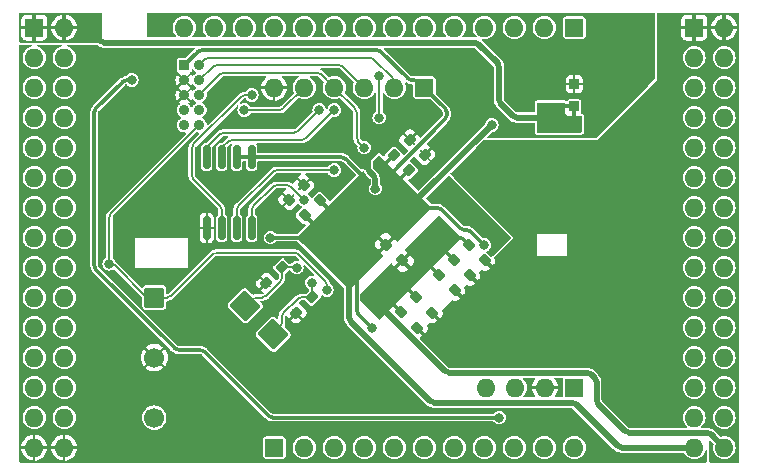
<source format=gbr>
%TF.GenerationSoftware,KiCad,Pcbnew,7.0.5*%
%TF.CreationDate,2023-08-21T09:28:54+09:00*%
%TF.ProjectId,STM32G4 MAZE,53544d33-3247-4342-904d-415a452e6b69,rev?*%
%TF.SameCoordinates,Original*%
%TF.FileFunction,Copper,L2,Bot*%
%TF.FilePolarity,Positive*%
%FSLAX46Y46*%
G04 Gerber Fmt 4.6, Leading zero omitted, Abs format (unit mm)*
G04 Created by KiCad (PCBNEW 7.0.5) date 2023-08-21 09:28:54*
%MOMM*%
%LPD*%
G01*
G04 APERTURE LIST*
G04 Aperture macros list*
%AMRoundRect*
0 Rectangle with rounded corners*
0 $1 Rounding radius*
0 $2 $3 $4 $5 $6 $7 $8 $9 X,Y pos of 4 corners*
0 Add a 4 corners polygon primitive as box body*
4,1,4,$2,$3,$4,$5,$6,$7,$8,$9,$2,$3,0*
0 Add four circle primitives for the rounded corners*
1,1,$1+$1,$2,$3*
1,1,$1+$1,$4,$5*
1,1,$1+$1,$6,$7*
1,1,$1+$1,$8,$9*
0 Add four rect primitives between the rounded corners*
20,1,$1+$1,$2,$3,$4,$5,0*
20,1,$1+$1,$4,$5,$6,$7,0*
20,1,$1+$1,$6,$7,$8,$9,0*
20,1,$1+$1,$8,$9,$2,$3,0*%
G04 Aperture macros list end*
%TA.AperFunction,ComponentPad*%
%ADD10RoundRect,0.200000X-0.600000X0.600000X-0.600000X-0.600000X0.600000X-0.600000X0.600000X0.600000X0*%
%TD*%
%TA.AperFunction,ComponentPad*%
%ADD11O,1.600000X1.600000*%
%TD*%
%TA.AperFunction,ComponentPad*%
%ADD12RoundRect,0.045000X-0.405000X-0.405000X0.405000X-0.405000X0.405000X0.405000X-0.405000X0.405000X0*%
%TD*%
%TA.AperFunction,ComponentPad*%
%ADD13C,0.900000*%
%TD*%
%TA.AperFunction,SMDPad,CuDef*%
%ADD14RoundRect,0.190000X-1.110158X0.035355X0.035355X-1.110158X1.110158X-0.035355X-0.035355X1.110158X0*%
%TD*%
%TA.AperFunction,SMDPad,CuDef*%
%ADD15RoundRect,0.050000X-0.530330X0.035355X0.035355X-0.530330X0.530330X-0.035355X-0.035355X0.530330X0*%
%TD*%
%TA.AperFunction,SMDPad,CuDef*%
%ADD16RoundRect,0.050000X0.350000X-0.400000X0.350000X0.400000X-0.350000X0.400000X-0.350000X-0.400000X0*%
%TD*%
%TA.AperFunction,SMDPad,CuDef*%
%ADD17RoundRect,0.050000X0.530330X-0.035355X-0.035355X0.530330X-0.530330X0.035355X0.035355X-0.530330X0*%
%TD*%
%TA.AperFunction,SMDPad,CuDef*%
%ADD18RoundRect,0.050000X-0.035355X-0.530330X0.530330X0.035355X0.035355X0.530330X-0.530330X-0.035355X0*%
%TD*%
%TA.AperFunction,ComponentPad*%
%ADD19RoundRect,0.200000X-0.600000X-0.600000X0.600000X-0.600000X0.600000X0.600000X-0.600000X0.600000X0*%
%TD*%
%TA.AperFunction,ComponentPad*%
%ADD20RoundRect,0.200000X0.600000X0.600000X-0.600000X0.600000X-0.600000X-0.600000X0.600000X-0.600000X0*%
%TD*%
%TA.AperFunction,ComponentPad*%
%ADD21RoundRect,0.200000X0.600000X-0.600000X0.600000X0.600000X-0.600000X0.600000X-0.600000X-0.600000X0*%
%TD*%
%TA.AperFunction,ComponentPad*%
%ADD22C,1.700000*%
%TD*%
%TA.AperFunction,ComponentPad*%
%ADD23RoundRect,0.200000X-0.650000X0.650000X-0.650000X-0.650000X0.650000X-0.650000X0.650000X0.650000X0*%
%TD*%
%TA.AperFunction,SMDPad,CuDef*%
%ADD24RoundRect,0.200000X-0.100000X-0.800000X0.100000X-0.800000X0.100000X0.800000X-0.100000X0.800000X0*%
%TD*%
%TA.AperFunction,ViaPad*%
%ADD25C,0.800000*%
%TD*%
%TA.AperFunction,Conductor*%
%ADD26C,0.500000*%
%TD*%
%TA.AperFunction,Conductor*%
%ADD27C,0.200000*%
%TD*%
%TA.AperFunction,Conductor*%
%ADD28C,0.300000*%
%TD*%
G04 APERTURE END LIST*
D10*
%TO.P,J7,1,Pin_1*%
%TO.N,+3.3V*%
X103810000Y-87300000D03*
D11*
%TO.P,J7,2,Pin_2*%
%TO.N,SWDIO*%
X101270000Y-87300000D03*
%TO.P,J7,3,Pin_3*%
%TO.N,SWCLK*%
X98730000Y-87300000D03*
%TO.P,J7,4,Pin_4*%
%TO.N,SWO*%
X96190000Y-87300000D03*
%TO.P,J7,5,Pin_5*%
%TO.N,mcu_reset*%
X93650000Y-87300000D03*
%TO.P,J7,6,Pin_6*%
%TO.N,GND*%
X91110000Y-87300000D03*
%TD*%
D12*
%TO.P,J5,1,Pin_1*%
%TO.N,+3.3V*%
X83490000Y-85395000D03*
D13*
%TO.P,J5,2,Pin_2*%
%TO.N,SWDIO*%
X84760000Y-85395000D03*
%TO.P,J5,3,Pin_3*%
%TO.N,GND*%
X83490000Y-86665000D03*
%TO.P,J5,4,Pin_4*%
%TO.N,SWCLK*%
X84760000Y-86665000D03*
%TO.P,J5,5,Pin_5*%
%TO.N,GND*%
X83490000Y-87935000D03*
%TO.P,J5,6,Pin_6*%
%TO.N,SWO*%
X84760000Y-87935000D03*
%TO.P,J5,7,Pin_7*%
%TO.N,unconnected-(J5-Pin_7-Pad7)*%
X83490000Y-89205000D03*
%TO.P,J5,8,Pin_8*%
%TO.N,unconnected-(J5-Pin_8-Pad8)*%
X84760000Y-89205000D03*
%TO.P,J5,9,Pin_9*%
%TO.N,Net-(J5-Pin_9)*%
X83490000Y-90475000D03*
%TO.P,J5,10,Pin_10*%
%TO.N,mcu_reset*%
X84760000Y-90475000D03*
%TD*%
D14*
%TO.P,Y2,2,2*%
%TO.N,Net-(U1C-PC15-OSC32_OUT)*%
X91042082Y-108187082D03*
%TO.P,Y2,1,1*%
%TO.N,Net-(U1C-PC14-OSC32_IN)*%
X88637918Y-105782918D03*
%TD*%
D15*
%TO.P,C10,2*%
%TO.N,GNDA*%
X103211751Y-107656751D03*
%TO.P,C10,1*%
%TO.N,+3.3VA*%
X101868249Y-106313249D03*
%TD*%
%TO.P,C9,2*%
%TO.N,GNDA*%
X104481751Y-106386751D03*
%TO.P,C9,1*%
%TO.N,+3.3VA*%
X103138249Y-105043249D03*
%TD*%
%TO.P,C8,2*%
%TO.N,GNDA*%
X108926751Y-101941751D03*
%TO.P,C8,1*%
%TO.N,+3.3VA*%
X107583249Y-100598249D03*
%TD*%
%TO.P,FB1,2*%
%TO.N,+3.3VA*%
X101941751Y-101941751D03*
%TO.P,FB1,1*%
%TO.N,+3.3V*%
X100598249Y-100598249D03*
%TD*%
D16*
%TO.P,C15,2*%
%TO.N,GND*%
X116510000Y-86985000D03*
%TO.P,C15,1*%
%TO.N,VDD*%
X116510000Y-88885000D03*
%TD*%
D15*
%TO.P,C7,2*%
%TO.N,GNDA*%
X107656751Y-103211751D03*
%TO.P,C7,1*%
%TO.N,+3.3VA*%
X106313249Y-101868249D03*
%TD*%
%TO.P,C6,1*%
%TO.N,+3.3VA*%
X105043249Y-103138249D03*
%TO.P,C6,2*%
%TO.N,GNDA*%
X106386751Y-104481751D03*
%TD*%
D17*
%TO.P,C5,1*%
%TO.N,+3.3V*%
X93686751Y-98131751D03*
%TO.P,C5,2*%
%TO.N,GND*%
X92343249Y-96788249D03*
%TD*%
%TO.P,C4,1*%
%TO.N,+3.3V*%
X94956751Y-96861751D03*
%TO.P,C4,2*%
%TO.N,GND*%
X93613249Y-95518249D03*
%TD*%
D18*
%TO.P,C3,2*%
%TO.N,GND*%
X103846751Y-92978249D03*
%TO.P,C3,1*%
%TO.N,+3.3V*%
X102503249Y-94321751D03*
%TD*%
%TO.P,C2,1*%
%TO.N,+3.3V*%
X101233249Y-93051751D03*
%TO.P,C2,2*%
%TO.N,GND*%
X102576751Y-91708249D03*
%TD*%
%TO.P,C14,1*%
%TO.N,GND*%
X92978249Y-106386751D03*
%TO.P,C14,2*%
%TO.N,Net-(U1C-PC15-OSC32_OUT)*%
X94321751Y-105043249D03*
%TD*%
%TO.P,C13,1*%
%TO.N,GND*%
X90438249Y-103846751D03*
%TO.P,C13,2*%
%TO.N,Net-(U1C-PC14-OSC32_IN)*%
X91781751Y-102503249D03*
%TD*%
D19*
%TO.P,J3,1,Pin_1*%
%TO.N,VDD*%
X70790000Y-82220000D03*
D11*
%TO.P,J3,2,Pin_2*%
X73330000Y-82220000D03*
%TO.P,J3,3,Pin_3*%
%TO.N,PD1*%
X70790000Y-84760000D03*
%TO.P,J3,4,Pin_4*%
%TO.N,PD2*%
X73330000Y-84760000D03*
%TO.P,J3,5,Pin_5*%
%TO.N,PD3*%
X70790000Y-87300000D03*
%TO.P,J3,6,Pin_6*%
%TO.N,PD4*%
X73330000Y-87300000D03*
%TO.P,J3,7,Pin_7*%
%TO.N,PD5*%
X70790000Y-89840000D03*
%TO.P,J3,8,Pin_8*%
%TO.N,PD6*%
X73330000Y-89840000D03*
%TO.P,J3,9,Pin_9*%
%TO.N,PD7*%
X70790000Y-92380000D03*
%TO.P,J3,10,Pin_10*%
%TO.N,PB4*%
X73330000Y-92380000D03*
%TO.P,J3,11,Pin_11*%
%TO.N,PB5*%
X70790000Y-94920000D03*
%TO.P,J3,12,Pin_12*%
%TO.N,PB6*%
X73330000Y-94920000D03*
%TO.P,J3,13,Pin_13*%
%TO.N,PB7*%
X70790000Y-97460000D03*
%TO.P,J3,14,Pin_14*%
%TO.N,PB9*%
X73330000Y-97460000D03*
%TO.P,J3,15,Pin_15*%
%TO.N,PE0*%
X70790000Y-100000000D03*
%TO.P,J3,16,Pin_16*%
%TO.N,PE1*%
X73330000Y-100000000D03*
%TO.P,J3,17,Pin_17*%
%TO.N,PE2*%
X70790000Y-102540000D03*
%TO.P,J3,18,Pin_18*%
%TO.N,PE3*%
X73330000Y-102540000D03*
%TO.P,J3,19,Pin_19*%
%TO.N,PE4*%
X70790000Y-105080000D03*
%TO.P,J3,20,Pin_20*%
%TO.N,PE5*%
X73330000Y-105080000D03*
%TO.P,J3,21,Pin_21*%
%TO.N,PE6*%
X70790000Y-107620000D03*
%TO.P,J3,22,Pin_22*%
%TO.N,PC13*%
X73330000Y-107620000D03*
%TO.P,J3,23,Pin_23*%
%TO.N,PF9*%
X70790000Y-110160000D03*
%TO.P,J3,24,Pin_24*%
%TO.N,PF10*%
X73330000Y-110160000D03*
%TO.P,J3,25,Pin_25*%
%TO.N,PC0*%
X70790000Y-112700000D03*
%TO.P,J3,26,Pin_26*%
%TO.N,PC1*%
X73330000Y-112700000D03*
%TO.P,J3,27,Pin_27*%
%TO.N,PC2*%
X70790000Y-115240000D03*
%TO.P,J3,28,Pin_28*%
%TO.N,PC3*%
X73330000Y-115240000D03*
%TO.P,J3,29,Pin_29*%
%TO.N,GND*%
X70790000Y-117780000D03*
%TO.P,J3,30,Pin_30*%
X73330000Y-117780000D03*
%TD*%
D10*
%TO.P,J1,1,Pin_1*%
%TO.N,PC6*%
X116510000Y-82220000D03*
D11*
%TO.P,J1,2,Pin_2*%
%TO.N,PC7*%
X113970000Y-82220000D03*
%TO.P,J1,3,Pin_3*%
%TO.N,PC8*%
X111430000Y-82220000D03*
%TO.P,J1,4,Pin_4*%
%TO.N,PC9*%
X108890000Y-82220000D03*
%TO.P,J1,5,Pin_5*%
%TO.N,PA8*%
X106350000Y-82220000D03*
%TO.P,J1,6,Pin_6*%
%TO.N,PA9*%
X103810000Y-82220000D03*
%TO.P,J1,7,Pin_7*%
%TO.N,PA10*%
X101270000Y-82220000D03*
%TO.P,J1,8,Pin_8*%
%TO.N,PA11*%
X98730000Y-82220000D03*
%TO.P,J1,9,Pin_9*%
%TO.N,PA12*%
X96190000Y-82220000D03*
%TO.P,J1,10,Pin_10*%
%TO.N,SPI3_NSS*%
X93650000Y-82220000D03*
%TO.P,J1,11,Pin_11*%
%TO.N,SPI3_SCK*%
X91110000Y-82220000D03*
%TO.P,J1,12,Pin_12*%
%TO.N,SPI3_MISO*%
X88570000Y-82220000D03*
%TO.P,J1,13,Pin_13*%
%TO.N,SPI3_MOSI*%
X86030000Y-82220000D03*
%TO.P,J1,14,Pin_14*%
%TO.N,PD0*%
X83490000Y-82220000D03*
%TD*%
D20*
%TO.P,J6,1,Pin_1*%
%TO.N,USART1_RX*%
X116510000Y-112700000D03*
D11*
%TO.P,J6,2,Pin_2*%
%TO.N,GND*%
X114010000Y-112700000D03*
%TO.P,J6,3,Pin_3*%
%TO.N,USART1_TX*%
X111510000Y-112700000D03*
%TO.P,J6,4,Pin_4*%
%TO.N,Net-(J6-Pin_4)*%
X109010000Y-112700000D03*
%TD*%
%TO.P,J4,11,Pin_11*%
%TO.N,USART1_RX*%
X116510000Y-117780000D03*
%TO.P,J4,10,Pin_10*%
%TO.N,USART1_TX*%
X113970000Y-117780000D03*
%TO.P,J4,9,Pin_9*%
%TO.N,PA7*%
X111430000Y-117780000D03*
%TO.P,J4,8,Pin_8*%
%TO.N,PA6*%
X108890000Y-117780000D03*
%TO.P,J4,7,Pin_7*%
%TO.N,PA5*%
X106350000Y-117780000D03*
%TO.P,J4,6,Pin_6*%
%TO.N,PA4*%
X103810000Y-117780000D03*
%TO.P,J4,5,Pin_5*%
%TO.N,PA3*%
X101270000Y-117780000D03*
%TO.P,J4,4,Pin_4*%
%TO.N,PA2*%
X98730000Y-117780000D03*
%TO.P,J4,3,Pin_3*%
%TO.N,PA1*%
X96190000Y-117780000D03*
%TO.P,J4,2,Pin_2*%
%TO.N,PA0*%
X93650000Y-117780000D03*
D21*
%TO.P,J4,1,Pin_1*%
%TO.N,PF2*%
X91110000Y-117780000D03*
%TD*%
D22*
%TO.P,SW1,3,C*%
%TO.N,GND*%
X80950000Y-110160000D03*
D23*
%TO.P,SW1,2,B*%
%TO.N,mcu_reset*%
X80950000Y-105080000D03*
D22*
%TO.P,SW1,1,A*%
%TO.N,unconnected-(SW1-A-Pad1)*%
X80950000Y-115240000D03*
%TD*%
D19*
%TO.P,J2,1,Pin_1*%
%TO.N,GNDA*%
X126670000Y-82220000D03*
D11*
%TO.P,J2,2,Pin_2*%
X129210000Y-82220000D03*
%TO.P,J2,3,Pin_3*%
%TO.N,PD15*%
X126670000Y-84760000D03*
%TO.P,J2,4,Pin_4*%
%TO.N,PD14*%
X129210000Y-84760000D03*
%TO.P,J2,5,Pin_5*%
%TO.N,PD13*%
X126670000Y-87300000D03*
%TO.P,J2,6,Pin_6*%
%TO.N,PD12*%
X129210000Y-87300000D03*
%TO.P,J2,7,Pin_7*%
%TO.N,PD11*%
X126670000Y-89840000D03*
%TO.P,J2,8,Pin_8*%
%TO.N,PD10*%
X129210000Y-89840000D03*
%TO.P,J2,9,Pin_9*%
%TO.N,PD9*%
X126670000Y-92380000D03*
%TO.P,J2,10,Pin_10*%
%TO.N,PD8*%
X129210000Y-92380000D03*
%TO.P,J2,11,Pin_11*%
%TO.N,PB15*%
X126670000Y-94920000D03*
%TO.P,J2,12,Pin_12*%
%TO.N,PB14*%
X129210000Y-94920000D03*
%TO.P,J2,13,Pin_13*%
%TO.N,PB12*%
X126670000Y-97460000D03*
%TO.P,J2,14,Pin_14*%
%TO.N,PB13*%
X129210000Y-97460000D03*
%TO.P,J2,15,Pin_15*%
%TO.N,PB11*%
X126670000Y-100000000D03*
%TO.P,J2,16,Pin_16*%
%TO.N,PB10*%
X129210000Y-100000000D03*
%TO.P,J2,17,Pin_17*%
%TO.N,PE15*%
X126670000Y-102540000D03*
%TO.P,J2,18,Pin_18*%
%TO.N,PE14*%
X129210000Y-102540000D03*
%TO.P,J2,19,Pin_19*%
%TO.N,PE13*%
X126670000Y-105080000D03*
%TO.P,J2,20,Pin_20*%
%TO.N,PE12*%
X129210000Y-105080000D03*
%TO.P,J2,21,Pin_21*%
%TO.N,PE11*%
X126670000Y-107620000D03*
%TO.P,J2,22,Pin_22*%
%TO.N,PE10*%
X129210000Y-107620000D03*
%TO.P,J2,23,Pin_23*%
%TO.N,PE9*%
X126670000Y-110160000D03*
%TO.P,J2,24,Pin_24*%
%TO.N,PE8*%
X129210000Y-110160000D03*
%TO.P,J2,25,Pin_25*%
%TO.N,PE7*%
X126670000Y-112700000D03*
%TO.P,J2,26,Pin_26*%
%TO.N,PB2*%
X129210000Y-112700000D03*
%TO.P,J2,27,Pin_27*%
%TO.N,PB1*%
X126670000Y-115240000D03*
%TO.P,J2,28,Pin_28*%
%TO.N,PB0*%
X129210000Y-115240000D03*
%TO.P,J2,29,Pin_29*%
%TO.N,+3.3V*%
X126670000Y-117780000D03*
%TO.P,J2,30,Pin_30*%
%TO.N,+3.3VA*%
X129210000Y-117780000D03*
%TD*%
D24*
%TO.P,U3,1,CE#*%
%TO.N,SPI3_NSS*%
X89205000Y-99190000D03*
%TO.P,U3,2,SO*%
%TO.N,SPI3_MISO*%
X87935000Y-99190000D03*
%TO.P,U3,3,WP#*%
%TO.N,PD0*%
X86665000Y-99190000D03*
%TO.P,U3,4,VSS*%
%TO.N,GND*%
X85395000Y-99190000D03*
%TO.P,U3,5,SI*%
%TO.N,SPI3_MOSI*%
X85395000Y-93190000D03*
%TO.P,U3,6,SCK*%
%TO.N,SPI3_SCK*%
X86665000Y-93190000D03*
%TO.P,U3,7,HOLD#*%
%TO.N,+3.3V*%
X87935000Y-93190000D03*
%TO.P,U3,8,VDD*%
X89205000Y-93190000D03*
%TD*%
D25*
%TO.N,GND*%
X87617500Y-118097500D03*
X83807500Y-118097500D03*
X85077500Y-118097500D03*
X86347500Y-118097500D03*
X76822500Y-116192500D03*
X75552500Y-116192500D03*
X82537500Y-84442500D03*
X99682500Y-95872500D03*
X102857500Y-85712500D03*
X76505000Y-84442500D03*
X76505000Y-85712500D03*
X79680000Y-87935000D03*
%TO.N,Net-(J6-Pin_4)*%
X79045000Y-86665000D03*
%TO.N,GND*%
X119050000Y-82855000D03*
X115240000Y-114922500D03*
X113970000Y-114922500D03*
X112700000Y-114922500D03*
X97777500Y-114287500D03*
X99047500Y-114287500D03*
X118097500Y-90792500D03*
X120002500Y-88887500D03*
X118415000Y-117780000D03*
X101270000Y-89205000D03*
X102540000Y-89205000D03*
%TO.N,mcu_reset*%
X95555000Y-104445000D03*
%TO.N,Net-(J6-Pin_4)*%
X110160000Y-115240000D03*
%TO.N,GND*%
X121590000Y-81585000D03*
X120320000Y-81585000D03*
X119050000Y-81585000D03*
X119050000Y-84125000D03*
X117780000Y-84125000D03*
X116510000Y-84125000D03*
X116510000Y-85395000D03*
X115240000Y-85395000D03*
X113970000Y-85395000D03*
X113970000Y-86665000D03*
X115240000Y-86665000D03*
X86347500Y-116827500D03*
X87617500Y-116827500D03*
X76505000Y-110160000D03*
X77775000Y-110160000D03*
X79045000Y-110160000D03*
X83490000Y-110795000D03*
X85395000Y-111430000D03*
X106350000Y-97460000D03*
%TO.N,+3.3V*%
X102540000Y-96825000D03*
X109525000Y-90475000D03*
%TO.N,GND*%
X105080000Y-96190000D03*
%TO.N,+3.3V*%
X108890000Y-100635000D03*
X99365000Y-107620000D03*
%TO.N,GNDA*%
X119685000Y-112700000D03*
X119685000Y-113970000D03*
X120955000Y-113970000D03*
X120955000Y-115240000D03*
X122225000Y-115240000D03*
X122860000Y-101270000D03*
X122860000Y-100000000D03*
X121590000Y-101270000D03*
X121590000Y-100000000D03*
X120320000Y-101270000D03*
X120320000Y-100000000D03*
X119050000Y-101270000D03*
X119050000Y-100000000D03*
X117780000Y-101270000D03*
X117780000Y-100000000D03*
X116510000Y-101270000D03*
X116510000Y-100000000D03*
X106350000Y-107620000D03*
%TO.N,SPI3_NSS*%
X93650000Y-96825000D03*
%TO.N,PD0*%
X89205000Y-87935000D03*
%TO.N,SPI3_MOSI*%
X94920000Y-89205000D03*
%TO.N,SPI3_MISO*%
X96190000Y-94285000D03*
%TO.N,SPI3_SCK*%
X96190000Y-89205000D03*
%TO.N,SWO*%
X98730000Y-92380000D03*
%TO.N,SPI3_NSS*%
X100000000Y-86347500D03*
%TO.N,GND*%
X91745000Y-98730000D03*
%TO.N,SPI3_NSS*%
X100000000Y-89840000D03*
%TO.N,GND*%
X78410000Y-101905000D03*
%TO.N,mcu_reset*%
X88570000Y-89205000D03*
%TO.N,+3.3VA*%
X103175000Y-103175000D03*
X101905000Y-103810000D03*
%TO.N,VDD*%
X115240000Y-89205000D03*
X116510000Y-90475000D03*
X115240000Y-90475000D03*
X113970000Y-90475000D03*
X113970000Y-89205000D03*
%TO.N,+3.3V*%
X94285000Y-100635000D03*
X100000000Y-93650000D03*
X90792500Y-100000000D03*
%TO.N,mcu_reset*%
X77140000Y-102222500D03*
%TO.N,Net-(U1C-PC14-OSC32_IN)*%
X93015000Y-102540000D03*
%TO.N,Net-(U1C-PC15-OSC32_OUT)*%
X94285000Y-103810000D03*
%TO.N,GND*%
X85395000Y-108255000D03*
X91745000Y-111430000D03*
%TD*%
D26*
%TO.N,GND*%
X99047505Y-94077893D02*
G75*
G03*
X99193947Y-94431447I499995J-7D01*
G01*
X99193943Y-93186051D02*
G75*
G03*
X99047500Y-93539607I353557J-353549D01*
G01*
X101123556Y-91256450D02*
G75*
G03*
X101270000Y-90902893I-353556J353550D01*
G01*
X99682495Y-95127107D02*
G75*
G03*
X99536054Y-94773554I-499995J7D01*
G01*
D27*
%TO.N,Net-(U1C-PC15-OSC32_OUT)*%
X91598574Y-107630632D02*
G75*
G03*
X91745000Y-107277057I-353574J353532D01*
G01*
X91891471Y-106395223D02*
G75*
G03*
X91745000Y-106748751I353529J-353577D01*
G01*
X93450502Y-105043236D02*
G75*
G03*
X93096948Y-105189696I-2J-499964D01*
G01*
%TO.N,Net-(U1C-PC14-OSC32_IN)*%
X89547943Y-105080031D02*
G75*
G03*
X89194391Y-105226447I-43J-499969D01*
G01*
X90076249Y-105079964D02*
G75*
G03*
X90429803Y-104933553I51J499964D01*
G01*
X91635316Y-103728062D02*
G75*
G03*
X91781751Y-103374498I-353616J353562D01*
G01*
D26*
%TO.N,+3.3V*%
X104298550Y-113823556D02*
G75*
G03*
X104652107Y-113970000I353550J353556D01*
G01*
X116656449Y-114116443D02*
G75*
G03*
X116302893Y-113970000I-353549J-353557D01*
G01*
X120173550Y-117633556D02*
G75*
G03*
X120527107Y-117780000I353550J353556D01*
G01*
X97460005Y-106777893D02*
G75*
G03*
X97606446Y-107131446I499995J-7D01*
G01*
X97459995Y-103382107D02*
G75*
G03*
X97313553Y-103028553I-499995J7D01*
G01*
D28*
X98095005Y-106142893D02*
G75*
G03*
X98241446Y-106496446I499995J-7D01*
G01*
D26*
X102967893Y-96824995D02*
G75*
G03*
X103321446Y-96678554I7J499995D01*
G01*
D27*
%TO.N,SPI3_MISO*%
X88081443Y-97313551D02*
G75*
G03*
X87935000Y-97667107I353557J-353549D01*
G01*
X91317107Y-94285005D02*
G75*
G03*
X90963553Y-94431447I-7J-499995D01*
G01*
%TO.N,SPI3_NSS*%
X91317107Y-95555005D02*
G75*
G03*
X90963554Y-95701446I-7J-499995D01*
G01*
X92526450Y-95701444D02*
G75*
G03*
X92172893Y-95555000I-353550J-353556D01*
G01*
X89351444Y-97313550D02*
G75*
G03*
X89205000Y-97667107I353556J-353550D01*
G01*
%TO.N,PD0*%
X84271432Y-92105562D02*
G75*
G03*
X84125000Y-92459129I353568J-353538D01*
G01*
X88649129Y-87935021D02*
G75*
G03*
X88295575Y-88081447I-29J-499979D01*
G01*
X86664995Y-97667107D02*
G75*
G03*
X86518554Y-97313554I-499995J7D01*
G01*
X84125005Y-94712893D02*
G75*
G03*
X84271447Y-95066447I499995J-7D01*
G01*
D28*
%TO.N,+3.3V*%
X84967107Y-84125005D02*
G75*
G03*
X84613554Y-84271446I-7J-499995D01*
G01*
X100146450Y-84271444D02*
G75*
G03*
X99792893Y-84125000I-353550J-353556D01*
G01*
X103321450Y-86811444D02*
G75*
G03*
X102967893Y-86665000I-353550J-353556D01*
G01*
X102393551Y-86518557D02*
G75*
G03*
X102747107Y-86665000I353549J353557D01*
G01*
X105226449Y-97606443D02*
G75*
G03*
X104872893Y-97460000I-353549J-353557D01*
G01*
X106838550Y-99218556D02*
G75*
G03*
X107192107Y-99365000I353550J353556D01*
G01*
X107766449Y-99511443D02*
G75*
G03*
X107412893Y-99365000I-353549J-353557D01*
G01*
D26*
%TO.N,+3.3VA*%
X105568550Y-111283556D02*
G75*
G03*
X105922107Y-111430000I353550J353556D01*
G01*
X120808550Y-116363556D02*
G75*
G03*
X121162107Y-116510000I353550J353556D01*
G01*
X118415005Y-113762893D02*
G75*
G03*
X118561446Y-114116446I499995J-7D01*
G01*
X117926449Y-111576443D02*
G75*
G03*
X117572893Y-111430000I-353549J-353557D01*
G01*
X118414995Y-112272107D02*
G75*
G03*
X118268553Y-111918553I-499995J7D01*
G01*
X128086449Y-116656443D02*
G75*
G03*
X127732893Y-116510000I-353549J-353557D01*
G01*
D27*
%TO.N,mcu_reset*%
X82012893Y-105079995D02*
G75*
G03*
X82366446Y-104933554I7J499995D01*
G01*
X86237107Y-101270005D02*
G75*
G03*
X85883553Y-101416447I-7J-499995D01*
G01*
X93161449Y-101416443D02*
G75*
G03*
X92807893Y-101270000I-353549J-353557D01*
G01*
X95554995Y-104017107D02*
G75*
G03*
X95408553Y-103663553I-499995J7D01*
G01*
%TO.N,SWO*%
X98089995Y-89407107D02*
G75*
G03*
X97943553Y-89053553I-499995J7D01*
G01*
X98090005Y-91532893D02*
G75*
G03*
X98236446Y-91886446I499995J-7D01*
G01*
%TO.N,SPI3_MOSI*%
X85541443Y-92233551D02*
G75*
G03*
X85395000Y-92587107I353557J-353549D01*
G01*
X86872107Y-91110005D02*
G75*
G03*
X86518553Y-91256447I-7J-499995D01*
G01*
X92807893Y-91109995D02*
G75*
G03*
X93161446Y-90963554I7J499995D01*
G01*
%TO.N,SPI3_SCK*%
X86811443Y-92233551D02*
G75*
G03*
X86665000Y-92587107I353557J-353549D01*
G01*
X87507107Y-91745005D02*
G75*
G03*
X87153553Y-91891447I-7J-499995D01*
G01*
X93442893Y-91744995D02*
G75*
G03*
X93796446Y-91598554I7J499995D01*
G01*
%TO.N,SWDIO*%
X101269995Y-86872107D02*
G75*
G03*
X101123553Y-86518553I-499995J7D01*
G01*
X99511449Y-84906443D02*
G75*
G03*
X99157893Y-84760000I-353549J-353557D01*
G01*
X85602107Y-84760005D02*
G75*
G03*
X85248553Y-84906447I-7J-499995D01*
G01*
%TO.N,mcu_reset*%
X91537893Y-89204995D02*
G75*
G03*
X91891447Y-89058553I7J499995D01*
G01*
D28*
%TO.N,Net-(J6-Pin_4)*%
X90636868Y-115093574D02*
G75*
G03*
X90990441Y-115240000I353532J353574D01*
G01*
X85214767Y-109671461D02*
G75*
G03*
X84861227Y-109525000I-353567J-353539D01*
G01*
X82673756Y-109378562D02*
G75*
G03*
X83027317Y-109525000I353544J353562D01*
G01*
X75870012Y-102367683D02*
G75*
G03*
X76016447Y-102721237I499988J-17D01*
G01*
X76016443Y-89058551D02*
G75*
G03*
X75870000Y-89412107I353557J-353549D01*
G01*
X78617107Y-86665005D02*
G75*
G03*
X78263553Y-86811447I-7J-499995D01*
G01*
%TO.N,+3.3V*%
X97146450Y-93336444D02*
G75*
G03*
X96792893Y-93190000I-353550J-353556D01*
G01*
D26*
%TO.N,VDD*%
X76358551Y-83343557D02*
G75*
G03*
X76712107Y-83490000I353549J353557D01*
G01*
D27*
%TO.N,SWO*%
X95066449Y-86176443D02*
G75*
G03*
X94712893Y-86030000I-353549J-353557D01*
G01*
X86872107Y-86030005D02*
G75*
G03*
X86518553Y-86176447I-7J-499995D01*
G01*
%TO.N,SWCLK*%
X86237107Y-85395005D02*
G75*
G03*
X85883553Y-85541447I-7J-499995D01*
G01*
X96971449Y-85541443D02*
G75*
G03*
X96617893Y-85395000I-353549J-353557D01*
G01*
D28*
%TO.N,+3.3V*%
X105714995Y-89412107D02*
G75*
G03*
X105568554Y-89058554I-499995J7D01*
G01*
X105568556Y-89986450D02*
G75*
G03*
X105715000Y-89632893I-353556J353550D01*
G01*
D26*
%TO.N,VDD*%
X110160005Y-88362893D02*
G75*
G03*
X110306447Y-88716447I499995J-7D01*
G01*
X111283551Y-89693557D02*
G75*
G03*
X111637107Y-89840000I353549J353557D01*
G01*
X110159995Y-85602107D02*
G75*
G03*
X110013554Y-85248554I-499995J7D01*
G01*
X108401450Y-83636444D02*
G75*
G03*
X108047893Y-83490000I-353550J-353556D01*
G01*
D28*
%TO.N,+3.3VA*%
X107131449Y-100146443D02*
G75*
G03*
X106777893Y-100000000I-353549J-353557D01*
G01*
D27*
%TO.N,mcu_reset*%
X77603950Y-102368944D02*
G75*
G03*
X77250393Y-102222500I-353550J-353556D01*
G01*
X80168551Y-104933557D02*
G75*
G03*
X80522107Y-105080000I353549J353557D01*
G01*
X77286444Y-97948550D02*
G75*
G03*
X77140000Y-98302107I353556J-353550D01*
G01*
D28*
%TO.N,+3.3V*%
X93650000Y-100000000D02*
X90792500Y-100000000D01*
D26*
%TO.N,GND*%
X99682500Y-95127107D02*
X99682500Y-95872500D01*
X99047500Y-93539607D02*
X99047500Y-94077893D01*
X99193947Y-94431447D02*
X99536054Y-94773554D01*
X101123553Y-91256447D02*
X99193946Y-93186054D01*
X101270000Y-89205000D02*
X101270000Y-90902893D01*
D28*
%TO.N,Net-(J6-Pin_4)*%
X90990441Y-115240000D02*
X110160000Y-115240000D01*
X85214781Y-109671447D02*
X90636888Y-115093554D01*
X75870000Y-89412107D02*
X75870000Y-102367683D01*
X79045000Y-86665000D02*
X78617107Y-86665000D01*
X83027317Y-109525000D02*
X84861227Y-109525000D01*
X76016447Y-102721237D02*
X82673764Y-109378554D01*
X78263553Y-86811447D02*
X76016446Y-89058554D01*
D27*
%TO.N,SPI3_NSS*%
X100000000Y-86347500D02*
X100000000Y-89840000D01*
%TO.N,Net-(U1C-PC15-OSC32_OUT)*%
X91598553Y-107630611D02*
X91042082Y-108187082D01*
X91745000Y-106748751D02*
X91745000Y-107277057D01*
X93096948Y-105189696D02*
X91891446Y-106395198D01*
X94321751Y-105043249D02*
X93450502Y-105043249D01*
%TO.N,Net-(U1C-PC14-OSC32_IN)*%
X90429803Y-104933553D02*
X91635305Y-103728051D01*
X91781751Y-103374498D02*
X91781751Y-102503249D01*
X89547943Y-105080000D02*
X90076249Y-105080000D01*
X88637918Y-105782918D02*
X89194390Y-105226446D01*
%TO.N,mcu_reset*%
X77603947Y-102368947D02*
X80168554Y-104933554D01*
X77140000Y-102222500D02*
X77250393Y-102222500D01*
X77286447Y-97948553D02*
X84760000Y-90475000D01*
X80522107Y-105080000D02*
X80950000Y-105080000D01*
X77140000Y-102222500D02*
X77140000Y-98302107D01*
D28*
%TO.N,GNDA*%
X108926751Y-101941751D02*
X109525000Y-102540000D01*
X107656751Y-103211751D02*
X108255000Y-103810000D01*
X106386751Y-104481751D02*
X106985000Y-105080000D01*
X104481751Y-106386751D02*
X105080000Y-106985000D01*
X103211751Y-107656751D02*
X103810000Y-108255000D01*
D27*
%TO.N,PD0*%
X89205000Y-87935000D02*
X88649129Y-87935000D01*
X84125000Y-92459129D02*
X84125000Y-94712893D01*
X88295575Y-88081447D02*
X84271446Y-92105576D01*
X84271447Y-95066447D02*
X86518554Y-97313554D01*
X86665000Y-97667107D02*
X86665000Y-99190000D01*
D26*
%TO.N,+3.3V*%
X102967893Y-96825000D02*
X102540000Y-96825000D01*
X109525000Y-90475000D02*
X103321446Y-96678554D01*
D28*
X105715000Y-89412107D02*
X105715000Y-89632893D01*
X105568553Y-89986447D02*
X100635000Y-94920000D01*
X103810000Y-87300000D02*
X105568554Y-89058554D01*
X103321447Y-86811447D02*
X103810000Y-87300000D01*
X102747107Y-86665000D02*
X102967893Y-86665000D01*
X84967107Y-84125000D02*
X99792893Y-84125000D01*
X100146447Y-84271447D02*
X102393554Y-86518554D01*
X83490000Y-85395000D02*
X84613554Y-84271446D01*
D26*
X97460000Y-106777893D02*
X97460000Y-103382107D01*
X97313553Y-103028553D02*
X96825000Y-102540000D01*
X104298553Y-113823553D02*
X97606446Y-107131446D01*
X116302893Y-113970000D02*
X104652107Y-113970000D01*
X120173553Y-117633553D02*
X116656446Y-114116446D01*
X126670000Y-117780000D02*
X120527107Y-117780000D01*
D28*
X98095000Y-106142893D02*
X98095000Y-103175000D01*
X99365000Y-107620000D02*
X98241446Y-106496446D01*
D27*
%TO.N,SPI3_NSS*%
X89351447Y-97313553D02*
X90963554Y-95701446D01*
X91317107Y-95555000D02*
X92172893Y-95555000D01*
X92526447Y-95701447D02*
X93650000Y-96825000D01*
X89205000Y-99190000D02*
X89205000Y-97667107D01*
%TO.N,SPI3_MISO*%
X90963553Y-94431447D02*
X88081446Y-97313554D01*
X87935000Y-97667107D02*
X87935000Y-99190000D01*
X96190000Y-94285000D02*
X91317107Y-94285000D01*
%TO.N,mcu_reset*%
X82012893Y-105080000D02*
X80950000Y-105080000D01*
X85883553Y-101416447D02*
X82366446Y-104933554D01*
X92807893Y-101270000D02*
X86237107Y-101270000D01*
X95408553Y-103663553D02*
X93161446Y-101416446D01*
X95555000Y-104445000D02*
X95555000Y-104017107D01*
D28*
%TO.N,+3.3V*%
X104872893Y-97460000D02*
X103810000Y-97460000D01*
X106838553Y-99218553D02*
X105226446Y-97606446D01*
X107412893Y-99365000D02*
X107192107Y-99365000D01*
X108890000Y-100635000D02*
X107766446Y-99511446D01*
D26*
%TO.N,+3.3VA*%
X117572893Y-111430000D02*
X105922107Y-111430000D01*
X118268553Y-111918553D02*
X117926446Y-111576446D01*
X105568553Y-111283553D02*
X100000000Y-105715000D01*
X118415000Y-113762893D02*
X118415000Y-112272107D01*
X120808553Y-116363553D02*
X118561446Y-114116446D01*
X127732893Y-116510000D02*
X121162107Y-116510000D01*
X129210000Y-117780000D02*
X128086446Y-116656446D01*
D27*
%TO.N,SWO*%
X97943553Y-89053553D02*
X96190000Y-87300000D01*
X98090000Y-91532893D02*
X98090000Y-89407107D01*
X98730000Y-92380000D02*
X98236446Y-91886446D01*
D28*
%TO.N,+3.3V*%
X97146447Y-93336447D02*
X98730000Y-94920000D01*
X87935000Y-93190000D02*
X96792893Y-93190000D01*
D27*
%TO.N,mcu_reset*%
X91891447Y-89058553D02*
X93650000Y-87300000D01*
X88570000Y-89205000D02*
X91537893Y-89205000D01*
%TO.N,SPI3_MOSI*%
X86518553Y-91256447D02*
X85541446Y-92233554D01*
X94920000Y-89205000D02*
X93161446Y-90963554D01*
X92807893Y-91110000D02*
X86872107Y-91110000D01*
X85395000Y-92587107D02*
X85395000Y-93190000D01*
%TO.N,SPI3_SCK*%
X86665000Y-92587107D02*
X86665000Y-93190000D01*
X87153553Y-91891447D02*
X86811446Y-92233554D01*
X93442893Y-91745000D02*
X87507107Y-91745000D01*
X96190000Y-89205000D02*
X93796446Y-91598554D01*
%TO.N,SWDIO*%
X85248553Y-84906447D02*
X84760000Y-85395000D01*
X99157893Y-84760000D02*
X85602107Y-84760000D01*
X101123553Y-86518553D02*
X99511446Y-84906446D01*
X101270000Y-87300000D02*
X101270000Y-86872107D01*
%TO.N,SWO*%
X86518553Y-86176447D02*
X84760000Y-87935000D01*
X94712893Y-86030000D02*
X86872107Y-86030000D01*
X96190000Y-87300000D02*
X95066446Y-86176446D01*
%TO.N,SWCLK*%
X96617893Y-85395000D02*
X86237107Y-85395000D01*
X85883553Y-85541447D02*
X84760000Y-86665000D01*
X98730000Y-87300000D02*
X96971446Y-85541446D01*
D28*
%TO.N,+3.3VA*%
X106777893Y-100000000D02*
X106350000Y-100000000D01*
X107583249Y-100598249D02*
X107131446Y-100146446D01*
X106313249Y-101868249D02*
X105080000Y-100635000D01*
X105043249Y-103138249D02*
X103810000Y-101905000D01*
X101868249Y-106313249D02*
X100952500Y-105397500D01*
X103138249Y-105043249D02*
X101905000Y-103810000D01*
D26*
%TO.N,VDD*%
X112700000Y-89840000D02*
X113335000Y-89840000D01*
X111637107Y-89840000D02*
X112700000Y-89840000D01*
X110306447Y-88716447D02*
X111283554Y-89693554D01*
X110160000Y-85602107D02*
X110160000Y-88362893D01*
X108401447Y-83636447D02*
X110013554Y-85248554D01*
X76712107Y-83490000D02*
X108047893Y-83490000D01*
X75235000Y-82220000D02*
X76358554Y-83343554D01*
D28*
%TO.N,+3.3V*%
X93686751Y-98131751D02*
X94920000Y-99365000D01*
X94956751Y-96861751D02*
X96190000Y-98095000D01*
X102503249Y-94321751D02*
X101270000Y-95555000D01*
X101233249Y-93051751D02*
X100000000Y-94285000D01*
D27*
%TO.N,Net-(U1C-PC15-OSC32_OUT)*%
X94321751Y-103846751D02*
X94285000Y-103810000D01*
X94321751Y-105043249D02*
X94321751Y-103846751D01*
%TO.N,Net-(U1C-PC14-OSC32_IN)*%
X92978249Y-102503249D02*
X93015000Y-102540000D01*
X91781751Y-102503249D02*
X92978249Y-102503249D01*
%TD*%
%TA.AperFunction,Conductor*%
%TO.N,+3.3V*%
G36*
X100042444Y-93059034D02*
G01*
X100052325Y-93067325D01*
X100318488Y-93333488D01*
X100323854Y-93340151D01*
X100324040Y-93339997D01*
X100346396Y-93366979D01*
X100526141Y-93546724D01*
X100528932Y-93543932D01*
X100741065Y-93756065D01*
X100738274Y-93758856D01*
X100918021Y-93938603D01*
X100945005Y-93960962D01*
X100944850Y-93961148D01*
X100951511Y-93966511D01*
X101588488Y-94603488D01*
X101593854Y-94610151D01*
X101594040Y-94609997D01*
X101616396Y-94636979D01*
X101796142Y-94816725D01*
X101798933Y-94813933D01*
X102011065Y-95026065D01*
X102008274Y-95028856D01*
X102188021Y-95208603D01*
X102215005Y-95230962D01*
X102214850Y-95231148D01*
X102221511Y-95236511D01*
X104392673Y-97407673D01*
X104414065Y-97453549D01*
X104400964Y-97502444D01*
X104392673Y-97512325D01*
X101570510Y-100334488D01*
X101524634Y-100355880D01*
X101475739Y-100342779D01*
X101465858Y-100334488D01*
X101269999Y-100138630D01*
X100598249Y-100810381D01*
X100138630Y-101269999D01*
X100334489Y-101465858D01*
X100355881Y-101511734D01*
X100342780Y-101560629D01*
X100334489Y-101570510D01*
X97512325Y-104392673D01*
X97466449Y-104414065D01*
X97417554Y-104400964D01*
X97407673Y-104392673D01*
X93577897Y-100562897D01*
X99612836Y-100562897D01*
X99633052Y-100697028D01*
X99691911Y-100819250D01*
X99711396Y-100842766D01*
X99926497Y-101057867D01*
X100386116Y-100598248D01*
X99891142Y-100103274D01*
X99711396Y-100283021D01*
X99711395Y-100283022D01*
X99691911Y-100306535D01*
X99633053Y-100428757D01*
X99612836Y-100562890D01*
X99612836Y-100562897D01*
X93577897Y-100562897D01*
X93067325Y-100052325D01*
X93045933Y-100006449D01*
X93059034Y-99957554D01*
X93067314Y-99947685D01*
X93123857Y-99891142D01*
X100103274Y-99891142D01*
X100598248Y-100386116D01*
X101057867Y-99926498D01*
X100842764Y-99711395D01*
X100819252Y-99691913D01*
X100697028Y-99633052D01*
X100562898Y-99612836D01*
X100562890Y-99612836D01*
X100428757Y-99633053D01*
X100306537Y-99691910D01*
X100283020Y-99711396D01*
X100103274Y-99891142D01*
X93123857Y-99891142D01*
X93968493Y-99046506D01*
X93975147Y-99041152D01*
X93974992Y-99040965D01*
X94001977Y-99018605D01*
X94181724Y-98838857D01*
X94181725Y-98838857D01*
X94178934Y-98836066D01*
X94391066Y-98623934D01*
X94393857Y-98626725D01*
X94573604Y-98446977D01*
X94595965Y-98419992D01*
X94596152Y-98420147D01*
X94601505Y-98413494D01*
X95238493Y-97776506D01*
X95245147Y-97771152D01*
X95244992Y-97770965D01*
X95271977Y-97748605D01*
X95451725Y-97568857D01*
X95448934Y-97566065D01*
X95661066Y-97353934D01*
X95663857Y-97356725D01*
X95843604Y-97176977D01*
X95865965Y-97149992D01*
X95866152Y-97150147D01*
X95871505Y-97143494D01*
X98599934Y-94415065D01*
X98645805Y-94393676D01*
X98694700Y-94406777D01*
X98718190Y-94433799D01*
X98772542Y-94540475D01*
X98777322Y-94549855D01*
X98860635Y-94664527D01*
X98888461Y-94692354D01*
X98888463Y-94692356D01*
X99251132Y-95055025D01*
X99254328Y-95058668D01*
X99262736Y-95069627D01*
X99272392Y-95086352D01*
X99274875Y-95092346D01*
X99279876Y-95111005D01*
X99281683Y-95124730D01*
X99282000Y-95129566D01*
X99282000Y-95465027D01*
X99266708Y-95510075D01*
X99201640Y-95594872D01*
X99201638Y-95594876D01*
X99146169Y-95728791D01*
X99127250Y-95872500D01*
X99146169Y-96016208D01*
X99168058Y-96069052D01*
X99201639Y-96150125D01*
X99289879Y-96265121D01*
X99404875Y-96353361D01*
X99538791Y-96408830D01*
X99682500Y-96427750D01*
X99826209Y-96408830D01*
X99960125Y-96353361D01*
X100075121Y-96265121D01*
X100163361Y-96150125D01*
X100218830Y-96016209D01*
X100237750Y-95872500D01*
X100218830Y-95728791D01*
X100163361Y-95594875D01*
X100137464Y-95561125D01*
X100098292Y-95510075D01*
X100083000Y-95465027D01*
X100083000Y-95094075D01*
X100082995Y-95093959D01*
X100082995Y-95077354D01*
X100082996Y-95056242D01*
X100060825Y-94916245D01*
X100060822Y-94916236D01*
X100060821Y-94916231D01*
X100017029Y-94781448D01*
X100017027Y-94781445D01*
X100017026Y-94781440D01*
X99952679Y-94655147D01*
X99869366Y-94540475D01*
X99819253Y-94490361D01*
X99778536Y-94449643D01*
X99778534Y-94449641D01*
X99478863Y-94149970D01*
X99475669Y-94146328D01*
X99467265Y-94135375D01*
X99457607Y-94118648D01*
X99455121Y-94112647D01*
X99450124Y-94093995D01*
X99449095Y-94086181D01*
X99448317Y-94080263D01*
X99448000Y-94075431D01*
X99448000Y-93597651D01*
X99465313Y-93550085D01*
X99469663Y-93545336D01*
X99947676Y-93067323D01*
X99993549Y-93045933D01*
X100042444Y-93059034D01*
G37*
%TD.AperFunction*%
%TD*%
%TA.AperFunction,Conductor*%
%TO.N,VDD*%
G36*
X76478566Y-80967813D02*
G01*
X76503876Y-81011650D01*
X76505000Y-81024500D01*
X76505000Y-83416000D01*
X76487687Y-83463566D01*
X76443850Y-83488876D01*
X76431000Y-83490000D01*
X69594500Y-83490000D01*
X69546934Y-83472687D01*
X69521624Y-83428850D01*
X69520500Y-83416000D01*
X69520500Y-82867828D01*
X69690000Y-82867828D01*
X69696402Y-82927375D01*
X69696403Y-82927380D01*
X69746645Y-83062087D01*
X69746646Y-83062088D01*
X69832811Y-83177188D01*
X69947911Y-83263353D01*
X69947912Y-83263354D01*
X70082619Y-83313596D01*
X70082624Y-83313597D01*
X70142171Y-83320000D01*
X70640000Y-83320000D01*
X70640000Y-82701170D01*
X70647685Y-82704680D01*
X70754237Y-82720000D01*
X70825763Y-82720000D01*
X70932315Y-82704680D01*
X70940000Y-82701170D01*
X70940000Y-83320000D01*
X71437829Y-83320000D01*
X71497375Y-83313597D01*
X71497380Y-83313596D01*
X71632087Y-83263354D01*
X71632088Y-83263353D01*
X71747188Y-83177188D01*
X71833353Y-83062088D01*
X71833354Y-83062087D01*
X71883596Y-82927380D01*
X71883597Y-82927375D01*
X71890000Y-82867828D01*
X71890000Y-82370001D01*
X72239186Y-82370001D01*
X72244095Y-82422977D01*
X72244097Y-82422991D01*
X72299884Y-82619062D01*
X72299886Y-82619067D01*
X72390754Y-82801557D01*
X72390756Y-82801560D01*
X72513605Y-82964239D01*
X72513606Y-82964240D01*
X72664261Y-83101579D01*
X72837582Y-83208895D01*
X72837591Y-83208900D01*
X73027680Y-83282540D01*
X73179999Y-83311013D01*
X73180000Y-83311013D01*
X73180000Y-82701170D01*
X73187685Y-82704680D01*
X73294237Y-82720000D01*
X73365763Y-82720000D01*
X73472315Y-82704680D01*
X73480000Y-82701170D01*
X73480000Y-83311013D01*
X73632319Y-83282540D01*
X73822408Y-83208900D01*
X73822417Y-83208895D01*
X73995738Y-83101579D01*
X73995739Y-83101579D01*
X74146393Y-82964240D01*
X74146394Y-82964239D01*
X74269243Y-82801560D01*
X74269245Y-82801557D01*
X74360113Y-82619067D01*
X74360115Y-82619062D01*
X74415902Y-82422991D01*
X74415904Y-82422977D01*
X74420813Y-82370001D01*
X74420812Y-82370000D01*
X73807065Y-82370000D01*
X73830000Y-82291889D01*
X73830000Y-82148111D01*
X73807065Y-82070000D01*
X74420812Y-82070000D01*
X74420813Y-82069998D01*
X74415904Y-82017022D01*
X74415902Y-82017008D01*
X74360115Y-81820937D01*
X74360113Y-81820932D01*
X74269245Y-81638442D01*
X74269243Y-81638439D01*
X74146394Y-81475760D01*
X74146393Y-81475759D01*
X73995738Y-81338420D01*
X73822417Y-81231104D01*
X73822408Y-81231099D01*
X73632321Y-81157459D01*
X73480000Y-81128985D01*
X73480000Y-81738829D01*
X73472315Y-81735320D01*
X73365763Y-81720000D01*
X73294237Y-81720000D01*
X73187685Y-81735320D01*
X73180000Y-81738829D01*
X73180000Y-81128985D01*
X73179999Y-81128985D01*
X73027678Y-81157459D01*
X72837591Y-81231099D01*
X72837582Y-81231104D01*
X72664261Y-81338420D01*
X72664260Y-81338420D01*
X72513606Y-81475759D01*
X72513605Y-81475760D01*
X72390756Y-81638439D01*
X72390754Y-81638442D01*
X72299886Y-81820932D01*
X72299884Y-81820937D01*
X72244097Y-82017008D01*
X72244095Y-82017022D01*
X72239186Y-82069998D01*
X72239188Y-82070000D01*
X72852935Y-82070000D01*
X72830000Y-82148111D01*
X72830000Y-82291889D01*
X72852935Y-82370000D01*
X72239188Y-82370000D01*
X72239186Y-82370001D01*
X71890000Y-82370001D01*
X71890000Y-82370000D01*
X71267065Y-82370000D01*
X71290000Y-82291889D01*
X71290000Y-82148111D01*
X71267065Y-82070000D01*
X71890000Y-82070000D01*
X71890000Y-81572171D01*
X71883597Y-81512624D01*
X71883596Y-81512619D01*
X71833354Y-81377912D01*
X71833353Y-81377911D01*
X71747188Y-81262811D01*
X71632088Y-81176646D01*
X71632087Y-81176645D01*
X71497380Y-81126403D01*
X71497375Y-81126402D01*
X71437829Y-81120000D01*
X70940000Y-81120000D01*
X70940000Y-81738829D01*
X70932315Y-81735320D01*
X70825763Y-81720000D01*
X70754237Y-81720000D01*
X70647685Y-81735320D01*
X70640000Y-81738829D01*
X70640000Y-81120000D01*
X70142171Y-81120000D01*
X70082624Y-81126402D01*
X70082619Y-81126403D01*
X69947912Y-81176645D01*
X69947911Y-81176646D01*
X69832811Y-81262811D01*
X69746646Y-81377911D01*
X69746645Y-81377912D01*
X69696403Y-81512619D01*
X69696402Y-81512624D01*
X69690000Y-81572171D01*
X69690000Y-82070000D01*
X70312935Y-82070000D01*
X70290000Y-82148111D01*
X70290000Y-82291889D01*
X70312935Y-82370000D01*
X69690000Y-82370000D01*
X69690000Y-82867828D01*
X69520500Y-82867828D01*
X69520500Y-81024500D01*
X69537813Y-80976934D01*
X69581650Y-80951624D01*
X69594500Y-80950500D01*
X76431000Y-80950500D01*
X76478566Y-80967813D01*
G37*
%TD.AperFunction*%
%TD*%
%TA.AperFunction,Conductor*%
%TO.N,VDD*%
G36*
X115683566Y-88587313D02*
G01*
X115708876Y-88631150D01*
X115710000Y-88644000D01*
X115710000Y-88735000D01*
X116586000Y-88735000D01*
X116633566Y-88752313D01*
X116658876Y-88796150D01*
X116660000Y-88809000D01*
X116660000Y-89734999D01*
X116914194Y-89734999D01*
X116914205Y-89734998D01*
X116944602Y-89732149D01*
X116944608Y-89732148D01*
X117046559Y-89696474D01*
X117097174Y-89697105D01*
X117135542Y-89730123D01*
X117145000Y-89766321D01*
X117145000Y-91036000D01*
X117127687Y-91083566D01*
X117083850Y-91108876D01*
X117071000Y-91110000D01*
X113409000Y-91110000D01*
X113361434Y-91092687D01*
X113336124Y-91048850D01*
X113335000Y-91036000D01*
X113335000Y-89035000D01*
X115710001Y-89035000D01*
X115710001Y-89339205D01*
X115712850Y-89369602D01*
X115712852Y-89369611D01*
X115757652Y-89497643D01*
X115838207Y-89606791D01*
X115838208Y-89606792D01*
X115947356Y-89687347D01*
X115947355Y-89687347D01*
X116075385Y-89732146D01*
X116075393Y-89732148D01*
X116105802Y-89734999D01*
X116359998Y-89734999D01*
X116359999Y-89734998D01*
X116360000Y-89035000D01*
X115710001Y-89035000D01*
X113335000Y-89035000D01*
X113335000Y-88644000D01*
X113352313Y-88596434D01*
X113396150Y-88571124D01*
X113409000Y-88570000D01*
X115636000Y-88570000D01*
X115683566Y-88587313D01*
G37*
%TD.AperFunction*%
%TD*%
%TA.AperFunction,Conductor*%
%TO.N,+3.3VA*%
G36*
X105122444Y-98139034D02*
G01*
X105132325Y-98147325D01*
X106929882Y-99944882D01*
X106951274Y-99990758D01*
X106938173Y-100039653D01*
X106929882Y-100049534D01*
X106696396Y-100283021D01*
X106696395Y-100283022D01*
X106674040Y-100310002D01*
X106673854Y-100309848D01*
X106668490Y-100316508D01*
X106031509Y-100953489D01*
X106024847Y-100958855D01*
X106025001Y-100959040D01*
X105998030Y-100981387D01*
X105998023Y-100981393D01*
X105818274Y-101161142D01*
X105821065Y-101163934D01*
X105608934Y-101376066D01*
X105606142Y-101373274D01*
X105426396Y-101553021D01*
X105426395Y-101553022D01*
X105404040Y-101580002D01*
X105403854Y-101579848D01*
X105398490Y-101586508D01*
X104761509Y-102223489D01*
X104754847Y-102228855D01*
X104755001Y-102229040D01*
X104728030Y-102251387D01*
X104728023Y-102251393D01*
X104548274Y-102431142D01*
X104551065Y-102433934D01*
X104338934Y-102646065D01*
X104336142Y-102643274D01*
X104156396Y-102823021D01*
X104156395Y-102823022D01*
X104134040Y-102850002D01*
X104133854Y-102849848D01*
X104128490Y-102856508D01*
X102856509Y-104128489D01*
X102849847Y-104133855D01*
X102850001Y-104134040D01*
X102823030Y-104156387D01*
X102823023Y-104156393D01*
X102643274Y-104336142D01*
X102646066Y-104338934D01*
X102433934Y-104551065D01*
X102431142Y-104548274D01*
X102251396Y-104728021D01*
X102251395Y-104728022D01*
X102229040Y-104755002D01*
X102228854Y-104754848D01*
X102223490Y-104761508D01*
X101586509Y-105398489D01*
X101579847Y-105403855D01*
X101580001Y-105404040D01*
X101553030Y-105426387D01*
X101553023Y-105426393D01*
X101373274Y-105606142D01*
X101376066Y-105608934D01*
X101163934Y-105821066D01*
X101161142Y-105818274D01*
X100981396Y-105998021D01*
X100981395Y-105998022D01*
X100959040Y-106025002D01*
X100958854Y-106024848D01*
X100953490Y-106031508D01*
X100052325Y-106932673D01*
X100006449Y-106954065D01*
X99957554Y-106940964D01*
X99947673Y-106932673D01*
X98417174Y-105402174D01*
X98395782Y-105356298D01*
X98395500Y-105349848D01*
X98395500Y-104810151D01*
X98412813Y-104762585D01*
X98417163Y-104757836D01*
X100561498Y-102613501D01*
X101482132Y-102613501D01*
X101697235Y-102828604D01*
X101720747Y-102848086D01*
X101842971Y-102906947D01*
X101977102Y-102927164D01*
X101977110Y-102927164D01*
X102111242Y-102906946D01*
X102233462Y-102848089D01*
X102256979Y-102828603D01*
X102436725Y-102648857D01*
X101941751Y-102153883D01*
X101482132Y-102613501D01*
X100561498Y-102613501D01*
X100969491Y-102205508D01*
X101015364Y-102184118D01*
X101064259Y-102197219D01*
X101074140Y-102205510D01*
X101269999Y-102401369D01*
X101729618Y-101941751D01*
X102153883Y-101941751D01*
X102648856Y-102436725D01*
X102828604Y-102256977D01*
X102848088Y-102233464D01*
X102906946Y-102111242D01*
X102927164Y-101977109D01*
X102927164Y-101977102D01*
X102906947Y-101842971D01*
X102848088Y-101720749D01*
X102828603Y-101697233D01*
X102613501Y-101482132D01*
X102153883Y-101941750D01*
X102153883Y-101941751D01*
X101729618Y-101941751D01*
X101941751Y-101729619D01*
X102401369Y-101270000D01*
X102205510Y-101074141D01*
X102184118Y-101028265D01*
X102197219Y-100979370D01*
X102205504Y-100969495D01*
X105027676Y-98147323D01*
X105073549Y-98125933D01*
X105122444Y-98139034D01*
G37*
%TD.AperFunction*%
%TD*%
%TA.AperFunction,Conductor*%
%TO.N,GNDA*%
G36*
X130453066Y-80967813D02*
G01*
X130478376Y-81011650D01*
X130479500Y-81024500D01*
X130479500Y-118975500D01*
X130462187Y-119023066D01*
X130418350Y-119048376D01*
X130405500Y-119049500D01*
X128014000Y-119049500D01*
X127966434Y-119032187D01*
X127941124Y-118988350D01*
X127940000Y-118975500D01*
X127940000Y-118145505D01*
X127940000Y-117255041D01*
X127957312Y-117207478D01*
X128001149Y-117182168D01*
X128050999Y-117190958D01*
X128066325Y-117202718D01*
X128284719Y-117421112D01*
X128306111Y-117466988D01*
X128303207Y-117494918D01*
X128273253Y-117593665D01*
X128254901Y-117779999D01*
X128273253Y-117966332D01*
X128327605Y-118145505D01*
X128415859Y-118310617D01*
X128415862Y-118310622D01*
X128415864Y-118310625D01*
X128534643Y-118455357D01*
X128679375Y-118574136D01*
X128679380Y-118574138D01*
X128679382Y-118574140D01*
X128844494Y-118662394D01*
X128844496Y-118662394D01*
X128844499Y-118662396D01*
X129023669Y-118716747D01*
X129210000Y-118735099D01*
X129396331Y-118716747D01*
X129575501Y-118662396D01*
X129740625Y-118574136D01*
X129885357Y-118455357D01*
X130004136Y-118310625D01*
X130092396Y-118145501D01*
X130146747Y-117966331D01*
X130165099Y-117780000D01*
X130146747Y-117593669D01*
X130092396Y-117414499D01*
X130092394Y-117414496D01*
X130092394Y-117414494D01*
X130004140Y-117249382D01*
X130004138Y-117249380D01*
X130004136Y-117249375D01*
X129885357Y-117104643D01*
X129740625Y-116985864D01*
X129740622Y-116985862D01*
X129740617Y-116985859D01*
X129575505Y-116897605D01*
X129396332Y-116843253D01*
X129303165Y-116834077D01*
X129210000Y-116824901D01*
X129209999Y-116824901D01*
X129023665Y-116843253D01*
X128924918Y-116873207D01*
X128874374Y-116870447D01*
X128851112Y-116854719D01*
X128391316Y-116394923D01*
X128391310Y-116394911D01*
X128319527Y-116323128D01*
X128204858Y-116239818D01*
X128078562Y-116175469D01*
X128078555Y-116175466D01*
X127943769Y-116131673D01*
X127943757Y-116131670D01*
X127943756Y-116131670D01*
X127943754Y-116131669D01*
X127943751Y-116131669D01*
X127803760Y-116109499D01*
X127803759Y-116109499D01*
X127732887Y-116109500D01*
X127315609Y-116109500D01*
X127268043Y-116092187D01*
X127242733Y-116048350D01*
X127251523Y-115998500D01*
X127268662Y-115978298D01*
X127345357Y-115915357D01*
X127464136Y-115770625D01*
X127552396Y-115605501D01*
X127606747Y-115426331D01*
X127625099Y-115240000D01*
X128254901Y-115240000D01*
X128273253Y-115426332D01*
X128327605Y-115605505D01*
X128415859Y-115770617D01*
X128415862Y-115770622D01*
X128415864Y-115770625D01*
X128534643Y-115915357D01*
X128679375Y-116034136D01*
X128679380Y-116034138D01*
X128679382Y-116034140D01*
X128844494Y-116122394D01*
X128844496Y-116122394D01*
X128844499Y-116122396D01*
X129023669Y-116176747D01*
X129210000Y-116195099D01*
X129396331Y-116176747D01*
X129575501Y-116122396D01*
X129608502Y-116104757D01*
X129654106Y-116080381D01*
X129740625Y-116034136D01*
X129885357Y-115915357D01*
X130004136Y-115770625D01*
X130092396Y-115605501D01*
X130146747Y-115426331D01*
X130165099Y-115240000D01*
X130146747Y-115053669D01*
X130092396Y-114874499D01*
X130092394Y-114874496D01*
X130092394Y-114874494D01*
X130004140Y-114709382D01*
X130004138Y-114709380D01*
X130004136Y-114709375D01*
X129885357Y-114564643D01*
X129740625Y-114445864D01*
X129740622Y-114445862D01*
X129740617Y-114445859D01*
X129575505Y-114357605D01*
X129396332Y-114303253D01*
X129210000Y-114284901D01*
X129023667Y-114303253D01*
X128844494Y-114357605D01*
X128679382Y-114445859D01*
X128679373Y-114445865D01*
X128534643Y-114564643D01*
X128415865Y-114709373D01*
X128415859Y-114709382D01*
X128327605Y-114874494D01*
X128273253Y-115053667D01*
X128254901Y-115240000D01*
X127625099Y-115240000D01*
X127606747Y-115053669D01*
X127552396Y-114874499D01*
X127552394Y-114874496D01*
X127552394Y-114874494D01*
X127464140Y-114709382D01*
X127464138Y-114709380D01*
X127464136Y-114709375D01*
X127345357Y-114564643D01*
X127200625Y-114445864D01*
X127200622Y-114445862D01*
X127200617Y-114445859D01*
X127035505Y-114357605D01*
X126856332Y-114303253D01*
X126670000Y-114284901D01*
X126483667Y-114303253D01*
X126304494Y-114357605D01*
X126139382Y-114445859D01*
X126139373Y-114445865D01*
X125994643Y-114564643D01*
X125875865Y-114709373D01*
X125875859Y-114709382D01*
X125787605Y-114874494D01*
X125733253Y-115053667D01*
X125714901Y-115240000D01*
X125733253Y-115426332D01*
X125787605Y-115605505D01*
X125875859Y-115770617D01*
X125875862Y-115770622D01*
X125875864Y-115770625D01*
X125994643Y-115915357D01*
X126071336Y-115978298D01*
X126097122Y-116021856D01*
X126088877Y-116071799D01*
X126050457Y-116104757D01*
X126024391Y-116109500D01*
X121164527Y-116109500D01*
X121159694Y-116109183D01*
X121146003Y-116107380D01*
X121127353Y-116102384D01*
X121121352Y-116099898D01*
X121104622Y-116090239D01*
X121093701Y-116081860D01*
X121090060Y-116078666D01*
X121067258Y-116055866D01*
X118846364Y-113834970D01*
X118843168Y-113831327D01*
X118834763Y-113820372D01*
X118825107Y-113803647D01*
X118822624Y-113797653D01*
X118817623Y-113778987D01*
X118815817Y-113765264D01*
X118815500Y-113760432D01*
X118815500Y-113690598D01*
X118815499Y-113690592D01*
X118815499Y-113065501D01*
X118815499Y-112699999D01*
X125714901Y-112699999D01*
X125733253Y-112886332D01*
X125787605Y-113065505D01*
X125875859Y-113230617D01*
X125875862Y-113230622D01*
X125875864Y-113230625D01*
X125994643Y-113375357D01*
X126139375Y-113494136D01*
X126139380Y-113494138D01*
X126139382Y-113494140D01*
X126304494Y-113582394D01*
X126304496Y-113582394D01*
X126304499Y-113582396D01*
X126483669Y-113636747D01*
X126670000Y-113655099D01*
X126856331Y-113636747D01*
X127035501Y-113582396D01*
X127200625Y-113494136D01*
X127345357Y-113375357D01*
X127464136Y-113230625D01*
X127552396Y-113065501D01*
X127606747Y-112886331D01*
X127625099Y-112700000D01*
X128254901Y-112700000D01*
X128273253Y-112886332D01*
X128327605Y-113065505D01*
X128415859Y-113230617D01*
X128415862Y-113230622D01*
X128415864Y-113230625D01*
X128534643Y-113375357D01*
X128679375Y-113494136D01*
X128679380Y-113494138D01*
X128679382Y-113494140D01*
X128844494Y-113582394D01*
X128844496Y-113582394D01*
X128844499Y-113582396D01*
X129023669Y-113636747D01*
X129210000Y-113655099D01*
X129396331Y-113636747D01*
X129575501Y-113582396D01*
X129740625Y-113494136D01*
X129885357Y-113375357D01*
X130004136Y-113230625D01*
X130092396Y-113065501D01*
X130146747Y-112886331D01*
X130165099Y-112700000D01*
X130146747Y-112513669D01*
X130092396Y-112334499D01*
X130092394Y-112334496D01*
X130092394Y-112334494D01*
X130004140Y-112169382D01*
X130004138Y-112169380D01*
X130004136Y-112169375D01*
X129885357Y-112024643D01*
X129740625Y-111905864D01*
X129740622Y-111905862D01*
X129740617Y-111905859D01*
X129575505Y-111817605D01*
X129396332Y-111763253D01*
X129303165Y-111754077D01*
X129210000Y-111744901D01*
X129209999Y-111744901D01*
X129023667Y-111763253D01*
X128844494Y-111817605D01*
X128679382Y-111905859D01*
X128679373Y-111905865D01*
X128534643Y-112024643D01*
X128415865Y-112169373D01*
X128415859Y-112169382D01*
X128327605Y-112334494D01*
X128273253Y-112513667D01*
X128254901Y-112700000D01*
X127625099Y-112700000D01*
X127606747Y-112513669D01*
X127552396Y-112334499D01*
X127552394Y-112334496D01*
X127552394Y-112334494D01*
X127464140Y-112169382D01*
X127464138Y-112169380D01*
X127464136Y-112169375D01*
X127345357Y-112024643D01*
X127200625Y-111905864D01*
X127200622Y-111905862D01*
X127200617Y-111905859D01*
X127035505Y-111817605D01*
X126856332Y-111763253D01*
X126763165Y-111754077D01*
X126670000Y-111744901D01*
X126669999Y-111744901D01*
X126483667Y-111763253D01*
X126304494Y-111817605D01*
X126139382Y-111905859D01*
X126139373Y-111905865D01*
X125994643Y-112024643D01*
X125875865Y-112169373D01*
X125875859Y-112169382D01*
X125787605Y-112334494D01*
X125733253Y-112513667D01*
X125714901Y-112699999D01*
X118815499Y-112699999D01*
X118815500Y-112240588D01*
X118815499Y-112240582D01*
X118815499Y-112239076D01*
X118815495Y-112238960D01*
X118815495Y-112222353D01*
X118815496Y-112201242D01*
X118793325Y-112061244D01*
X118793322Y-112061235D01*
X118793321Y-112061230D01*
X118749529Y-111926447D01*
X118749526Y-111926439D01*
X118685178Y-111800145D01*
X118601865Y-111685473D01*
X118601863Y-111685471D01*
X118601861Y-111685468D01*
X118551753Y-111635359D01*
X118551753Y-111635360D01*
X118551752Y-111635359D01*
X118511034Y-111594642D01*
X118483144Y-111566752D01*
X118436674Y-111520281D01*
X118415282Y-111474404D01*
X118415000Y-111467955D01*
X118415000Y-111430000D01*
X118377045Y-111430000D01*
X118329479Y-111412687D01*
X118324719Y-111408326D01*
X118231316Y-111314923D01*
X118231310Y-111314911D01*
X118159527Y-111243128D01*
X118044858Y-111159818D01*
X117918562Y-111095469D01*
X117918555Y-111095466D01*
X117783769Y-111051673D01*
X117783757Y-111051670D01*
X117783756Y-111051670D01*
X117783754Y-111051669D01*
X117783751Y-111051669D01*
X117643760Y-111029499D01*
X117643759Y-111029499D01*
X117572887Y-111029500D01*
X105980152Y-111029500D01*
X105932586Y-111012187D01*
X105927826Y-111007826D01*
X105080000Y-110160000D01*
X125714901Y-110160000D01*
X125733253Y-110346332D01*
X125787605Y-110525505D01*
X125875859Y-110690617D01*
X125875862Y-110690622D01*
X125875864Y-110690625D01*
X125994643Y-110835357D01*
X126139375Y-110954136D01*
X126139380Y-110954138D01*
X126139382Y-110954140D01*
X126304494Y-111042394D01*
X126304496Y-111042394D01*
X126304499Y-111042396D01*
X126483669Y-111096747D01*
X126670000Y-111115099D01*
X126856331Y-111096747D01*
X127035501Y-111042396D01*
X127200625Y-110954136D01*
X127345357Y-110835357D01*
X127464136Y-110690625D01*
X127552396Y-110525501D01*
X127606747Y-110346331D01*
X127625099Y-110160000D01*
X127625099Y-110159999D01*
X128254901Y-110159999D01*
X128273253Y-110346332D01*
X128327605Y-110525505D01*
X128415859Y-110690617D01*
X128415862Y-110690622D01*
X128415864Y-110690625D01*
X128534643Y-110835357D01*
X128679375Y-110954136D01*
X128679380Y-110954138D01*
X128679382Y-110954140D01*
X128844494Y-111042394D01*
X128844496Y-111042394D01*
X128844499Y-111042396D01*
X129023669Y-111096747D01*
X129210000Y-111115099D01*
X129396331Y-111096747D01*
X129575501Y-111042396D01*
X129740625Y-110954136D01*
X129885357Y-110835357D01*
X130004136Y-110690625D01*
X130092396Y-110525501D01*
X130146747Y-110346331D01*
X130165099Y-110160000D01*
X130146747Y-109973669D01*
X130092396Y-109794499D01*
X130092394Y-109794496D01*
X130092394Y-109794494D01*
X130004140Y-109629382D01*
X130004138Y-109629380D01*
X130004136Y-109629375D01*
X129885357Y-109484643D01*
X129740625Y-109365864D01*
X129740622Y-109365862D01*
X129740617Y-109365859D01*
X129575505Y-109277605D01*
X129396332Y-109223253D01*
X129210000Y-109204901D01*
X129023667Y-109223253D01*
X128844494Y-109277605D01*
X128679382Y-109365859D01*
X128679373Y-109365865D01*
X128534643Y-109484643D01*
X128415865Y-109629373D01*
X128415859Y-109629382D01*
X128327605Y-109794494D01*
X128273253Y-109973667D01*
X128254901Y-110159999D01*
X127625099Y-110159999D01*
X127606747Y-109973669D01*
X127552396Y-109794499D01*
X127552394Y-109794496D01*
X127552394Y-109794494D01*
X127464140Y-109629382D01*
X127464138Y-109629380D01*
X127464136Y-109629375D01*
X127345357Y-109484643D01*
X127200625Y-109365864D01*
X127200622Y-109365862D01*
X127200617Y-109365859D01*
X127035505Y-109277605D01*
X126856332Y-109223253D01*
X126763165Y-109214077D01*
X126670000Y-109204901D01*
X126669999Y-109204901D01*
X126483667Y-109223253D01*
X126304494Y-109277605D01*
X126139382Y-109365859D01*
X126139373Y-109365865D01*
X125994643Y-109484643D01*
X125875865Y-109629373D01*
X125875859Y-109629382D01*
X125787605Y-109794494D01*
X125733253Y-109973667D01*
X125714901Y-110160000D01*
X105080000Y-110160000D01*
X103476906Y-108556906D01*
X103455514Y-108511030D01*
X103468615Y-108462135D01*
X103476906Y-108452254D01*
X103636014Y-108293145D01*
X103386434Y-108043565D01*
X103598566Y-107831434D01*
X103848146Y-108081014D01*
X104013051Y-107916108D01*
X104013061Y-107916096D01*
X104054150Y-107860994D01*
X104092081Y-107750507D01*
X104092081Y-107633701D01*
X104087377Y-107620000D01*
X125714901Y-107620000D01*
X125733253Y-107806332D01*
X125787605Y-107985505D01*
X125875859Y-108150617D01*
X125875862Y-108150622D01*
X125875864Y-108150625D01*
X125994643Y-108295357D01*
X126139375Y-108414136D01*
X126139380Y-108414138D01*
X126139382Y-108414140D01*
X126304494Y-108502394D01*
X126304496Y-108502394D01*
X126304499Y-108502396D01*
X126483669Y-108556747D01*
X126670000Y-108575099D01*
X126856331Y-108556747D01*
X127035501Y-108502396D01*
X127200625Y-108414136D01*
X127345357Y-108295357D01*
X127464136Y-108150625D01*
X127552396Y-107985501D01*
X127606747Y-107806331D01*
X127625099Y-107620000D01*
X128254901Y-107620000D01*
X128264077Y-107713165D01*
X128273253Y-107806332D01*
X128327605Y-107985505D01*
X128415859Y-108150617D01*
X128415862Y-108150622D01*
X128415864Y-108150625D01*
X128534643Y-108295357D01*
X128679375Y-108414136D01*
X128679380Y-108414138D01*
X128679382Y-108414140D01*
X128844494Y-108502394D01*
X128844496Y-108502394D01*
X128844499Y-108502396D01*
X129023669Y-108556747D01*
X129210000Y-108575099D01*
X129396331Y-108556747D01*
X129575501Y-108502396D01*
X129740625Y-108414136D01*
X129885357Y-108295357D01*
X130004136Y-108150625D01*
X130092396Y-107985501D01*
X130146747Y-107806331D01*
X130165099Y-107620000D01*
X130146747Y-107433669D01*
X130092396Y-107254499D01*
X130092394Y-107254496D01*
X130092394Y-107254494D01*
X130004140Y-107089382D01*
X130004138Y-107089380D01*
X130004136Y-107089375D01*
X129885357Y-106944643D01*
X129740625Y-106825864D01*
X129740622Y-106825862D01*
X129740617Y-106825859D01*
X129575505Y-106737605D01*
X129396332Y-106683253D01*
X129210000Y-106664901D01*
X129023667Y-106683253D01*
X128844494Y-106737605D01*
X128679382Y-106825859D01*
X128679373Y-106825865D01*
X128534643Y-106944643D01*
X128415865Y-107089373D01*
X128415859Y-107089382D01*
X128327605Y-107254494D01*
X128273253Y-107433667D01*
X128273252Y-107433669D01*
X128273253Y-107433669D01*
X128254901Y-107620000D01*
X127625099Y-107620000D01*
X127606747Y-107433669D01*
X127552396Y-107254499D01*
X127552394Y-107254496D01*
X127552394Y-107254494D01*
X127464140Y-107089382D01*
X127464138Y-107089380D01*
X127464136Y-107089375D01*
X127345357Y-106944643D01*
X127200625Y-106825864D01*
X127200622Y-106825862D01*
X127200617Y-106825859D01*
X127035505Y-106737605D01*
X126856332Y-106683253D01*
X126670000Y-106664901D01*
X126483667Y-106683253D01*
X126304494Y-106737605D01*
X126139382Y-106825859D01*
X126139373Y-106825865D01*
X125994643Y-106944643D01*
X125875865Y-107089373D01*
X125875859Y-107089382D01*
X125787605Y-107254494D01*
X125733253Y-107433667D01*
X125714901Y-107620000D01*
X104087377Y-107620000D01*
X104054153Y-107523223D01*
X104054151Y-107523220D01*
X104029458Y-107490102D01*
X104014904Y-107441620D01*
X104034919Y-107395126D01*
X104036390Y-107393609D01*
X104218546Y-107211453D01*
X104264419Y-107190063D01*
X104313314Y-107203164D01*
X104315104Y-107204458D01*
X104348220Y-107229151D01*
X104348226Y-107229154D01*
X104458701Y-107267081D01*
X104575510Y-107267081D01*
X104685990Y-107229152D01*
X104741104Y-107188057D01*
X104741111Y-107188051D01*
X104906014Y-107023146D01*
X104906014Y-107023145D01*
X104656434Y-106773565D01*
X104868566Y-106561434D01*
X105118146Y-106811014D01*
X105283051Y-106646108D01*
X105283061Y-106646096D01*
X105324150Y-106590994D01*
X105362081Y-106480507D01*
X105362081Y-106363701D01*
X105324153Y-106253223D01*
X105324151Y-106253220D01*
X105299458Y-106220102D01*
X105284904Y-106171620D01*
X105304919Y-106125126D01*
X105306390Y-106123609D01*
X106123546Y-105306453D01*
X106169419Y-105285063D01*
X106218314Y-105298164D01*
X106220104Y-105299458D01*
X106253220Y-105324151D01*
X106253226Y-105324154D01*
X106363701Y-105362081D01*
X106480510Y-105362081D01*
X106590990Y-105324152D01*
X106646104Y-105283057D01*
X106646111Y-105283051D01*
X106811014Y-105118146D01*
X106772868Y-105080000D01*
X125714901Y-105080000D01*
X125722469Y-105156836D01*
X125733253Y-105266332D01*
X125787605Y-105445505D01*
X125875859Y-105610617D01*
X125875862Y-105610622D01*
X125875864Y-105610625D01*
X125994643Y-105755357D01*
X126139375Y-105874136D01*
X126139380Y-105874138D01*
X126139382Y-105874140D01*
X126304494Y-105962394D01*
X126304496Y-105962394D01*
X126304499Y-105962396D01*
X126483669Y-106016747D01*
X126670000Y-106035099D01*
X126856331Y-106016747D01*
X127035501Y-105962396D01*
X127200625Y-105874136D01*
X127345357Y-105755357D01*
X127464136Y-105610625D01*
X127552396Y-105445501D01*
X127606747Y-105266331D01*
X127625099Y-105080000D01*
X128254901Y-105080000D01*
X128273253Y-105266332D01*
X128327605Y-105445505D01*
X128415859Y-105610617D01*
X128415862Y-105610622D01*
X128415864Y-105610625D01*
X128534643Y-105755357D01*
X128679375Y-105874136D01*
X128679380Y-105874138D01*
X128679382Y-105874140D01*
X128844494Y-105962394D01*
X128844496Y-105962394D01*
X128844499Y-105962396D01*
X129023669Y-106016747D01*
X129210000Y-106035099D01*
X129396331Y-106016747D01*
X129575501Y-105962396D01*
X129740625Y-105874136D01*
X129885357Y-105755357D01*
X130004136Y-105610625D01*
X130092396Y-105445501D01*
X130146747Y-105266331D01*
X130165099Y-105080000D01*
X130146747Y-104893669D01*
X130092396Y-104714499D01*
X130092394Y-104714496D01*
X130092394Y-104714494D01*
X130004140Y-104549382D01*
X130004138Y-104549380D01*
X130004136Y-104549375D01*
X129885357Y-104404643D01*
X129740625Y-104285864D01*
X129740622Y-104285862D01*
X129740617Y-104285859D01*
X129575505Y-104197605D01*
X129396332Y-104143253D01*
X129210000Y-104124901D01*
X129023667Y-104143253D01*
X128844494Y-104197605D01*
X128679382Y-104285859D01*
X128679373Y-104285865D01*
X128534643Y-104404643D01*
X128415865Y-104549373D01*
X128415859Y-104549382D01*
X128327605Y-104714494D01*
X128273253Y-104893667D01*
X128254901Y-105080000D01*
X127625099Y-105080000D01*
X127606747Y-104893669D01*
X127552396Y-104714499D01*
X127552394Y-104714496D01*
X127552394Y-104714494D01*
X127464140Y-104549382D01*
X127464138Y-104549380D01*
X127464136Y-104549375D01*
X127345357Y-104404643D01*
X127200625Y-104285864D01*
X127200622Y-104285862D01*
X127200617Y-104285859D01*
X127035505Y-104197605D01*
X126856332Y-104143253D01*
X126670000Y-104124901D01*
X126483667Y-104143253D01*
X126304494Y-104197605D01*
X126139382Y-104285859D01*
X126139373Y-104285865D01*
X125994643Y-104404643D01*
X125875865Y-104549373D01*
X125875859Y-104549382D01*
X125787605Y-104714494D01*
X125733253Y-104893667D01*
X125722003Y-105007894D01*
X125714901Y-105080000D01*
X106772868Y-105080000D01*
X106561434Y-104868566D01*
X106773566Y-104656434D01*
X107023146Y-104906014D01*
X107188051Y-104741108D01*
X107188061Y-104741096D01*
X107229150Y-104685994D01*
X107267080Y-104575507D01*
X107267081Y-104458701D01*
X107229153Y-104348223D01*
X107229151Y-104348220D01*
X107204458Y-104315102D01*
X107189904Y-104266620D01*
X107209919Y-104220126D01*
X107211390Y-104218609D01*
X107393546Y-104036453D01*
X107439419Y-104015063D01*
X107488314Y-104028164D01*
X107490104Y-104029458D01*
X107523220Y-104054151D01*
X107523226Y-104054154D01*
X107633701Y-104092081D01*
X107750510Y-104092081D01*
X107860990Y-104054152D01*
X107916104Y-104013057D01*
X107916111Y-104013051D01*
X108081014Y-103848146D01*
X107831434Y-103598566D01*
X108043565Y-103386434D01*
X108293146Y-103636014D01*
X108458051Y-103471108D01*
X108458061Y-103471096D01*
X108499150Y-103415994D01*
X108537081Y-103305507D01*
X108537081Y-103188701D01*
X108499153Y-103078223D01*
X108499151Y-103078220D01*
X108474458Y-103045102D01*
X108459904Y-102996620D01*
X108479919Y-102950126D01*
X108481390Y-102948609D01*
X108663546Y-102766453D01*
X108709419Y-102745063D01*
X108758314Y-102758164D01*
X108760104Y-102759458D01*
X108793220Y-102784151D01*
X108793226Y-102784154D01*
X108903701Y-102822081D01*
X109020510Y-102822081D01*
X109130990Y-102784152D01*
X109186104Y-102743057D01*
X109186111Y-102743051D01*
X109351014Y-102578146D01*
X109312867Y-102539999D01*
X125714901Y-102539999D01*
X125733253Y-102726332D01*
X125787605Y-102905505D01*
X125875859Y-103070617D01*
X125875862Y-103070622D01*
X125875864Y-103070625D01*
X125994643Y-103215357D01*
X126139375Y-103334136D01*
X126139380Y-103334138D01*
X126139382Y-103334140D01*
X126304494Y-103422394D01*
X126304496Y-103422394D01*
X126304499Y-103422396D01*
X126483669Y-103476747D01*
X126670000Y-103495099D01*
X126856331Y-103476747D01*
X127035501Y-103422396D01*
X127047479Y-103415994D01*
X127102782Y-103386434D01*
X127200625Y-103334136D01*
X127345357Y-103215357D01*
X127464136Y-103070625D01*
X127552396Y-102905501D01*
X127606747Y-102726331D01*
X127625099Y-102540000D01*
X128254901Y-102540000D01*
X128273253Y-102726332D01*
X128327605Y-102905505D01*
X128415859Y-103070617D01*
X128415862Y-103070622D01*
X128415864Y-103070625D01*
X128534643Y-103215357D01*
X128679375Y-103334136D01*
X128679380Y-103334138D01*
X128679382Y-103334140D01*
X128844494Y-103422394D01*
X128844496Y-103422394D01*
X128844499Y-103422396D01*
X129023669Y-103476747D01*
X129210000Y-103495099D01*
X129396331Y-103476747D01*
X129575501Y-103422396D01*
X129587479Y-103415994D01*
X129642782Y-103386434D01*
X129740625Y-103334136D01*
X129885357Y-103215357D01*
X130004136Y-103070625D01*
X130092396Y-102905501D01*
X130146747Y-102726331D01*
X130165099Y-102540000D01*
X130146747Y-102353669D01*
X130092396Y-102174499D01*
X130092394Y-102174496D01*
X130092394Y-102174494D01*
X130004140Y-102009382D01*
X130004138Y-102009380D01*
X130004136Y-102009375D01*
X129885357Y-101864643D01*
X129740625Y-101745864D01*
X129740622Y-101745862D01*
X129740617Y-101745859D01*
X129575505Y-101657605D01*
X129396332Y-101603253D01*
X129210000Y-101584901D01*
X129023667Y-101603253D01*
X128844494Y-101657605D01*
X128679382Y-101745859D01*
X128679373Y-101745865D01*
X128534643Y-101864643D01*
X128415865Y-102009373D01*
X128415859Y-102009382D01*
X128327605Y-102174494D01*
X128273253Y-102353667D01*
X128254901Y-102540000D01*
X127625099Y-102540000D01*
X127606747Y-102353669D01*
X127552396Y-102174499D01*
X127552394Y-102174496D01*
X127552394Y-102174494D01*
X127464140Y-102009382D01*
X127464138Y-102009380D01*
X127464136Y-102009375D01*
X127345357Y-101864643D01*
X127200625Y-101745864D01*
X127200622Y-101745862D01*
X127200617Y-101745859D01*
X127035505Y-101657605D01*
X126856332Y-101603253D01*
X126670000Y-101584901D01*
X126483667Y-101603253D01*
X126304494Y-101657605D01*
X126139382Y-101745859D01*
X126139373Y-101745865D01*
X125994643Y-101864643D01*
X125875865Y-102009373D01*
X125875859Y-102009382D01*
X125787605Y-102174494D01*
X125733253Y-102353667D01*
X125714901Y-102539999D01*
X109312867Y-102539999D01*
X109101433Y-102328566D01*
X109313566Y-102116434D01*
X109563146Y-102366014D01*
X109728051Y-102201108D01*
X109728061Y-102201096D01*
X109769150Y-102145994D01*
X109807081Y-102035507D01*
X109807081Y-101918701D01*
X109769153Y-101808223D01*
X109769151Y-101808220D01*
X109744458Y-101775102D01*
X109729904Y-101726620D01*
X109749919Y-101680126D01*
X109751390Y-101678609D01*
X109842499Y-101587500D01*
X113334999Y-101587500D01*
X113335000Y-101587500D01*
X115874999Y-101587500D01*
X115875000Y-101587500D01*
X115875000Y-100000000D01*
X125714901Y-100000000D01*
X125733253Y-100186332D01*
X125787605Y-100365505D01*
X125875859Y-100530617D01*
X125875862Y-100530622D01*
X125875864Y-100530625D01*
X125994643Y-100675357D01*
X126139375Y-100794136D01*
X126139380Y-100794138D01*
X126139382Y-100794140D01*
X126304494Y-100882394D01*
X126304496Y-100882394D01*
X126304499Y-100882396D01*
X126483669Y-100936747D01*
X126670000Y-100955099D01*
X126856331Y-100936747D01*
X127035501Y-100882396D01*
X127200625Y-100794136D01*
X127345357Y-100675357D01*
X127464136Y-100530625D01*
X127552396Y-100365501D01*
X127606747Y-100186331D01*
X127625099Y-100000000D01*
X127625099Y-99999999D01*
X128254901Y-99999999D01*
X128273253Y-100186332D01*
X128327605Y-100365505D01*
X128415859Y-100530617D01*
X128415862Y-100530622D01*
X128415864Y-100530625D01*
X128534643Y-100675357D01*
X128679375Y-100794136D01*
X128679380Y-100794138D01*
X128679382Y-100794140D01*
X128844494Y-100882394D01*
X128844496Y-100882394D01*
X128844499Y-100882396D01*
X129023669Y-100936747D01*
X129210000Y-100955099D01*
X129396331Y-100936747D01*
X129575501Y-100882396D01*
X129740625Y-100794136D01*
X129885357Y-100675357D01*
X130004136Y-100530625D01*
X130092396Y-100365501D01*
X130146747Y-100186331D01*
X130165099Y-100000000D01*
X130146747Y-99813669D01*
X130092396Y-99634499D01*
X130092394Y-99634496D01*
X130092394Y-99634494D01*
X130004140Y-99469382D01*
X130004138Y-99469380D01*
X130004136Y-99469375D01*
X129885357Y-99324643D01*
X129740625Y-99205864D01*
X129740622Y-99205862D01*
X129740617Y-99205859D01*
X129575505Y-99117605D01*
X129396332Y-99063253D01*
X129210000Y-99044901D01*
X129023667Y-99063253D01*
X128844494Y-99117605D01*
X128679382Y-99205859D01*
X128679373Y-99205865D01*
X128534643Y-99324643D01*
X128415865Y-99469373D01*
X128415859Y-99469382D01*
X128327605Y-99634494D01*
X128273253Y-99813667D01*
X128254901Y-99999999D01*
X127625099Y-99999999D01*
X127606747Y-99813669D01*
X127552396Y-99634499D01*
X127552394Y-99634496D01*
X127552394Y-99634494D01*
X127464140Y-99469382D01*
X127464138Y-99469380D01*
X127464136Y-99469375D01*
X127345357Y-99324643D01*
X127200625Y-99205864D01*
X127200622Y-99205862D01*
X127200617Y-99205859D01*
X127035505Y-99117605D01*
X126856332Y-99063253D01*
X126670000Y-99044901D01*
X126483667Y-99063253D01*
X126304494Y-99117605D01*
X126139382Y-99205859D01*
X126139373Y-99205865D01*
X125994643Y-99324643D01*
X125875865Y-99469373D01*
X125875859Y-99469382D01*
X125787605Y-99634494D01*
X125733253Y-99813667D01*
X125714901Y-100000000D01*
X115875000Y-100000000D01*
X115875000Y-99682500D01*
X113335000Y-99682500D01*
X113334999Y-101587500D01*
X109842499Y-101587500D01*
X111430000Y-100000000D01*
X108890000Y-97460000D01*
X125714901Y-97460000D01*
X125733253Y-97646332D01*
X125787605Y-97825505D01*
X125875859Y-97990617D01*
X125875862Y-97990622D01*
X125875864Y-97990625D01*
X125994643Y-98135357D01*
X126139375Y-98254136D01*
X126139380Y-98254138D01*
X126139382Y-98254140D01*
X126304494Y-98342394D01*
X126304496Y-98342394D01*
X126304499Y-98342396D01*
X126483669Y-98396747D01*
X126670000Y-98415099D01*
X126856331Y-98396747D01*
X127035501Y-98342396D01*
X127200625Y-98254136D01*
X127345357Y-98135357D01*
X127464136Y-97990625D01*
X127552396Y-97825501D01*
X127606747Y-97646331D01*
X127625099Y-97460000D01*
X128254901Y-97460000D01*
X128273253Y-97646332D01*
X128327605Y-97825505D01*
X128415859Y-97990617D01*
X128415862Y-97990622D01*
X128415864Y-97990625D01*
X128534643Y-98135357D01*
X128679375Y-98254136D01*
X128679380Y-98254138D01*
X128679382Y-98254140D01*
X128844494Y-98342394D01*
X128844496Y-98342394D01*
X128844499Y-98342396D01*
X129023669Y-98396747D01*
X129210000Y-98415099D01*
X129396331Y-98396747D01*
X129575501Y-98342396D01*
X129740625Y-98254136D01*
X129885357Y-98135357D01*
X130004136Y-97990625D01*
X130092396Y-97825501D01*
X130146747Y-97646331D01*
X130165099Y-97460000D01*
X130146747Y-97273669D01*
X130092396Y-97094499D01*
X130092394Y-97094496D01*
X130092394Y-97094494D01*
X130004140Y-96929382D01*
X130004138Y-96929380D01*
X130004136Y-96929375D01*
X129885357Y-96784643D01*
X129740625Y-96665864D01*
X129740622Y-96665862D01*
X129740617Y-96665859D01*
X129575505Y-96577605D01*
X129396332Y-96523253D01*
X129210000Y-96504901D01*
X129023667Y-96523253D01*
X128844494Y-96577605D01*
X128679382Y-96665859D01*
X128679373Y-96665865D01*
X128534643Y-96784643D01*
X128415865Y-96929373D01*
X128415859Y-96929382D01*
X128327605Y-97094494D01*
X128273253Y-97273667D01*
X128254901Y-97460000D01*
X127625099Y-97460000D01*
X127606747Y-97273669D01*
X127552396Y-97094499D01*
X127552394Y-97094496D01*
X127552394Y-97094494D01*
X127464140Y-96929382D01*
X127464138Y-96929380D01*
X127464136Y-96929375D01*
X127345357Y-96784643D01*
X127200625Y-96665864D01*
X127200622Y-96665862D01*
X127200617Y-96665859D01*
X127035505Y-96577605D01*
X126856332Y-96523253D01*
X126670000Y-96504901D01*
X126483667Y-96523253D01*
X126304494Y-96577605D01*
X126139382Y-96665859D01*
X126139373Y-96665865D01*
X125994643Y-96784643D01*
X125875865Y-96929373D01*
X125875859Y-96929382D01*
X125787605Y-97094494D01*
X125733253Y-97273667D01*
X125714901Y-97460000D01*
X108890000Y-97460000D01*
X106349999Y-94919999D01*
X125714901Y-94919999D01*
X125733253Y-95106332D01*
X125787605Y-95285505D01*
X125875859Y-95450617D01*
X125875862Y-95450622D01*
X125875864Y-95450625D01*
X125994643Y-95595357D01*
X126139375Y-95714136D01*
X126139380Y-95714138D01*
X126139382Y-95714140D01*
X126304494Y-95802394D01*
X126304496Y-95802394D01*
X126304499Y-95802396D01*
X126483669Y-95856747D01*
X126670000Y-95875099D01*
X126856331Y-95856747D01*
X127035501Y-95802396D01*
X127200625Y-95714136D01*
X127345357Y-95595357D01*
X127464136Y-95450625D01*
X127552396Y-95285501D01*
X127606747Y-95106331D01*
X127625099Y-94920000D01*
X128254901Y-94920000D01*
X128273253Y-95106332D01*
X128327605Y-95285505D01*
X128415859Y-95450617D01*
X128415862Y-95450622D01*
X128415864Y-95450625D01*
X128534643Y-95595357D01*
X128679375Y-95714136D01*
X128679380Y-95714138D01*
X128679382Y-95714140D01*
X128844494Y-95802394D01*
X128844496Y-95802394D01*
X128844499Y-95802396D01*
X129023669Y-95856747D01*
X129210000Y-95875099D01*
X129396331Y-95856747D01*
X129575501Y-95802396D01*
X129740625Y-95714136D01*
X129885357Y-95595357D01*
X130004136Y-95450625D01*
X130092396Y-95285501D01*
X130146747Y-95106331D01*
X130165099Y-94920000D01*
X130146747Y-94733669D01*
X130092396Y-94554499D01*
X130092394Y-94554496D01*
X130092394Y-94554494D01*
X130004140Y-94389382D01*
X130004138Y-94389380D01*
X130004136Y-94389375D01*
X129885357Y-94244643D01*
X129740625Y-94125864D01*
X129740622Y-94125862D01*
X129740617Y-94125859D01*
X129575505Y-94037605D01*
X129396332Y-93983253D01*
X129210000Y-93964901D01*
X129023667Y-93983253D01*
X128844494Y-94037605D01*
X128679382Y-94125859D01*
X128679373Y-94125865D01*
X128534643Y-94244643D01*
X128415865Y-94389373D01*
X128415859Y-94389382D01*
X128327605Y-94554494D01*
X128273253Y-94733667D01*
X128254901Y-94920000D01*
X127625099Y-94920000D01*
X127606747Y-94733669D01*
X127552396Y-94554499D01*
X127552394Y-94554496D01*
X127552394Y-94554494D01*
X127464140Y-94389382D01*
X127464138Y-94389380D01*
X127464136Y-94389375D01*
X127345357Y-94244643D01*
X127200625Y-94125864D01*
X127200622Y-94125862D01*
X127200617Y-94125859D01*
X127035505Y-94037605D01*
X126856332Y-93983253D01*
X126670000Y-93964901D01*
X126483667Y-93983253D01*
X126304494Y-94037605D01*
X126139382Y-94125859D01*
X126139373Y-94125865D01*
X125994643Y-94244643D01*
X125875865Y-94389373D01*
X125875859Y-94389382D01*
X125787605Y-94554494D01*
X125733253Y-94733667D01*
X125714901Y-94919999D01*
X106349999Y-94919999D01*
X106050521Y-94620521D01*
X106029129Y-94574645D01*
X106042230Y-94525750D01*
X106050515Y-94515875D01*
X108186391Y-92380000D01*
X125714901Y-92380000D01*
X125733253Y-92566332D01*
X125787605Y-92745505D01*
X125875859Y-92910617D01*
X125875862Y-92910622D01*
X125875864Y-92910625D01*
X125994643Y-93055357D01*
X126139375Y-93174136D01*
X126139380Y-93174138D01*
X126139382Y-93174140D01*
X126304494Y-93262394D01*
X126304496Y-93262394D01*
X126304499Y-93262396D01*
X126483669Y-93316747D01*
X126670000Y-93335099D01*
X126856331Y-93316747D01*
X127035501Y-93262396D01*
X127200625Y-93174136D01*
X127345357Y-93055357D01*
X127464136Y-92910625D01*
X127552396Y-92745501D01*
X127606747Y-92566331D01*
X127625099Y-92380000D01*
X127625099Y-92379999D01*
X128254901Y-92379999D01*
X128273253Y-92566332D01*
X128327605Y-92745505D01*
X128415859Y-92910617D01*
X128415862Y-92910622D01*
X128415864Y-92910625D01*
X128534643Y-93055357D01*
X128679375Y-93174136D01*
X128679380Y-93174138D01*
X128679382Y-93174140D01*
X128844494Y-93262394D01*
X128844496Y-93262394D01*
X128844499Y-93262396D01*
X129023669Y-93316747D01*
X129210000Y-93335099D01*
X129396331Y-93316747D01*
X129575501Y-93262396D01*
X129740625Y-93174136D01*
X129885357Y-93055357D01*
X130004136Y-92910625D01*
X130092396Y-92745501D01*
X130146747Y-92566331D01*
X130165099Y-92380000D01*
X130146747Y-92193669D01*
X130092396Y-92014499D01*
X130092394Y-92014496D01*
X130092394Y-92014494D01*
X130004140Y-91849382D01*
X130004138Y-91849380D01*
X130004136Y-91849375D01*
X129885357Y-91704643D01*
X129740625Y-91585864D01*
X129740622Y-91585862D01*
X129740617Y-91585859D01*
X129575505Y-91497605D01*
X129396332Y-91443253D01*
X129303165Y-91434077D01*
X129210000Y-91424901D01*
X129209999Y-91424901D01*
X129023667Y-91443253D01*
X128844494Y-91497605D01*
X128679382Y-91585859D01*
X128679373Y-91585865D01*
X128534643Y-91704643D01*
X128415865Y-91849373D01*
X128415859Y-91849382D01*
X128327605Y-92014494D01*
X128273253Y-92193667D01*
X128254901Y-92379999D01*
X127625099Y-92379999D01*
X127606747Y-92193669D01*
X127552396Y-92014499D01*
X127552394Y-92014496D01*
X127552394Y-92014494D01*
X127464140Y-91849382D01*
X127464138Y-91849380D01*
X127464136Y-91849375D01*
X127345357Y-91704643D01*
X127200625Y-91585864D01*
X127200622Y-91585862D01*
X127200617Y-91585859D01*
X127035505Y-91497605D01*
X126856332Y-91443253D01*
X126670000Y-91424901D01*
X126483667Y-91443253D01*
X126304494Y-91497605D01*
X126139382Y-91585859D01*
X126139373Y-91585865D01*
X125994643Y-91704643D01*
X125875865Y-91849373D01*
X125875859Y-91849382D01*
X125787605Y-92014494D01*
X125733253Y-92193667D01*
X125714901Y-92380000D01*
X108186391Y-92380000D01*
X108799717Y-91766674D01*
X108845593Y-91745282D01*
X108852043Y-91745000D01*
X118415000Y-91745000D01*
X120320000Y-89840000D01*
X125714901Y-89840000D01*
X125733253Y-90026332D01*
X125787605Y-90205505D01*
X125875859Y-90370617D01*
X125875862Y-90370622D01*
X125875864Y-90370625D01*
X125994643Y-90515357D01*
X126139375Y-90634136D01*
X126139380Y-90634138D01*
X126139382Y-90634140D01*
X126304494Y-90722394D01*
X126304496Y-90722394D01*
X126304499Y-90722396D01*
X126483669Y-90776747D01*
X126670000Y-90795099D01*
X126856331Y-90776747D01*
X127035501Y-90722396D01*
X127200625Y-90634136D01*
X127345357Y-90515357D01*
X127464136Y-90370625D01*
X127552396Y-90205501D01*
X127606747Y-90026331D01*
X127625099Y-89840000D01*
X127625099Y-89839999D01*
X128254901Y-89839999D01*
X128273253Y-90026332D01*
X128327605Y-90205505D01*
X128415859Y-90370617D01*
X128415862Y-90370622D01*
X128415864Y-90370625D01*
X128534643Y-90515357D01*
X128679375Y-90634136D01*
X128679380Y-90634138D01*
X128679382Y-90634140D01*
X128844494Y-90722394D01*
X128844496Y-90722394D01*
X128844499Y-90722396D01*
X129023669Y-90776747D01*
X129210000Y-90795099D01*
X129396331Y-90776747D01*
X129575501Y-90722396D01*
X129740625Y-90634136D01*
X129885357Y-90515357D01*
X130004136Y-90370625D01*
X130092396Y-90205501D01*
X130146747Y-90026331D01*
X130165099Y-89840000D01*
X130146747Y-89653669D01*
X130092396Y-89474499D01*
X130092394Y-89474496D01*
X130092394Y-89474494D01*
X130004140Y-89309382D01*
X130004138Y-89309380D01*
X130004136Y-89309375D01*
X129885357Y-89164643D01*
X129740625Y-89045864D01*
X129740622Y-89045862D01*
X129740617Y-89045859D01*
X129575505Y-88957605D01*
X129396332Y-88903253D01*
X129210000Y-88884901D01*
X129023667Y-88903253D01*
X128844494Y-88957605D01*
X128679382Y-89045859D01*
X128679373Y-89045865D01*
X128534643Y-89164643D01*
X128415865Y-89309373D01*
X128415859Y-89309382D01*
X128327605Y-89474494D01*
X128273253Y-89653667D01*
X128254901Y-89839999D01*
X127625099Y-89839999D01*
X127606747Y-89653669D01*
X127552396Y-89474499D01*
X127552394Y-89474496D01*
X127552394Y-89474494D01*
X127464140Y-89309382D01*
X127464138Y-89309380D01*
X127464136Y-89309375D01*
X127345357Y-89164643D01*
X127200625Y-89045864D01*
X127200622Y-89045862D01*
X127200617Y-89045859D01*
X127035505Y-88957605D01*
X126856332Y-88903253D01*
X126670000Y-88884901D01*
X126483667Y-88903253D01*
X126304494Y-88957605D01*
X126139382Y-89045859D01*
X126139373Y-89045865D01*
X125994643Y-89164643D01*
X125875865Y-89309373D01*
X125875859Y-89309382D01*
X125787605Y-89474494D01*
X125733253Y-89653667D01*
X125714901Y-89840000D01*
X120320000Y-89840000D01*
X122860001Y-87299999D01*
X125714901Y-87299999D01*
X125733253Y-87486332D01*
X125787605Y-87665505D01*
X125875859Y-87830617D01*
X125875862Y-87830622D01*
X125875864Y-87830625D01*
X125994643Y-87975357D01*
X126139375Y-88094136D01*
X126139380Y-88094138D01*
X126139382Y-88094140D01*
X126304494Y-88182394D01*
X126304496Y-88182394D01*
X126304499Y-88182396D01*
X126483669Y-88236747D01*
X126670000Y-88255099D01*
X126856331Y-88236747D01*
X127035501Y-88182396D01*
X127200625Y-88094136D01*
X127345357Y-87975357D01*
X127464136Y-87830625D01*
X127552396Y-87665501D01*
X127606747Y-87486331D01*
X127625099Y-87300000D01*
X128254901Y-87300000D01*
X128273253Y-87486332D01*
X128327605Y-87665505D01*
X128415859Y-87830617D01*
X128415862Y-87830622D01*
X128415864Y-87830625D01*
X128534643Y-87975357D01*
X128679375Y-88094136D01*
X128679380Y-88094138D01*
X128679382Y-88094140D01*
X128844494Y-88182394D01*
X128844496Y-88182394D01*
X128844499Y-88182396D01*
X129023669Y-88236747D01*
X129210000Y-88255099D01*
X129396331Y-88236747D01*
X129575501Y-88182396D01*
X129740625Y-88094136D01*
X129885357Y-87975357D01*
X130004136Y-87830625D01*
X130092396Y-87665501D01*
X130146747Y-87486331D01*
X130165099Y-87300000D01*
X130146747Y-87113669D01*
X130092396Y-86934499D01*
X130092394Y-86934496D01*
X130092394Y-86934494D01*
X130004140Y-86769382D01*
X130004138Y-86769380D01*
X130004136Y-86769375D01*
X129885357Y-86624643D01*
X129740625Y-86505864D01*
X129740622Y-86505862D01*
X129740617Y-86505859D01*
X129575505Y-86417605D01*
X129396332Y-86363253D01*
X129210000Y-86344901D01*
X129023667Y-86363253D01*
X128844494Y-86417605D01*
X128679382Y-86505859D01*
X128679373Y-86505865D01*
X128534643Y-86624643D01*
X128415865Y-86769373D01*
X128415859Y-86769382D01*
X128327605Y-86934494D01*
X128273253Y-87113667D01*
X128254901Y-87300000D01*
X127625099Y-87300000D01*
X127606747Y-87113669D01*
X127552396Y-86934499D01*
X127552394Y-86934496D01*
X127552394Y-86934494D01*
X127464140Y-86769382D01*
X127464138Y-86769380D01*
X127464136Y-86769375D01*
X127345357Y-86624643D01*
X127200625Y-86505864D01*
X127200622Y-86505862D01*
X127200617Y-86505859D01*
X127035505Y-86417605D01*
X126856332Y-86363253D01*
X126670000Y-86344901D01*
X126483667Y-86363253D01*
X126304494Y-86417605D01*
X126139382Y-86505859D01*
X126139373Y-86505865D01*
X125994643Y-86624643D01*
X125875865Y-86769373D01*
X125875859Y-86769382D01*
X125787605Y-86934494D01*
X125733253Y-87113667D01*
X125714901Y-87299999D01*
X122860001Y-87299999D01*
X123495000Y-86665000D01*
X123494999Y-84759999D01*
X125714901Y-84759999D01*
X125733253Y-84946332D01*
X125787605Y-85125505D01*
X125875859Y-85290617D01*
X125875862Y-85290622D01*
X125875864Y-85290625D01*
X125994643Y-85435357D01*
X126139375Y-85554136D01*
X126139380Y-85554138D01*
X126139382Y-85554140D01*
X126304494Y-85642394D01*
X126304496Y-85642394D01*
X126304499Y-85642396D01*
X126483669Y-85696747D01*
X126670000Y-85715099D01*
X126856331Y-85696747D01*
X127035501Y-85642396D01*
X127200625Y-85554136D01*
X127345357Y-85435357D01*
X127464136Y-85290625D01*
X127552396Y-85125501D01*
X127606747Y-84946331D01*
X127625099Y-84760000D01*
X128254901Y-84760000D01*
X128273253Y-84946332D01*
X128327605Y-85125505D01*
X128415859Y-85290617D01*
X128415862Y-85290622D01*
X128415864Y-85290625D01*
X128534643Y-85435357D01*
X128679375Y-85554136D01*
X128679380Y-85554138D01*
X128679382Y-85554140D01*
X128844494Y-85642394D01*
X128844496Y-85642394D01*
X128844499Y-85642396D01*
X129023669Y-85696747D01*
X129210000Y-85715099D01*
X129396331Y-85696747D01*
X129575501Y-85642396D01*
X129740625Y-85554136D01*
X129885357Y-85435357D01*
X130004136Y-85290625D01*
X130092396Y-85125501D01*
X130146747Y-84946331D01*
X130165099Y-84760000D01*
X130146747Y-84573669D01*
X130092396Y-84394499D01*
X130092394Y-84394496D01*
X130092394Y-84394494D01*
X130004140Y-84229382D01*
X130004138Y-84229380D01*
X130004136Y-84229375D01*
X129885357Y-84084643D01*
X129740625Y-83965864D01*
X129740622Y-83965862D01*
X129740617Y-83965859D01*
X129575505Y-83877605D01*
X129396332Y-83823253D01*
X129210000Y-83804901D01*
X129023667Y-83823253D01*
X128844494Y-83877605D01*
X128679382Y-83965859D01*
X128679373Y-83965865D01*
X128534643Y-84084643D01*
X128415865Y-84229373D01*
X128415859Y-84229382D01*
X128327605Y-84394494D01*
X128273253Y-84573667D01*
X128254901Y-84760000D01*
X127625099Y-84760000D01*
X127606747Y-84573669D01*
X127552396Y-84394499D01*
X127552394Y-84394496D01*
X127552394Y-84394494D01*
X127464140Y-84229382D01*
X127464138Y-84229380D01*
X127464136Y-84229375D01*
X127345357Y-84084643D01*
X127200625Y-83965864D01*
X127200622Y-83965862D01*
X127200617Y-83965859D01*
X127035505Y-83877605D01*
X126856332Y-83823253D01*
X126670000Y-83804901D01*
X126483667Y-83823253D01*
X126304494Y-83877605D01*
X126139382Y-83965859D01*
X126139373Y-83965865D01*
X125994643Y-84084643D01*
X125875865Y-84229373D01*
X125875859Y-84229382D01*
X125787605Y-84394494D01*
X125733253Y-84573667D01*
X125714901Y-84759999D01*
X123494999Y-84759999D01*
X123494999Y-82867828D01*
X125570000Y-82867828D01*
X125576402Y-82927375D01*
X125576403Y-82927380D01*
X125626645Y-83062087D01*
X125626646Y-83062088D01*
X125712811Y-83177188D01*
X125827911Y-83263353D01*
X125827912Y-83263354D01*
X125962619Y-83313596D01*
X125962624Y-83313597D01*
X126022171Y-83320000D01*
X126520000Y-83320000D01*
X126519999Y-82701170D01*
X126527685Y-82704680D01*
X126634237Y-82720000D01*
X126705763Y-82720000D01*
X126812315Y-82704680D01*
X126820000Y-82701170D01*
X126820000Y-83320000D01*
X127317829Y-83320000D01*
X127377375Y-83313597D01*
X127377380Y-83313596D01*
X127512087Y-83263354D01*
X127512088Y-83263353D01*
X127627188Y-83177188D01*
X127713353Y-83062088D01*
X127713354Y-83062087D01*
X127763596Y-82927380D01*
X127763597Y-82927375D01*
X127770000Y-82867828D01*
X127770000Y-82370001D01*
X128119186Y-82370001D01*
X128124095Y-82422977D01*
X128124097Y-82422991D01*
X128179884Y-82619062D01*
X128179886Y-82619067D01*
X128270754Y-82801557D01*
X128270756Y-82801560D01*
X128393605Y-82964239D01*
X128393606Y-82964240D01*
X128544261Y-83101579D01*
X128717582Y-83208895D01*
X128717591Y-83208900D01*
X128907680Y-83282540D01*
X129059999Y-83311013D01*
X129060000Y-83311013D01*
X129060000Y-82701170D01*
X129067685Y-82704680D01*
X129174237Y-82720000D01*
X129245763Y-82720000D01*
X129352315Y-82704680D01*
X129359999Y-82701170D01*
X129359999Y-83311013D01*
X129512319Y-83282540D01*
X129702408Y-83208900D01*
X129702417Y-83208895D01*
X129875738Y-83101579D01*
X129875739Y-83101579D01*
X130026393Y-82964240D01*
X130026394Y-82964239D01*
X130149243Y-82801560D01*
X130149245Y-82801557D01*
X130240113Y-82619067D01*
X130240115Y-82619062D01*
X130295902Y-82422991D01*
X130295904Y-82422977D01*
X130300813Y-82370001D01*
X130300812Y-82370000D01*
X129687065Y-82370000D01*
X129710000Y-82291889D01*
X129710000Y-82148111D01*
X129687065Y-82070000D01*
X130300812Y-82070000D01*
X130300813Y-82069998D01*
X130295904Y-82017022D01*
X130295902Y-82017008D01*
X130240115Y-81820937D01*
X130240113Y-81820932D01*
X130149245Y-81638442D01*
X130149243Y-81638439D01*
X130026394Y-81475760D01*
X130026393Y-81475759D01*
X129875738Y-81338420D01*
X129702417Y-81231104D01*
X129702408Y-81231099D01*
X129512321Y-81157459D01*
X129359999Y-81128985D01*
X129359999Y-81738829D01*
X129352315Y-81735320D01*
X129245763Y-81720000D01*
X129174237Y-81720000D01*
X129067685Y-81735320D01*
X129060000Y-81738829D01*
X129060000Y-81128985D01*
X129059999Y-81128985D01*
X128907678Y-81157459D01*
X128717591Y-81231099D01*
X128717582Y-81231104D01*
X128544261Y-81338420D01*
X128544260Y-81338420D01*
X128393606Y-81475759D01*
X128393605Y-81475760D01*
X128270756Y-81638439D01*
X128270754Y-81638442D01*
X128179886Y-81820932D01*
X128179884Y-81820937D01*
X128124097Y-82017008D01*
X128124095Y-82017022D01*
X128119186Y-82069998D01*
X128119188Y-82070000D01*
X128732935Y-82070000D01*
X128710000Y-82148111D01*
X128710000Y-82291889D01*
X128732935Y-82370000D01*
X128119188Y-82370000D01*
X128119186Y-82370001D01*
X127770000Y-82370001D01*
X127770000Y-82370000D01*
X127147065Y-82370000D01*
X127170000Y-82291889D01*
X127170000Y-82148111D01*
X127147065Y-82070000D01*
X127770000Y-82070000D01*
X127770000Y-81572171D01*
X127763597Y-81512624D01*
X127763596Y-81512619D01*
X127713354Y-81377912D01*
X127713353Y-81377911D01*
X127627188Y-81262811D01*
X127512088Y-81176646D01*
X127512087Y-81176645D01*
X127377380Y-81126403D01*
X127377375Y-81126402D01*
X127317829Y-81120000D01*
X126820000Y-81120000D01*
X126820000Y-81738829D01*
X126812315Y-81735320D01*
X126705763Y-81720000D01*
X126634237Y-81720000D01*
X126527685Y-81735320D01*
X126519999Y-81738829D01*
X126520000Y-81120000D01*
X126022171Y-81120000D01*
X125962624Y-81126402D01*
X125962619Y-81126403D01*
X125827912Y-81176645D01*
X125827911Y-81176646D01*
X125712811Y-81262811D01*
X125626646Y-81377911D01*
X125626645Y-81377912D01*
X125576403Y-81512619D01*
X125576402Y-81512624D01*
X125570000Y-81572171D01*
X125570000Y-82070000D01*
X126192935Y-82070000D01*
X126170000Y-82148111D01*
X126170000Y-82291889D01*
X126192935Y-82370000D01*
X125570000Y-82370000D01*
X125570000Y-82867828D01*
X123494999Y-82867828D01*
X123494999Y-81024500D01*
X123512313Y-80976934D01*
X123556150Y-80951624D01*
X123569000Y-80950500D01*
X130405500Y-80950500D01*
X130453066Y-80967813D01*
G37*
%TD.AperFunction*%
%TD*%
%TA.AperFunction,Conductor*%
%TO.N,GND*%
G36*
X70536097Y-83692813D02*
G01*
X70561407Y-83736650D01*
X70552617Y-83786500D01*
X70513840Y-83819037D01*
X70510027Y-83820308D01*
X70412963Y-83849753D01*
X70412961Y-83849753D01*
X70412961Y-83849754D01*
X70242627Y-83940800D01*
X70093327Y-84063326D01*
X70093326Y-84063327D01*
X69970800Y-84212627D01*
X69879754Y-84382961D01*
X69823687Y-84567786D01*
X69804756Y-84760000D01*
X69819526Y-84909970D01*
X69823687Y-84952212D01*
X69879753Y-85137037D01*
X69936394Y-85243003D01*
X69970800Y-85307372D01*
X70091626Y-85454601D01*
X70093327Y-85456673D01*
X70242628Y-85579200D01*
X70412963Y-85670247D01*
X70597788Y-85726313D01*
X70790000Y-85745244D01*
X70982212Y-85726313D01*
X71167037Y-85670247D01*
X71337372Y-85579200D01*
X71486673Y-85456673D01*
X71609200Y-85307372D01*
X71700247Y-85137037D01*
X71756313Y-84952212D01*
X71775244Y-84760000D01*
X71756313Y-84567788D01*
X71700247Y-84382963D01*
X71609200Y-84212628D01*
X71486673Y-84063327D01*
X71337372Y-83940800D01*
X71167037Y-83849753D01*
X71069986Y-83820313D01*
X71029495Y-83789938D01*
X71018001Y-83740642D01*
X71040883Y-83695490D01*
X71087435Y-83675610D01*
X71091469Y-83675500D01*
X73028531Y-83675500D01*
X73076097Y-83692813D01*
X73101407Y-83736650D01*
X73092617Y-83786500D01*
X73053840Y-83819037D01*
X73050027Y-83820308D01*
X72952963Y-83849753D01*
X72952961Y-83849753D01*
X72952961Y-83849754D01*
X72782627Y-83940800D01*
X72633327Y-84063326D01*
X72633326Y-84063327D01*
X72510800Y-84212627D01*
X72419754Y-84382961D01*
X72363687Y-84567786D01*
X72344756Y-84760000D01*
X72359526Y-84909970D01*
X72363687Y-84952212D01*
X72419753Y-85137037D01*
X72476394Y-85243003D01*
X72510800Y-85307372D01*
X72631626Y-85454601D01*
X72633327Y-85456673D01*
X72782628Y-85579200D01*
X72952963Y-85670247D01*
X73137788Y-85726313D01*
X73330000Y-85745244D01*
X73522212Y-85726313D01*
X73707037Y-85670247D01*
X73877372Y-85579200D01*
X74026673Y-85456673D01*
X74149200Y-85307372D01*
X74240247Y-85137037D01*
X74296313Y-84952212D01*
X74315244Y-84760000D01*
X74296313Y-84567788D01*
X74240247Y-84382963D01*
X74149200Y-84212628D01*
X74026673Y-84063327D01*
X73877372Y-83940800D01*
X73707037Y-83849753D01*
X73609986Y-83820313D01*
X73569495Y-83789938D01*
X73558001Y-83740642D01*
X73580883Y-83695490D01*
X73627435Y-83675610D01*
X73631469Y-83675500D01*
X76051024Y-83675500D01*
X76098590Y-83692813D01*
X76103350Y-83697174D01*
X76105929Y-83699753D01*
X76165174Y-83742796D01*
X76224422Y-83785841D01*
X76354923Y-83852332D01*
X76354925Y-83852332D01*
X76354928Y-83852334D01*
X76494209Y-83897588D01*
X76494211Y-83897588D01*
X76494219Y-83897591D01*
X76638881Y-83920501D01*
X76712113Y-83920500D01*
X84318451Y-83920500D01*
X84366017Y-83937813D01*
X84391327Y-83981650D01*
X84382537Y-84031500D01*
X84370776Y-84046825D01*
X84358190Y-84059412D01*
X84342842Y-84074759D01*
X84342840Y-84074761D01*
X83674776Y-84742826D01*
X83628900Y-84764218D01*
X83622450Y-84764500D01*
X83062785Y-84764500D01*
X82997016Y-84777581D01*
X82922423Y-84827422D01*
X82922422Y-84827423D01*
X82872582Y-84902014D01*
X82859500Y-84967789D01*
X82859500Y-85328402D01*
X82858190Y-85342265D01*
X82858032Y-85343097D01*
X82855743Y-85355096D01*
X82857843Y-85388480D01*
X82859427Y-85413656D01*
X82859500Y-85415980D01*
X82859500Y-85822214D01*
X82872581Y-85887983D01*
X82872582Y-85887985D01*
X82872583Y-85887986D01*
X82922423Y-85962577D01*
X82997014Y-86012417D01*
X82998565Y-86013453D01*
X83028497Y-86054274D01*
X83029230Y-86062808D01*
X83359421Y-86392999D01*
X83284390Y-86439457D01*
X83216799Y-86528962D01*
X83215855Y-86532276D01*
X82891459Y-86207880D01*
X82891459Y-86207881D01*
X82809997Y-86337526D01*
X82754179Y-86497044D01*
X82754177Y-86497052D01*
X82735254Y-86665000D01*
X82754177Y-86832947D01*
X82754179Y-86832955D01*
X82809995Y-86992467D01*
X82809997Y-86992472D01*
X82891460Y-87122117D01*
X83219258Y-86794318D01*
X83246448Y-86848922D01*
X83329334Y-86924484D01*
X83360041Y-86936379D01*
X83032881Y-87263539D01*
X83036055Y-87291715D01*
X83036055Y-87308284D01*
X83032880Y-87336459D01*
X83359420Y-87662999D01*
X83284390Y-87709457D01*
X83216799Y-87798962D01*
X83215855Y-87802276D01*
X82891459Y-87477880D01*
X82891459Y-87477881D01*
X82809997Y-87607526D01*
X82754179Y-87767044D01*
X82754177Y-87767052D01*
X82735254Y-87935000D01*
X82754177Y-88102947D01*
X82754179Y-88102955D01*
X82809995Y-88262467D01*
X82809996Y-88262469D01*
X82891459Y-88392118D01*
X83219258Y-88064318D01*
X83246448Y-88118922D01*
X83329334Y-88194484D01*
X83360040Y-88206379D01*
X83032881Y-88533538D01*
X83103840Y-88578126D01*
X83134904Y-88618092D01*
X83133011Y-88668675D01*
X83113538Y-88696175D01*
X83096064Y-88711654D01*
X83093277Y-88713892D01*
X83054967Y-88741727D01*
X83054962Y-88741732D01*
X83038987Y-88761042D01*
X83031046Y-88769257D01*
X83014601Y-88783828D01*
X83014596Y-88783832D01*
X82987615Y-88822919D01*
X82985674Y-88825485D01*
X82953419Y-88864475D01*
X82953417Y-88864479D01*
X82944207Y-88884051D01*
X82938154Y-88894576D01*
X82927619Y-88909839D01*
X82927618Y-88909842D01*
X82909624Y-88957282D01*
X82908508Y-88959915D01*
X82885593Y-89008613D01*
X82885592Y-89008616D01*
X82882181Y-89026499D01*
X82878685Y-89038868D01*
X82873324Y-89053005D01*
X82870636Y-89075142D01*
X82866818Y-89106580D01*
X82866435Y-89109036D01*
X82855743Y-89165095D01*
X82856670Y-89179838D01*
X82856277Y-89193397D01*
X82855373Y-89200847D01*
X82854869Y-89205000D01*
X82861765Y-89261799D01*
X82861960Y-89263910D01*
X82865745Y-89324081D01*
X82865746Y-89324087D01*
X82869249Y-89334868D01*
X82872330Y-89348808D01*
X82873324Y-89356997D01*
X82894755Y-89413509D01*
X82895348Y-89415194D01*
X82914970Y-89475582D01*
X82914972Y-89475587D01*
X82919205Y-89482258D01*
X82925912Y-89495660D01*
X82927617Y-89500157D01*
X82927619Y-89500160D01*
X82963787Y-89552559D01*
X82964575Y-89553749D01*
X82979999Y-89578054D01*
X83000330Y-89610090D01*
X83000331Y-89610091D01*
X83003579Y-89613141D01*
X83013820Y-89625043D01*
X83014598Y-89626170D01*
X83060806Y-89667107D01*
X83064658Y-89670519D01*
X83065450Y-89671242D01*
X83116456Y-89719139D01*
X83117340Y-89719625D01*
X83125419Y-89725317D01*
X83125526Y-89725164D01*
X83129205Y-89727704D01*
X83191627Y-89760465D01*
X83217247Y-89774549D01*
X83250589Y-89812636D01*
X83251649Y-89863244D01*
X83219931Y-89902693D01*
X83208837Y-89908200D01*
X83183841Y-89918096D01*
X83160795Y-89934839D01*
X83151693Y-89940492D01*
X83129205Y-89952295D01*
X83096064Y-89981654D01*
X83093277Y-89983892D01*
X83054967Y-90011727D01*
X83054962Y-90011732D01*
X83038987Y-90031042D01*
X83031046Y-90039257D01*
X83014601Y-90053828D01*
X83014596Y-90053832D01*
X82987615Y-90092919D01*
X82985674Y-90095485D01*
X82953419Y-90134475D01*
X82953417Y-90134479D01*
X82944207Y-90154051D01*
X82938154Y-90164576D01*
X82927619Y-90179839D01*
X82927618Y-90179842D01*
X82909624Y-90227282D01*
X82908508Y-90229915D01*
X82885593Y-90278613D01*
X82885592Y-90278616D01*
X82882181Y-90296499D01*
X82878685Y-90308868D01*
X82873324Y-90323005D01*
X82870714Y-90344500D01*
X82866818Y-90376580D01*
X82866435Y-90379036D01*
X82855743Y-90435095D01*
X82856670Y-90449838D01*
X82856277Y-90463397D01*
X82855000Y-90473921D01*
X82854869Y-90475000D01*
X82861765Y-90531799D01*
X82861959Y-90533899D01*
X82862134Y-90536673D01*
X82865745Y-90594081D01*
X82865746Y-90594087D01*
X82869249Y-90604868D01*
X82872330Y-90618808D01*
X82873324Y-90626997D01*
X82894755Y-90683509D01*
X82895348Y-90685194D01*
X82914970Y-90745582D01*
X82914972Y-90745587D01*
X82919205Y-90752258D01*
X82925912Y-90765660D01*
X82927617Y-90770157D01*
X82927619Y-90770160D01*
X82963787Y-90822559D01*
X82964577Y-90823752D01*
X83000330Y-90880090D01*
X83000331Y-90880091D01*
X83003579Y-90883141D01*
X83013820Y-90895043D01*
X83014597Y-90896169D01*
X83064658Y-90940519D01*
X83065450Y-90941242D01*
X83116456Y-90989139D01*
X83117340Y-90989625D01*
X83125419Y-90995317D01*
X83125526Y-90995164D01*
X83129205Y-90997704D01*
X83191627Y-91030465D01*
X83233883Y-91053695D01*
X83256053Y-91065883D01*
X83256783Y-91066070D01*
X83260716Y-91067316D01*
X83264772Y-91068854D01*
X83264779Y-91068858D01*
X83336198Y-91086461D01*
X83410349Y-91105500D01*
X83410352Y-91105500D01*
X83554160Y-91105500D01*
X83601726Y-91122813D01*
X83627036Y-91166650D01*
X83618246Y-91216500D01*
X83606486Y-91231826D01*
X77107635Y-97730677D01*
X77107623Y-97730682D01*
X77033740Y-97804566D01*
X77033736Y-97804570D01*
X76948326Y-97932399D01*
X76889491Y-98074443D01*
X76889489Y-98074452D01*
X76859498Y-98225233D01*
X76859500Y-98285864D01*
X76859500Y-101669538D01*
X76842187Y-101717104D01*
X76830549Y-101728246D01*
X76725983Y-101808483D01*
X76632933Y-101929746D01*
X76574441Y-102070959D01*
X76554491Y-102222500D01*
X76574441Y-102374040D01*
X76627601Y-102502381D01*
X76632934Y-102515255D01*
X76725983Y-102636517D01*
X76847245Y-102729566D01*
X76988459Y-102788058D01*
X77140000Y-102808009D01*
X77291541Y-102788058D01*
X77432755Y-102729566D01*
X77457724Y-102710405D01*
X77506000Y-102695183D01*
X77552766Y-102714553D01*
X77555100Y-102716787D01*
X79897826Y-105059513D01*
X79919218Y-105105389D01*
X79919500Y-105111839D01*
X79919500Y-105766114D01*
X79930276Y-105840073D01*
X79972451Y-105926342D01*
X79986049Y-105954157D01*
X80075843Y-106043951D01*
X80189928Y-106099724D01*
X80263890Y-106110500D01*
X80263896Y-106110500D01*
X81636104Y-106110500D01*
X81636110Y-106110500D01*
X81710072Y-106099724D01*
X81824157Y-106043951D01*
X81913951Y-105954157D01*
X81969724Y-105840072D01*
X81980500Y-105766110D01*
X81980500Y-105434495D01*
X81997813Y-105386929D01*
X82041650Y-105361619D01*
X82054498Y-105360495D01*
X82089761Y-105360496D01*
X82240552Y-105330504D01*
X82240584Y-105330491D01*
X82276825Y-105315479D01*
X82382594Y-105271670D01*
X82510429Y-105186255D01*
X82520594Y-105176090D01*
X82520602Y-105176084D01*
X82527710Y-105168975D01*
X82527712Y-105168975D01*
X82558355Y-105138332D01*
X82580833Y-105115855D01*
X82594676Y-105102012D01*
X82599761Y-105096927D01*
X82599761Y-105096926D01*
X82610165Y-105086522D01*
X82610167Y-105086518D01*
X83756175Y-103940510D01*
X89557918Y-103940510D01*
X89595847Y-104050991D01*
X89595849Y-104050994D01*
X89636935Y-104106094D01*
X89636942Y-104106103D01*
X89837208Y-104306369D01*
X90296827Y-103846750D01*
X89872564Y-103422487D01*
X89636945Y-103658107D01*
X89636937Y-103658116D01*
X89595848Y-103713220D01*
X89595845Y-103713226D01*
X89557918Y-103823701D01*
X89557918Y-103940510D01*
X83756175Y-103940510D01*
X86080184Y-101616500D01*
X86083820Y-101613313D01*
X86089912Y-101608639D01*
X86119629Y-101585838D01*
X86136343Y-101576187D01*
X86171299Y-101561708D01*
X86189951Y-101556711D01*
X86234734Y-101550816D01*
X86239565Y-101550500D01*
X86286563Y-101550501D01*
X86286566Y-101550500D01*
X92758434Y-101550500D01*
X92758437Y-101550501D01*
X92805467Y-101550500D01*
X92810302Y-101550817D01*
X92835948Y-101554192D01*
X92855050Y-101556707D01*
X92873705Y-101561705D01*
X92902633Y-101573687D01*
X92908645Y-101576177D01*
X92925375Y-101585836D01*
X92961151Y-101613287D01*
X92964795Y-101616482D01*
X93192291Y-101843978D01*
X93213683Y-101889854D01*
X93200582Y-101938749D01*
X93159118Y-101967783D01*
X93130306Y-101969671D01*
X93015000Y-101954491D01*
X92863459Y-101974441D01*
X92722246Y-102032933D01*
X92600982Y-102125984D01*
X92600979Y-102125987D01*
X92548945Y-102193798D01*
X92506253Y-102220995D01*
X92490238Y-102222749D01*
X92423565Y-102222749D01*
X92375999Y-102205436D01*
X92371239Y-102201075D01*
X92309196Y-102139032D01*
X91964041Y-101793879D01*
X91952353Y-101786069D01*
X91907044Y-101755793D01*
X91817106Y-101737903D01*
X91817105Y-101737903D01*
X91783876Y-101744513D01*
X91727170Y-101755793D01*
X91670172Y-101793877D01*
X91670170Y-101793879D01*
X91670169Y-101793879D01*
X91072378Y-102391673D01*
X91072374Y-102391678D01*
X91034295Y-102448666D01*
X91021049Y-102515256D01*
X91016405Y-102538604D01*
X91034295Y-102628541D01*
X91072379Y-102685539D01*
X91391192Y-103004351D01*
X91479577Y-103092735D01*
X91500969Y-103138611D01*
X91501251Y-103145061D01*
X91501251Y-103372072D01*
X91500934Y-103376907D01*
X91495043Y-103421658D01*
X91490044Y-103440316D01*
X91475569Y-103475265D01*
X91465911Y-103491994D01*
X91438510Y-103527708D01*
X91435314Y-103531353D01*
X91359736Y-103606930D01*
X91313859Y-103628322D01*
X91264965Y-103615221D01*
X91248086Y-103598838D01*
X91239560Y-103587404D01*
X91239555Y-103587398D01*
X90697606Y-103045450D01*
X90697594Y-103045440D01*
X90642492Y-103004351D01*
X90532006Y-102966421D01*
X90415199Y-102966421D01*
X90304721Y-103004348D01*
X90304718Y-103004350D01*
X90249608Y-103045441D01*
X90013984Y-103281065D01*
X90797467Y-104064548D01*
X90818859Y-104110424D01*
X90805758Y-104159319D01*
X90797466Y-104169201D01*
X90760697Y-104205969D01*
X90714821Y-104227360D01*
X90665927Y-104214259D01*
X90656046Y-104205968D01*
X90438249Y-103988171D01*
X89978630Y-104447790D01*
X90178895Y-104648055D01*
X90182222Y-104650535D01*
X90210009Y-104692845D01*
X90204098Y-104743118D01*
X90167256Y-104777830D01*
X90166305Y-104778232D01*
X90142082Y-104788263D01*
X90123422Y-104793261D01*
X90078411Y-104799183D01*
X90073576Y-104799499D01*
X90020497Y-104799494D01*
X90020427Y-104799500D01*
X89520553Y-104799500D01*
X89519931Y-104799527D01*
X89471099Y-104799525D01*
X89471095Y-104799525D01*
X89471094Y-104799525D01*
X89471093Y-104799525D01*
X89328206Y-104827935D01*
X89278176Y-104820231D01*
X89261449Y-104807682D01*
X88839684Y-104385917D01*
X88839683Y-104385916D01*
X88781339Y-104342410D01*
X88781337Y-104342409D01*
X88664388Y-104302260D01*
X88540737Y-104302260D01*
X88423786Y-104342409D01*
X88423782Y-104342411D01*
X88365449Y-104385908D01*
X87240917Y-105510440D01*
X87197409Y-105568787D01*
X87157260Y-105685737D01*
X87157260Y-105809387D01*
X87157259Y-105809387D01*
X87197409Y-105926338D01*
X87197411Y-105926342D01*
X87240908Y-105984675D01*
X87240912Y-105984679D01*
X87240915Y-105984683D01*
X88436153Y-107179920D01*
X88494497Y-107223426D01*
X88611448Y-107263576D01*
X88735098Y-107263576D01*
X88735099Y-107263576D01*
X88852050Y-107223426D01*
X88863722Y-107214723D01*
X88910386Y-107179927D01*
X88910386Y-107179926D01*
X88910394Y-107179921D01*
X90034920Y-106055394D01*
X90078426Y-105997050D01*
X90118576Y-105880099D01*
X90118576Y-105756448D01*
X90078426Y-105639497D01*
X90078424Y-105639493D01*
X90034927Y-105581160D01*
X90034923Y-105581156D01*
X90034921Y-105581153D01*
X89940592Y-105486824D01*
X89919201Y-105440950D01*
X89932302Y-105392055D01*
X89973766Y-105363021D01*
X89992919Y-105360500D01*
X90103608Y-105360500D01*
X90104319Y-105360466D01*
X90153092Y-105360471D01*
X90303885Y-105330491D01*
X90445931Y-105271668D01*
X90573771Y-105186263D01*
X90585924Y-105174110D01*
X90585964Y-105174078D01*
X90591067Y-105168974D01*
X90591069Y-105168974D01*
X90634816Y-105125227D01*
X90663108Y-105096940D01*
X90663108Y-105096938D01*
X90668402Y-105091646D01*
X90668428Y-105091613D01*
X91793368Y-103966673D01*
X91793395Y-103966652D01*
X91798690Y-103961356D01*
X91798693Y-103961355D01*
X91811311Y-103948734D01*
X91811353Y-103948715D01*
X91833674Y-103926390D01*
X91833675Y-103926391D01*
X91888027Y-103872032D01*
X91973434Y-103744196D01*
X92032262Y-103602155D01*
X92062252Y-103451367D01*
X92062251Y-103374497D01*
X92062251Y-103325037D01*
X92062251Y-103325036D01*
X92062251Y-103074351D01*
X92079564Y-103026785D01*
X92083925Y-103022025D01*
X92300527Y-102805423D01*
X92346403Y-102784031D01*
X92352853Y-102783749D01*
X92438190Y-102783749D01*
X92485756Y-102801062D01*
X92506558Y-102829433D01*
X92507933Y-102832755D01*
X92541712Y-102876775D01*
X92600983Y-102954017D01*
X92722245Y-103047066D01*
X92863459Y-103105558D01*
X93015000Y-103125509D01*
X93166541Y-103105558D01*
X93307755Y-103047066D01*
X93429017Y-102954017D01*
X93522066Y-102832755D01*
X93580558Y-102691541D01*
X93600509Y-102540000D01*
X93585328Y-102424691D01*
X93596284Y-102375274D01*
X93636443Y-102344459D01*
X93687013Y-102346667D01*
X93711021Y-102362708D01*
X94462291Y-103113978D01*
X94483683Y-103159854D01*
X94470582Y-103208749D01*
X94429118Y-103237783D01*
X94400306Y-103239671D01*
X94285000Y-103224491D01*
X94133459Y-103244441D01*
X93992246Y-103302933D01*
X93870983Y-103395983D01*
X93777933Y-103517246D01*
X93719441Y-103658459D01*
X93699491Y-103810000D01*
X93719441Y-103961540D01*
X93774621Y-104094756D01*
X93777934Y-104102755D01*
X93870983Y-104224017D01*
X93992245Y-104317066D01*
X93995565Y-104318441D01*
X94032886Y-104352633D01*
X94041251Y-104386809D01*
X94041251Y-104472146D01*
X94023938Y-104519712D01*
X94019577Y-104524472D01*
X93802975Y-104741075D01*
X93757099Y-104762467D01*
X93750649Y-104762749D01*
X93481167Y-104762749D01*
X93481131Y-104762736D01*
X93373627Y-104762736D01*
X93222833Y-104792732D01*
X93222824Y-104792735D01*
X93080786Y-104851575D01*
X92952945Y-104937006D01*
X92952943Y-104937008D01*
X92901290Y-104988667D01*
X91673769Y-106216188D01*
X91673295Y-106216707D01*
X91638781Y-106251216D01*
X91553360Y-106379038D01*
X91494513Y-106521071D01*
X91464506Y-106671858D01*
X91464504Y-106693134D01*
X91464500Y-106693196D01*
X91464500Y-106748721D01*
X91464494Y-106804956D01*
X91464500Y-106805021D01*
X91464500Y-106832080D01*
X91447187Y-106879646D01*
X91403350Y-106904956D01*
X91353500Y-106896166D01*
X91338174Y-106884406D01*
X91243851Y-106790084D01*
X91243848Y-106790081D01*
X91243847Y-106790080D01*
X91185503Y-106746574D01*
X91185501Y-106746573D01*
X91068552Y-106706424D01*
X90944901Y-106706424D01*
X90827950Y-106746573D01*
X90827946Y-106746575D01*
X90769613Y-106790072D01*
X89645081Y-107914604D01*
X89601573Y-107972951D01*
X89561424Y-108089901D01*
X89561424Y-108213551D01*
X89561423Y-108213551D01*
X89601573Y-108330502D01*
X89601575Y-108330506D01*
X89645072Y-108388839D01*
X89645076Y-108388843D01*
X89645079Y-108388847D01*
X90840317Y-109584084D01*
X90898661Y-109627590D01*
X91015612Y-109667740D01*
X91139262Y-109667740D01*
X91139263Y-109667740D01*
X91256214Y-109627590D01*
X91271161Y-109616445D01*
X91314550Y-109584091D01*
X91314550Y-109584090D01*
X91314558Y-109584085D01*
X92439084Y-108459558D01*
X92482590Y-108401214D01*
X92522740Y-108284263D01*
X92522740Y-108160612D01*
X92482590Y-108043661D01*
X92482588Y-108043657D01*
X92439091Y-107985325D01*
X92439084Y-107985316D01*
X92265980Y-107812212D01*
X92017343Y-107563576D01*
X91995952Y-107517701D01*
X91997090Y-107496827D01*
X92025507Y-107353908D01*
X92025500Y-107277033D01*
X92025500Y-107275238D01*
X92025500Y-106987790D01*
X92518630Y-106987790D01*
X92718891Y-107188051D01*
X92718903Y-107188061D01*
X92774005Y-107229150D01*
X92884492Y-107267081D01*
X93001298Y-107267081D01*
X93111776Y-107229153D01*
X93111779Y-107229151D01*
X93166885Y-107188062D01*
X93166891Y-107188057D01*
X93402513Y-106952436D01*
X93402513Y-106952435D01*
X92978249Y-106528171D01*
X92518630Y-106987790D01*
X92025500Y-106987790D01*
X92025500Y-106751207D01*
X92025817Y-106746370D01*
X92031711Y-106701626D01*
X92036713Y-106682970D01*
X92046774Y-106658687D01*
X92080975Y-106621370D01*
X92131161Y-106614768D01*
X92173850Y-106641969D01*
X92174461Y-106642777D01*
X92176935Y-106646094D01*
X92176942Y-106646103D01*
X92377208Y-106846369D01*
X92836827Y-106386750D01*
X92619029Y-106168952D01*
X92597637Y-106123076D01*
X92610738Y-106074181D01*
X92619023Y-106064306D01*
X92655799Y-106027530D01*
X92701674Y-106006139D01*
X92750569Y-106019240D01*
X92760450Y-106027531D01*
X93543933Y-106811014D01*
X93779549Y-106575398D01*
X93779557Y-106575389D01*
X93820649Y-106520281D01*
X93820652Y-106520275D01*
X93858579Y-106409800D01*
X93858578Y-106292991D01*
X93858579Y-106292991D01*
X93820650Y-106182510D01*
X93820648Y-106182507D01*
X93779562Y-106127407D01*
X93779555Y-106127398D01*
X93237606Y-105585450D01*
X93237597Y-105585442D01*
X93226157Y-105576912D01*
X93198374Y-105534600D01*
X93204289Y-105484327D01*
X93218063Y-105465266D01*
X93255009Y-105428320D01*
X93255036Y-105428299D01*
X93260331Y-105423003D01*
X93260334Y-105423002D01*
X93293595Y-105389736D01*
X93297224Y-105386552D01*
X93331211Y-105360471D01*
X93333033Y-105359073D01*
X93349759Y-105349414D01*
X93384694Y-105334943D01*
X93403350Y-105329943D01*
X93429363Y-105326518D01*
X93447996Y-105324066D01*
X93452831Y-105323749D01*
X93499961Y-105323749D01*
X93679937Y-105323749D01*
X93727503Y-105341062D01*
X93732263Y-105345423D01*
X94139461Y-105752619D01*
X94139464Y-105752621D01*
X94139467Y-105752623D01*
X94196457Y-105790704D01*
X94196459Y-105790705D01*
X94286396Y-105808595D01*
X94286397Y-105808595D01*
X94299195Y-105806049D01*
X94376332Y-105790705D01*
X94433330Y-105752621D01*
X95031121Y-105154828D01*
X95069207Y-105097830D01*
X95087097Y-105007894D01*
X95080800Y-104976239D01*
X95088500Y-104926212D01*
X95126556Y-104892836D01*
X95177163Y-104891731D01*
X95198427Y-104903096D01*
X95262245Y-104952066D01*
X95403459Y-105010558D01*
X95555000Y-105030509D01*
X95706541Y-105010558D01*
X95847755Y-104952066D01*
X95969017Y-104859017D01*
X96062066Y-104737755D01*
X96120558Y-104596541D01*
X96140509Y-104445000D01*
X96120558Y-104293459D01*
X96062066Y-104152246D01*
X95969017Y-104030983D01*
X95891136Y-103971222D01*
X95854841Y-103943371D01*
X95827644Y-103900679D01*
X95827312Y-103899098D01*
X95824648Y-103885705D01*
X95805503Y-103789447D01*
X95805500Y-103789440D01*
X95805499Y-103789436D01*
X95760538Y-103680890D01*
X95746669Y-103647405D01*
X95736849Y-103632708D01*
X95661260Y-103519577D01*
X95661255Y-103519571D01*
X95661254Y-103519569D01*
X95606898Y-103465211D01*
X95571925Y-103430238D01*
X95571924Y-103430237D01*
X95567710Y-103426023D01*
X95567703Y-103426017D01*
X93405169Y-101263482D01*
X93405168Y-101263480D01*
X93394761Y-101253073D01*
X93383672Y-101241984D01*
X93383666Y-101241972D01*
X93342251Y-101200558D01*
X93305433Y-101163740D01*
X93305432Y-101163739D01*
X93305428Y-101163735D01*
X93177607Y-101078331D01*
X93177593Y-101078323D01*
X93035559Y-101019492D01*
X93035551Y-101019490D01*
X92934566Y-100999404D01*
X92884762Y-100989498D01*
X92884761Y-100989498D01*
X92807888Y-100989500D01*
X86209704Y-100989500D01*
X86209604Y-100989504D01*
X86160238Y-100989504D01*
X86009449Y-101019496D01*
X86009441Y-101019498D01*
X85867405Y-101078330D01*
X85739568Y-101163746D01*
X85734878Y-101168436D01*
X85722288Y-101181025D01*
X85722286Y-101181027D01*
X85722281Y-101181031D01*
X82174166Y-104729147D01*
X82169815Y-104733496D01*
X82166177Y-104736686D01*
X82130371Y-104764160D01*
X82113641Y-104773819D01*
X82082818Y-104786586D01*
X82032247Y-104788794D01*
X81992089Y-104757979D01*
X81980500Y-104718219D01*
X81980500Y-104393896D01*
X81980500Y-104393890D01*
X81969724Y-104319928D01*
X81913951Y-104205843D01*
X81824157Y-104116049D01*
X81824156Y-104116049D01*
X81710073Y-104060276D01*
X81636114Y-104049500D01*
X81636110Y-104049500D01*
X80263890Y-104049500D01*
X80263885Y-104049500D01*
X80189926Y-104060276D01*
X80075842Y-104116049D01*
X79986048Y-104205843D01*
X79986046Y-104205846D01*
X79982800Y-104212486D01*
X79946354Y-104247613D01*
X79895855Y-104251096D01*
X79863995Y-104232308D01*
X77821822Y-102190135D01*
X77821815Y-102190121D01*
X77782040Y-102150347D01*
X77747934Y-102116241D01*
X77733938Y-102106889D01*
X77706685Y-102073680D01*
X77667810Y-101979828D01*
X77647066Y-101929746D01*
X77554017Y-101808483D01*
X77486494Y-101756670D01*
X77449451Y-101728245D01*
X77422254Y-101685553D01*
X77420500Y-101669537D01*
X77420500Y-100000000D01*
X79362500Y-100000000D01*
X79362500Y-102540000D01*
X83807500Y-102540000D01*
X83807500Y-100000000D01*
X79362500Y-100000000D01*
X77420500Y-100000000D01*
X77420500Y-99290000D01*
X84795000Y-99290000D01*
X84795000Y-100037828D01*
X84801402Y-100097375D01*
X84801403Y-100097380D01*
X84851645Y-100232087D01*
X84851646Y-100232088D01*
X84937811Y-100347188D01*
X85052911Y-100433353D01*
X85052912Y-100433354D01*
X85187619Y-100483596D01*
X85187624Y-100483597D01*
X85247171Y-100490000D01*
X85295000Y-100490000D01*
X85295000Y-99290000D01*
X85495000Y-99290000D01*
X85495000Y-100490000D01*
X85542829Y-100490000D01*
X85602375Y-100483597D01*
X85602380Y-100483596D01*
X85737087Y-100433354D01*
X85737088Y-100433353D01*
X85852188Y-100347188D01*
X85938353Y-100232088D01*
X85938354Y-100232087D01*
X85988596Y-100097380D01*
X85988597Y-100097375D01*
X85995000Y-100037828D01*
X85995000Y-99290000D01*
X85495000Y-99290000D01*
X85295000Y-99290000D01*
X84795000Y-99290000D01*
X77420500Y-99290000D01*
X77420500Y-99090000D01*
X84795000Y-99090000D01*
X85295000Y-99090000D01*
X85295000Y-97890000D01*
X85495000Y-97890000D01*
X85495000Y-99090000D01*
X85995000Y-99090000D01*
X85995000Y-98342171D01*
X85988597Y-98282624D01*
X85988596Y-98282619D01*
X85938354Y-98147912D01*
X85938353Y-98147911D01*
X85852188Y-98032811D01*
X85737088Y-97946646D01*
X85737087Y-97946645D01*
X85602380Y-97896403D01*
X85602375Y-97896402D01*
X85542829Y-97890000D01*
X85495000Y-97890000D01*
X85295000Y-97890000D01*
X85247171Y-97890000D01*
X85187624Y-97896402D01*
X85187619Y-97896403D01*
X85052912Y-97946645D01*
X85052911Y-97946646D01*
X84937811Y-98032811D01*
X84851646Y-98147911D01*
X84851645Y-98147912D01*
X84801403Y-98282619D01*
X84801402Y-98282624D01*
X84795000Y-98342171D01*
X84795000Y-99090000D01*
X77420500Y-99090000D01*
X77420500Y-98351565D01*
X77420501Y-98351563D01*
X77420500Y-98304531D01*
X77420817Y-98299697D01*
X77423419Y-98279928D01*
X77426707Y-98254947D01*
X77431704Y-98236296D01*
X77446180Y-98201346D01*
X77455834Y-98184626D01*
X77483290Y-98148843D01*
X77486472Y-98145213D01*
X84527770Y-91103915D01*
X84573645Y-91082524D01*
X84597803Y-91084392D01*
X84606218Y-91086466D01*
X84680349Y-91105500D01*
X84680352Y-91105500D01*
X84696182Y-91105500D01*
X84743748Y-91122813D01*
X84769058Y-91166650D01*
X84760268Y-91216500D01*
X84748508Y-91231826D01*
X84110513Y-91869820D01*
X84110495Y-91869836D01*
X84094779Y-91885553D01*
X84094730Y-91885575D01*
X84018723Y-91961588D01*
X83933310Y-92089431D01*
X83874483Y-92231469D01*
X83874481Y-92231475D01*
X83844495Y-92382270D01*
X83844500Y-92459116D01*
X83844500Y-94740356D01*
X83844504Y-94740453D01*
X83844504Y-94789761D01*
X83874496Y-94940550D01*
X83874498Y-94940558D01*
X83933331Y-95082596D01*
X84018741Y-95210425D01*
X84018746Y-95210431D01*
X84034627Y-95226313D01*
X84034638Y-95226325D01*
X86318489Y-97510176D01*
X86321684Y-97513819D01*
X86349160Y-97549628D01*
X86358818Y-97566355D01*
X86368711Y-97590239D01*
X86373289Y-97601292D01*
X86378288Y-97619952D01*
X86384182Y-97664731D01*
X86384499Y-97669565D01*
X86384499Y-97725173D01*
X86384500Y-97725182D01*
X86384500Y-98008512D01*
X86367187Y-98056078D01*
X86343006Y-98074990D01*
X86340847Y-98076045D01*
X86340844Y-98076047D01*
X86251049Y-98165842D01*
X86195276Y-98279926D01*
X86184500Y-98353885D01*
X86184500Y-100026114D01*
X86195276Y-100100073D01*
X86220437Y-100151540D01*
X86251049Y-100214157D01*
X86340843Y-100303951D01*
X86454928Y-100359724D01*
X86528890Y-100370500D01*
X86528896Y-100370500D01*
X86801104Y-100370500D01*
X86801110Y-100370500D01*
X86875072Y-100359724D01*
X86989157Y-100303951D01*
X87078951Y-100214157D01*
X87134724Y-100100072D01*
X87145499Y-100026114D01*
X87454500Y-100026114D01*
X87465276Y-100100073D01*
X87490437Y-100151540D01*
X87521049Y-100214157D01*
X87610843Y-100303951D01*
X87724928Y-100359724D01*
X87798890Y-100370500D01*
X87798896Y-100370500D01*
X88071104Y-100370500D01*
X88071110Y-100370500D01*
X88145072Y-100359724D01*
X88259157Y-100303951D01*
X88348951Y-100214157D01*
X88404724Y-100100072D01*
X88415500Y-100026110D01*
X88415500Y-98353890D01*
X88404724Y-98279928D01*
X88348951Y-98165843D01*
X88259157Y-98076049D01*
X88259156Y-98076048D01*
X88259152Y-98076045D01*
X88256994Y-98074990D01*
X88255492Y-98073432D01*
X88254166Y-98072485D01*
X88254342Y-98072238D01*
X88221867Y-98038542D01*
X88215500Y-98008512D01*
X88215500Y-97716565D01*
X88215501Y-97716563D01*
X88215500Y-97669531D01*
X88215817Y-97664697D01*
X88219153Y-97639352D01*
X88221707Y-97619947D01*
X88226704Y-97601296D01*
X88241180Y-97566346D01*
X88250834Y-97549625D01*
X88278289Y-97513843D01*
X88281471Y-97510214D01*
X91138646Y-94653040D01*
X91160182Y-94631504D01*
X91163813Y-94628319D01*
X91199629Y-94600837D01*
X91216354Y-94591182D01*
X91251292Y-94576711D01*
X91269951Y-94571711D01*
X91314734Y-94565816D01*
X91319565Y-94565500D01*
X91366563Y-94565501D01*
X91366566Y-94565500D01*
X93333960Y-94565500D01*
X93381526Y-94582813D01*
X93406836Y-94626650D01*
X93398046Y-94676500D01*
X93378195Y-94698823D01*
X93353901Y-94716937D01*
X93353892Y-94716945D01*
X93153629Y-94917208D01*
X93613248Y-95376827D01*
X94037512Y-94952564D01*
X93801896Y-94716948D01*
X93801887Y-94716940D01*
X93777590Y-94698823D01*
X93749807Y-94656511D01*
X93755722Y-94606238D01*
X93792567Y-94571530D01*
X93821825Y-94565500D01*
X95637037Y-94565500D01*
X95684603Y-94582813D01*
X95695744Y-94594451D01*
X95775648Y-94698580D01*
X95775983Y-94699017D01*
X95897245Y-94792066D01*
X96038459Y-94850558D01*
X96190000Y-94870509D01*
X96341541Y-94850558D01*
X96482755Y-94792066D01*
X96604017Y-94699017D01*
X96697066Y-94577755D01*
X96755558Y-94436541D01*
X96775509Y-94285000D01*
X96755558Y-94133459D01*
X96697066Y-93992246D01*
X96604017Y-93870983D01*
X96482755Y-93777934D01*
X96482753Y-93777933D01*
X96341540Y-93719441D01*
X96209950Y-93702117D01*
X96190000Y-93699491D01*
X96189999Y-93699491D01*
X96038459Y-93719441D01*
X95897246Y-93777933D01*
X95827026Y-93831816D01*
X95775983Y-93870983D01*
X95695745Y-93975550D01*
X95653055Y-94002746D01*
X95637039Y-94004500D01*
X91289704Y-94004500D01*
X91289604Y-94004504D01*
X91240238Y-94004504D01*
X91089449Y-94034496D01*
X91089441Y-94034498D01*
X90947405Y-94093330D01*
X90819568Y-94178746D01*
X90810929Y-94187384D01*
X90802289Y-94196024D01*
X90802287Y-94196026D01*
X90802282Y-94196030D01*
X87918072Y-97080240D01*
X87906982Y-97091329D01*
X87906972Y-97091333D01*
X87828739Y-97169567D01*
X87828735Y-97169571D01*
X87743331Y-97297392D01*
X87743323Y-97297406D01*
X87684492Y-97439440D01*
X87684490Y-97439448D01*
X87654498Y-97590233D01*
X87654500Y-97652213D01*
X87654500Y-98008512D01*
X87637187Y-98056078D01*
X87613006Y-98074990D01*
X87610847Y-98076045D01*
X87610844Y-98076047D01*
X87521049Y-98165842D01*
X87465276Y-98279926D01*
X87454500Y-98353885D01*
X87454500Y-100026114D01*
X87145499Y-100026114D01*
X87145500Y-100026110D01*
X87145500Y-98353890D01*
X87134724Y-98279928D01*
X87078951Y-98165843D01*
X86989157Y-98076049D01*
X86989156Y-98076048D01*
X86989152Y-98076045D01*
X86986994Y-98074990D01*
X86985492Y-98073432D01*
X86984166Y-98072485D01*
X86984342Y-98072238D01*
X86951867Y-98038542D01*
X86945500Y-98008512D01*
X86945500Y-97639352D01*
X86945495Y-97639252D01*
X86945495Y-97619951D01*
X86945496Y-97590239D01*
X86915504Y-97439448D01*
X86915501Y-97439440D01*
X86915500Y-97439437D01*
X86856670Y-97297406D01*
X86771256Y-97169572D01*
X86764383Y-97162699D01*
X86764379Y-97162693D01*
X86731184Y-97129498D01*
X86716901Y-97115214D01*
X86699609Y-97097922D01*
X86681927Y-97080239D01*
X86681925Y-97080238D01*
X86677712Y-97076025D01*
X86677705Y-97076019D01*
X85574975Y-95973289D01*
X84471510Y-94869823D01*
X84468315Y-94866180D01*
X84440840Y-94830372D01*
X84431182Y-94813643D01*
X84416711Y-94778706D01*
X84411711Y-94760045D01*
X84410056Y-94747475D01*
X84405816Y-94715266D01*
X84405500Y-94710433D01*
X84405500Y-94698580D01*
X84405501Y-94663437D01*
X84405500Y-94663434D01*
X84405500Y-92515240D01*
X84405502Y-92515207D01*
X84405501Y-92508575D01*
X84405503Y-92508572D01*
X84405500Y-92461541D01*
X84405816Y-92456709D01*
X84411705Y-92411956D01*
X84416703Y-92393300D01*
X84431175Y-92358356D01*
X84440830Y-92341632D01*
X84441876Y-92340269D01*
X84468212Y-92305943D01*
X84471396Y-92302311D01*
X87942336Y-88831371D01*
X87988211Y-88809980D01*
X88037106Y-88823081D01*
X88066140Y-88864545D01*
X88063028Y-88912016D01*
X88004441Y-89053459D01*
X87984491Y-89204999D01*
X88004441Y-89356540D01*
X88057856Y-89485495D01*
X88062934Y-89497755D01*
X88155983Y-89619017D01*
X88277245Y-89712066D01*
X88418459Y-89770558D01*
X88570000Y-89790509D01*
X88721541Y-89770558D01*
X88862755Y-89712066D01*
X88984017Y-89619017D01*
X89015436Y-89578072D01*
X89064256Y-89514451D01*
X89106948Y-89487254D01*
X89122963Y-89485500D01*
X91565682Y-89485500D01*
X91565775Y-89485495D01*
X91614762Y-89485496D01*
X91765553Y-89455503D01*
X91769344Y-89453933D01*
X91814761Y-89435121D01*
X91907595Y-89396669D01*
X92035431Y-89311254D01*
X92052710Y-89293975D01*
X92052713Y-89293974D01*
X93145187Y-88201498D01*
X93191062Y-88180107D01*
X93232394Y-88188562D01*
X93272963Y-88210247D01*
X93457788Y-88266313D01*
X93650000Y-88285244D01*
X93842212Y-88266313D01*
X94027037Y-88210247D01*
X94197372Y-88119200D01*
X94346673Y-87996673D01*
X94469200Y-87847372D01*
X94560247Y-87677037D01*
X94616313Y-87492212D01*
X94635244Y-87300000D01*
X94616313Y-87107788D01*
X94560247Y-86922963D01*
X94469200Y-86752628D01*
X94346673Y-86603327D01*
X94276720Y-86545919D01*
X94197372Y-86480800D01*
X94188096Y-86475842D01*
X94139303Y-86449761D01*
X94105516Y-86412071D01*
X94103860Y-86361479D01*
X94135111Y-86321659D01*
X94174188Y-86310500D01*
X94663434Y-86310500D01*
X94663437Y-86310501D01*
X94710467Y-86310500D01*
X94715302Y-86310817D01*
X94740948Y-86314192D01*
X94760050Y-86316707D01*
X94778705Y-86321705D01*
X94809596Y-86334500D01*
X94813645Y-86336177D01*
X94830375Y-86345836D01*
X94866151Y-86373287D01*
X94869795Y-86376482D01*
X95288499Y-86795186D01*
X95309891Y-86841062D01*
X95301436Y-86882393D01*
X95279755Y-86922957D01*
X95223687Y-87107786D01*
X95204756Y-87300000D01*
X95223687Y-87492213D01*
X95240694Y-87548279D01*
X95279753Y-87677037D01*
X95339546Y-87788900D01*
X95370800Y-87847372D01*
X95490189Y-87992850D01*
X95493327Y-87996673D01*
X95642628Y-88119200D01*
X95812963Y-88210247D01*
X95997788Y-88266313D01*
X96190000Y-88285244D01*
X96382212Y-88266313D01*
X96567037Y-88210247D01*
X96607603Y-88188563D01*
X96657711Y-88181408D01*
X96694812Y-88201499D01*
X97743489Y-89250176D01*
X97746684Y-89253819D01*
X97774159Y-89289627D01*
X97783817Y-89306356D01*
X97798288Y-89341293D01*
X97803288Y-89359954D01*
X97809182Y-89404731D01*
X97809499Y-89409565D01*
X97809499Y-89465173D01*
X97809500Y-89465182D01*
X97809500Y-91560356D01*
X97809504Y-91560453D01*
X97809504Y-91609761D01*
X97815269Y-91638746D01*
X97839494Y-91760546D01*
X97839499Y-91760562D01*
X97898329Y-91902593D01*
X97983743Y-92030427D01*
X97983745Y-92030429D01*
X97996803Y-92043488D01*
X97996816Y-92043503D01*
X98038100Y-92084787D01*
X98083478Y-92130167D01*
X98083484Y-92130171D01*
X98140653Y-92187341D01*
X98162045Y-92233217D01*
X98161694Y-92249325D01*
X98144491Y-92379999D01*
X98164441Y-92531540D01*
X98207578Y-92635683D01*
X98222934Y-92672755D01*
X98315983Y-92794017D01*
X98437245Y-92887066D01*
X98578459Y-92945558D01*
X98730000Y-92965509D01*
X98881541Y-92945558D01*
X99022755Y-92887066D01*
X99144017Y-92794017D01*
X99237066Y-92672755D01*
X99295558Y-92531541D01*
X99315509Y-92380000D01*
X99295558Y-92228459D01*
X99237066Y-92087246D01*
X99144017Y-91965983D01*
X99022755Y-91872934D01*
X99022753Y-91872933D01*
X98881540Y-91814441D01*
X98749949Y-91797117D01*
X98730000Y-91794491D01*
X98729999Y-91794491D01*
X98599325Y-91811694D01*
X98549905Y-91800738D01*
X98537340Y-91790653D01*
X98436510Y-91689823D01*
X98433315Y-91686180D01*
X98405839Y-91650371D01*
X98396182Y-91633646D01*
X98381708Y-91598701D01*
X98376711Y-91580047D01*
X98376010Y-91574724D01*
X98370817Y-91535267D01*
X98370500Y-91530433D01*
X98370500Y-91514297D01*
X98370501Y-91483437D01*
X98370500Y-91483434D01*
X98370500Y-91142563D01*
X102152486Y-91142563D01*
X102576750Y-91566827D01*
X103036369Y-91107209D01*
X102836108Y-90906948D01*
X102836096Y-90906938D01*
X102780994Y-90865849D01*
X102670508Y-90827919D01*
X102553701Y-90827919D01*
X102443223Y-90865846D01*
X102443220Y-90865848D01*
X102388110Y-90906939D01*
X102152486Y-91142563D01*
X98370500Y-91142563D01*
X98370500Y-89381114D01*
X98370500Y-89379352D01*
X98370495Y-89379252D01*
X98370495Y-89356540D01*
X98370496Y-89330238D01*
X98340503Y-89179447D01*
X98334558Y-89165095D01*
X98289393Y-89056054D01*
X98281669Y-89037405D01*
X98274382Y-89026499D01*
X98196258Y-88909574D01*
X98196254Y-88909569D01*
X98193872Y-88907187D01*
X98183191Y-88896505D01*
X98183184Y-88896497D01*
X97091499Y-87804812D01*
X97070107Y-87758936D01*
X97078563Y-87717604D01*
X97100247Y-87677037D01*
X97156313Y-87492212D01*
X97175244Y-87300000D01*
X97156313Y-87107788D01*
X97100247Y-86922963D01*
X97009200Y-86752628D01*
X96886673Y-86603327D01*
X96816720Y-86545919D01*
X96737372Y-86480800D01*
X96728096Y-86475842D01*
X96567037Y-86389753D01*
X96434552Y-86349564D01*
X96382213Y-86333687D01*
X96190000Y-86314756D01*
X95997786Y-86333687D01*
X95862375Y-86374764D01*
X95812963Y-86389753D01*
X95812962Y-86389753D01*
X95812957Y-86389755D01*
X95772393Y-86411436D01*
X95722282Y-86418589D01*
X95685186Y-86398499D01*
X95310169Y-86023482D01*
X95310168Y-86023480D01*
X95299761Y-86013073D01*
X95288672Y-86001984D01*
X95288666Y-86001972D01*
X95249270Y-85962577D01*
X95210433Y-85923740D01*
X95210432Y-85923739D01*
X95210428Y-85923735D01*
X95082607Y-85838331D01*
X95082593Y-85838323D01*
X95033206Y-85817867D01*
X94995885Y-85783670D01*
X94989278Y-85733484D01*
X95016475Y-85690792D01*
X95061524Y-85675500D01*
X96568434Y-85675500D01*
X96568437Y-85675501D01*
X96615467Y-85675500D01*
X96620302Y-85675817D01*
X96645948Y-85679192D01*
X96665050Y-85681707D01*
X96683705Y-85686705D01*
X96692046Y-85690160D01*
X96718645Y-85701177D01*
X96735375Y-85710836D01*
X96771151Y-85738287D01*
X96774795Y-85741482D01*
X97828499Y-86795186D01*
X97849891Y-86841062D01*
X97841436Y-86882393D01*
X97819755Y-86922957D01*
X97763687Y-87107786D01*
X97744756Y-87300000D01*
X97763687Y-87492213D01*
X97780694Y-87548279D01*
X97819753Y-87677037D01*
X97879546Y-87788900D01*
X97910800Y-87847372D01*
X98030189Y-87992850D01*
X98033327Y-87996673D01*
X98182628Y-88119200D01*
X98352963Y-88210247D01*
X98537788Y-88266313D01*
X98730000Y-88285244D01*
X98922212Y-88266313D01*
X99107037Y-88210247D01*
X99277372Y-88119200D01*
X99426673Y-87996673D01*
X99549200Y-87847372D01*
X99580238Y-87789303D01*
X99617929Y-87755516D01*
X99668521Y-87753860D01*
X99708341Y-87785111D01*
X99719500Y-87824188D01*
X99719500Y-89287038D01*
X99702187Y-89334604D01*
X99690549Y-89345746D01*
X99585983Y-89425983D01*
X99492933Y-89547246D01*
X99434441Y-89688459D01*
X99414491Y-89840000D01*
X99434441Y-89991540D01*
X99476985Y-90094250D01*
X99492934Y-90132755D01*
X99585983Y-90254017D01*
X99707245Y-90347066D01*
X99848459Y-90405558D01*
X100000000Y-90425509D01*
X100151541Y-90405558D01*
X100292755Y-90347066D01*
X100414017Y-90254017D01*
X100507066Y-90132755D01*
X100565558Y-89991541D01*
X100585509Y-89840000D01*
X100565558Y-89688459D01*
X100507066Y-89547246D01*
X100414017Y-89425983D01*
X100358257Y-89383196D01*
X100309451Y-89345745D01*
X100282254Y-89303053D01*
X100280500Y-89287037D01*
X100280500Y-88555938D01*
X100280500Y-87824185D01*
X100297812Y-87776622D01*
X100341649Y-87751312D01*
X100391499Y-87760102D01*
X100419761Y-87789304D01*
X100450800Y-87847372D01*
X100570189Y-87992850D01*
X100573327Y-87996673D01*
X100722628Y-88119200D01*
X100892963Y-88210247D01*
X101077788Y-88266313D01*
X101270000Y-88285244D01*
X101462212Y-88266313D01*
X101647037Y-88210247D01*
X101817372Y-88119200D01*
X101966673Y-87996673D01*
X102089200Y-87847372D01*
X102180247Y-87677037D01*
X102236313Y-87492212D01*
X102255244Y-87300000D01*
X102236313Y-87107788D01*
X102230964Y-87090156D01*
X102192999Y-86965000D01*
X102188475Y-86950087D01*
X102191234Y-86899545D01*
X102225836Y-86862600D01*
X102276091Y-86856540D01*
X102302783Y-86868739D01*
X102310487Y-86874336D01*
X102311832Y-86875313D01*
X102428308Y-86934659D01*
X102552635Y-86975053D01*
X102681750Y-86995501D01*
X102747112Y-86995500D01*
X102755500Y-86995500D01*
X102803066Y-87012813D01*
X102828376Y-87056650D01*
X102829500Y-87069500D01*
X102829500Y-87936114D01*
X102840276Y-88010073D01*
X102884785Y-88101117D01*
X102896049Y-88124157D01*
X102985843Y-88213951D01*
X103099928Y-88269724D01*
X103173890Y-88280500D01*
X104292450Y-88280500D01*
X104340016Y-88297813D01*
X104344776Y-88302174D01*
X105333137Y-89290535D01*
X105336331Y-89294178D01*
X105355855Y-89319622D01*
X105365515Y-89336353D01*
X105374992Y-89359234D01*
X105379991Y-89377893D01*
X105384182Y-89409733D01*
X105384499Y-89414567D01*
X105384499Y-89470405D01*
X105384500Y-89470418D01*
X105384500Y-89578054D01*
X105384499Y-89578072D01*
X105384499Y-89630471D01*
X105384182Y-89635305D01*
X105379996Y-89667107D01*
X105374996Y-89685768D01*
X105365519Y-89708648D01*
X105355860Y-89725378D01*
X105336361Y-89750791D01*
X105333166Y-89754434D01*
X103545001Y-91542598D01*
X103499125Y-91563990D01*
X103450230Y-91550889D01*
X103422684Y-91514297D01*
X103419152Y-91504007D01*
X103419150Y-91504005D01*
X103378064Y-91448905D01*
X103378057Y-91448896D01*
X103177791Y-91248629D01*
X102718172Y-91708248D01*
X102996436Y-91986512D01*
X103017828Y-92032388D01*
X103004727Y-92081283D01*
X102996436Y-92091164D01*
X102959666Y-92127934D01*
X102913790Y-92149326D01*
X102864895Y-92136225D01*
X102855014Y-92127934D01*
X102576751Y-91849670D01*
X102011066Y-91283985D01*
X101775447Y-91519605D01*
X101775439Y-91519614D01*
X101734350Y-91574718D01*
X101734347Y-91574724D01*
X101696421Y-91685199D01*
X101696421Y-91802008D01*
X101696420Y-91802008D01*
X101734349Y-91912489D01*
X101734351Y-91912492D01*
X101775437Y-91967592D01*
X101775444Y-91967601D01*
X102317393Y-92509549D01*
X102317405Y-92509559D01*
X102372508Y-92550649D01*
X102382801Y-92554183D01*
X102422169Y-92586003D01*
X102431874Y-92635683D01*
X102411100Y-92676500D01*
X102108536Y-92979064D01*
X102062660Y-93000456D01*
X102013765Y-92987355D01*
X101984731Y-92945891D01*
X101983632Y-92941175D01*
X101983433Y-92940175D01*
X101980705Y-92926459D01*
X101942621Y-92869461D01*
X101415539Y-92342381D01*
X101415532Y-92342376D01*
X101358542Y-92304295D01*
X101268604Y-92286405D01*
X101268603Y-92286405D01*
X101188682Y-92302303D01*
X101178668Y-92304295D01*
X101121670Y-92342379D01*
X101121668Y-92342381D01*
X101121667Y-92342381D01*
X100523876Y-92940175D01*
X100523872Y-92940180D01*
X100485793Y-92997168D01*
X100472769Y-93062641D01*
X100446508Y-93105915D01*
X100398576Y-93122185D01*
X100351399Y-93103838D01*
X100347865Y-93100529D01*
X100324008Y-93076672D01*
X100180631Y-92933294D01*
X100174662Y-92927825D01*
X100161680Y-92916932D01*
X100090454Y-92879854D01*
X100090453Y-92879853D01*
X100090452Y-92879853D01*
X100059453Y-92871547D01*
X100041559Y-92866753D01*
X100030087Y-92864967D01*
X100002261Y-92860637D01*
X99915162Y-92877809D01*
X99915154Y-92877812D01*
X99869281Y-92899202D01*
X99816507Y-92936155D01*
X99337058Y-93415605D01*
X99334246Y-93418541D01*
X99328525Y-93424786D01*
X99291000Y-93486637D01*
X99273686Y-93534205D01*
X99262500Y-93597647D01*
X99262500Y-94078479D01*
X99262699Y-94084555D01*
X99262700Y-94084575D01*
X99263410Y-94095395D01*
X99263413Y-94095441D01*
X99263870Y-94100072D01*
X99264007Y-94101460D01*
X99267002Y-94124218D01*
X99269371Y-94136132D01*
X99270263Y-94139461D01*
X99277511Y-94166517D01*
X99277515Y-94166530D01*
X99281416Y-94178021D01*
X99288551Y-94195247D01*
X99288561Y-94195268D01*
X99293915Y-94206124D01*
X99293934Y-94206159D01*
X99309647Y-94233373D01*
X99309651Y-94233380D01*
X99316396Y-94243476D01*
X99330345Y-94261655D01*
X99334212Y-94266367D01*
X99341402Y-94274566D01*
X99341425Y-94274591D01*
X99345505Y-94278947D01*
X99345532Y-94278975D01*
X99345548Y-94278992D01*
X99661005Y-94594451D01*
X99723759Y-94657205D01*
X99731295Y-94666028D01*
X99785297Y-94740356D01*
X99790598Y-94747652D01*
X99796665Y-94757553D01*
X99842473Y-94847458D01*
X99846916Y-94858187D01*
X99878087Y-94954125D01*
X99880798Y-94965415D01*
X99896584Y-95065083D01*
X99897495Y-95076659D01*
X99897495Y-95095945D01*
X99897500Y-95096375D01*
X99897500Y-95465027D01*
X99907345Y-95524655D01*
X99922637Y-95569703D01*
X99951125Y-95623000D01*
X99951128Y-95623005D01*
X99951130Y-95623007D01*
X99956640Y-95630188D01*
X99990204Y-95673930D01*
X99995395Y-95680694D01*
X100005054Y-95697424D01*
X100034375Y-95768213D01*
X100039375Y-95786871D01*
X100049377Y-95862839D01*
X100049377Y-95882159D01*
X100039375Y-95958127D01*
X100034375Y-95976785D01*
X100005056Y-96047569D01*
X99995397Y-96064300D01*
X99948750Y-96125091D01*
X99935091Y-96138750D01*
X99874300Y-96185397D01*
X99857569Y-96195056D01*
X99786785Y-96224375D01*
X99768127Y-96229375D01*
X99692159Y-96239377D01*
X99672839Y-96239377D01*
X99596871Y-96229375D01*
X99578213Y-96224375D01*
X99507429Y-96195056D01*
X99490698Y-96185397D01*
X99447671Y-96152381D01*
X99429906Y-96138749D01*
X99416248Y-96125090D01*
X99369602Y-96064300D01*
X99359943Y-96047570D01*
X99351790Y-96027887D01*
X99330621Y-95976779D01*
X99325623Y-95958126D01*
X99315621Y-95882153D01*
X99315621Y-95862844D01*
X99325623Y-95786868D01*
X99330620Y-95768218D01*
X99359945Y-95697422D01*
X99369602Y-95680697D01*
X99413868Y-95623009D01*
X99413867Y-95623009D01*
X99413875Y-95623000D01*
X99442363Y-95569703D01*
X99457655Y-95524655D01*
X99467500Y-95465027D01*
X99467500Y-95126530D01*
X99467301Y-95120462D01*
X99466587Y-95109568D01*
X99465992Y-95103526D01*
X99462996Y-95080768D01*
X99460625Y-95068850D01*
X99452479Y-95038459D01*
X99448576Y-95026962D01*
X99441446Y-95009751D01*
X99436076Y-94998861D01*
X99420350Y-94971622D01*
X99420346Y-94971615D01*
X99413609Y-94961533D01*
X99413605Y-94961527D01*
X99399648Y-94943335D01*
X99395781Y-94938624D01*
X99388580Y-94930415D01*
X99384449Y-94926005D01*
X99006246Y-94547802D01*
X98998704Y-94538971D01*
X98939402Y-94457347D01*
X98933335Y-94447447D01*
X98926140Y-94433326D01*
X98883473Y-94349585D01*
X98858188Y-94312100D01*
X98834698Y-94285078D01*
X98834691Y-94285071D01*
X98834687Y-94285066D01*
X98820479Y-94270433D01*
X98820478Y-94270432D01*
X98776217Y-94246053D01*
X98742710Y-94227597D01*
X98693815Y-94214496D01*
X98684935Y-94213114D01*
X98654519Y-94208380D01*
X98654518Y-94208380D01*
X98567419Y-94225552D01*
X98563161Y-94226943D01*
X98562479Y-94224854D01*
X98519967Y-94228562D01*
X98486813Y-94209415D01*
X97421379Y-93143981D01*
X97421377Y-93143978D01*
X97401821Y-93124422D01*
X97401816Y-93124412D01*
X97333927Y-93056523D01*
X97228172Y-92979689D01*
X97111692Y-92920341D01*
X97111687Y-92920339D01*
X96987375Y-92879949D01*
X96987361Y-92879946D01*
X96858252Y-92859499D01*
X96858251Y-92859499D01*
X96792888Y-92859500D01*
X89759500Y-92859500D01*
X89711934Y-92842187D01*
X89686624Y-92798350D01*
X89685500Y-92785500D01*
X89685500Y-92353896D01*
X89685500Y-92353894D01*
X89685500Y-92353890D01*
X89674724Y-92279928D01*
X89618951Y-92165843D01*
X89604934Y-92151826D01*
X89583542Y-92105950D01*
X89596643Y-92057055D01*
X89638107Y-92028021D01*
X89657260Y-92025500D01*
X93470682Y-92025500D01*
X93470775Y-92025495D01*
X93519761Y-92025496D01*
X93670552Y-91995504D01*
X93812594Y-91936670D01*
X93940429Y-91851255D01*
X93950594Y-91841090D01*
X93950602Y-91841084D01*
X93957710Y-91833975D01*
X93957712Y-91833975D01*
X93990949Y-91800738D01*
X94010832Y-91780856D01*
X94022336Y-91769350D01*
X94029761Y-91761927D01*
X94029761Y-91761926D01*
X94040165Y-91751522D01*
X94040167Y-91751519D01*
X95997340Y-89794345D01*
X96043215Y-89772954D01*
X96059324Y-89773305D01*
X96190000Y-89790509D01*
X96341541Y-89770558D01*
X96482755Y-89712066D01*
X96604017Y-89619017D01*
X96697066Y-89497755D01*
X96755558Y-89356541D01*
X96775509Y-89205000D01*
X96755558Y-89053459D01*
X96697066Y-88912246D01*
X96604017Y-88790983D01*
X96482755Y-88697934D01*
X96482753Y-88697933D01*
X96341540Y-88639441D01*
X96209950Y-88622117D01*
X96190000Y-88619491D01*
X96189999Y-88619491D01*
X96038459Y-88639441D01*
X95897246Y-88697933D01*
X95775983Y-88790983D01*
X95682933Y-88912246D01*
X95623367Y-89056054D01*
X95589170Y-89093375D01*
X95538984Y-89099982D01*
X95496292Y-89072785D01*
X95486633Y-89056054D01*
X95427066Y-88912246D01*
X95413507Y-88894576D01*
X95334017Y-88790983D01*
X95212755Y-88697934D01*
X95212753Y-88697933D01*
X95071540Y-88639441D01*
X94939949Y-88622117D01*
X94920000Y-88619491D01*
X94919999Y-88619491D01*
X94768459Y-88639441D01*
X94627246Y-88697933D01*
X94505983Y-88790983D01*
X94412933Y-88912246D01*
X94354441Y-89053459D01*
X94334491Y-89205000D01*
X94351694Y-89335673D01*
X94340738Y-89385092D01*
X94330653Y-89397658D01*
X92971714Y-90756598D01*
X92964819Y-90763493D01*
X92961179Y-90766685D01*
X92925371Y-90794160D01*
X92908640Y-90803820D01*
X92873707Y-90818289D01*
X92855047Y-90823288D01*
X92810268Y-90829182D01*
X92805434Y-90829499D01*
X92752479Y-90829499D01*
X92752467Y-90829500D01*
X86844704Y-90829500D01*
X86844604Y-90829504D01*
X86795238Y-90829504D01*
X86644449Y-90859496D01*
X86644441Y-90859498D01*
X86502405Y-90918330D01*
X86374568Y-91003746D01*
X86369361Y-91008953D01*
X86357289Y-91021024D01*
X86357287Y-91021026D01*
X86357282Y-91021030D01*
X85390486Y-91987826D01*
X85344609Y-92009218D01*
X85338160Y-92009500D01*
X85258885Y-92009500D01*
X85184926Y-92020276D01*
X85070842Y-92076049D01*
X84981049Y-92165842D01*
X84925276Y-92279926D01*
X84914500Y-92353885D01*
X84914500Y-94026114D01*
X84925276Y-94100073D01*
X84971804Y-94195247D01*
X84981049Y-94214157D01*
X85070843Y-94303951D01*
X85184928Y-94359724D01*
X85258890Y-94370500D01*
X85258896Y-94370500D01*
X85531104Y-94370500D01*
X85531110Y-94370500D01*
X85605072Y-94359724D01*
X85719157Y-94303951D01*
X85808951Y-94214157D01*
X85864724Y-94100072D01*
X85875500Y-94026110D01*
X85875500Y-92353890D01*
X85873515Y-92340268D01*
X85883786Y-92290703D01*
X85894411Y-92277274D01*
X86715184Y-91456502D01*
X86718812Y-91453320D01*
X86754626Y-91425840D01*
X86771354Y-91416182D01*
X86806292Y-91401711D01*
X86824951Y-91396711D01*
X86869734Y-91390816D01*
X86874565Y-91390500D01*
X86921563Y-91390501D01*
X86921566Y-91390500D01*
X87158492Y-91390500D01*
X87206058Y-91407813D01*
X87231368Y-91451650D01*
X87222578Y-91501500D01*
X87186810Y-91532867D01*
X87137405Y-91553330D01*
X87009568Y-91638746D01*
X87000928Y-91647385D01*
X86992288Y-91656025D01*
X86992286Y-91656027D01*
X86992281Y-91656031D01*
X86660486Y-91987826D01*
X86614609Y-92009218D01*
X86608160Y-92009500D01*
X86528885Y-92009500D01*
X86454926Y-92020276D01*
X86340842Y-92076049D01*
X86251049Y-92165842D01*
X86195276Y-92279926D01*
X86184500Y-92353885D01*
X86184500Y-94026114D01*
X86195276Y-94100073D01*
X86241804Y-94195247D01*
X86251049Y-94214157D01*
X86340843Y-94303951D01*
X86454928Y-94359724D01*
X86528890Y-94370500D01*
X86528896Y-94370500D01*
X86801104Y-94370500D01*
X86801110Y-94370500D01*
X86875072Y-94359724D01*
X86989157Y-94303951D01*
X87078951Y-94214157D01*
X87134724Y-94100072D01*
X87145500Y-94026110D01*
X87145500Y-92353890D01*
X87143515Y-92340268D01*
X87153786Y-92290703D01*
X87164411Y-92277274D01*
X87350186Y-92091499D01*
X87353815Y-92088317D01*
X87389630Y-92060837D01*
X87406343Y-92051187D01*
X87441299Y-92036708D01*
X87459943Y-92031712D01*
X87468648Y-92030566D01*
X87518064Y-92041521D01*
X87548880Y-92081679D01*
X87546674Y-92132249D01*
X87530634Y-92156257D01*
X87521049Y-92165841D01*
X87465276Y-92279926D01*
X87454500Y-92353885D01*
X87454500Y-94026114D01*
X87465276Y-94100073D01*
X87511804Y-94195247D01*
X87521049Y-94214157D01*
X87610843Y-94303951D01*
X87724928Y-94359724D01*
X87798890Y-94370500D01*
X87798896Y-94370500D01*
X88071104Y-94370500D01*
X88071110Y-94370500D01*
X88145072Y-94359724D01*
X88259157Y-94303951D01*
X88348951Y-94214157D01*
X88404724Y-94100072D01*
X88415500Y-94026110D01*
X88415500Y-93594499D01*
X88432813Y-93546934D01*
X88476650Y-93521624D01*
X88489500Y-93520500D01*
X88650500Y-93520500D01*
X88698066Y-93537813D01*
X88723376Y-93581650D01*
X88724500Y-93594500D01*
X88724500Y-94026114D01*
X88735276Y-94100073D01*
X88781804Y-94195247D01*
X88791049Y-94214157D01*
X88880843Y-94303951D01*
X88994928Y-94359724D01*
X89068890Y-94370500D01*
X89068896Y-94370500D01*
X89341104Y-94370500D01*
X89341110Y-94370500D01*
X89415072Y-94359724D01*
X89529157Y-94303951D01*
X89618951Y-94214157D01*
X89674724Y-94100072D01*
X89685500Y-94026110D01*
X89685500Y-93594500D01*
X89702813Y-93546934D01*
X89746650Y-93521624D01*
X89759500Y-93520500D01*
X96740549Y-93520500D01*
X96740552Y-93520501D01*
X96790470Y-93520500D01*
X96795304Y-93520817D01*
X96812459Y-93523075D01*
X96827108Y-93525003D01*
X96845768Y-93530003D01*
X96868648Y-93539480D01*
X96885377Y-93549138D01*
X96910792Y-93568639D01*
X96914436Y-93571834D01*
X97995306Y-94652704D01*
X98016698Y-94698580D01*
X98003597Y-94747475D01*
X97995306Y-94757356D01*
X95842134Y-96910527D01*
X95796258Y-96931919D01*
X95747363Y-96918818D01*
X95718329Y-96877354D01*
X95717230Y-96872638D01*
X95715474Y-96863815D01*
X95704207Y-96807170D01*
X95666123Y-96750172D01*
X95068330Y-96152381D01*
X95068326Y-96152378D01*
X95068321Y-96152374D01*
X95011333Y-96114295D01*
X94921397Y-96096405D01*
X94921396Y-96096405D01*
X94831459Y-96114295D01*
X94774461Y-96152379D01*
X94774459Y-96152381D01*
X94774458Y-96152381D01*
X94304948Y-96621894D01*
X94259072Y-96643286D01*
X94210177Y-96630185D01*
X94184255Y-96597886D01*
X94157066Y-96532246D01*
X94112952Y-96474756D01*
X94064017Y-96410983D01*
X94064015Y-96410982D01*
X94064015Y-96410981D01*
X94032550Y-96386837D01*
X93970918Y-96339545D01*
X93943723Y-96296855D01*
X93950330Y-96246669D01*
X93963643Y-96228513D01*
X94414549Y-95777606D01*
X94414559Y-95777594D01*
X94455648Y-95722492D01*
X94493579Y-95612005D01*
X94493578Y-95495199D01*
X94493579Y-95495199D01*
X94455651Y-95384721D01*
X94455649Y-95384718D01*
X94414558Y-95329608D01*
X94178934Y-95093984D01*
X93613249Y-95659670D01*
X93299628Y-95973289D01*
X93253751Y-95994681D01*
X93204857Y-95981580D01*
X93194976Y-95973289D01*
X93158208Y-95936521D01*
X93136816Y-95890645D01*
X93149917Y-95841750D01*
X93158208Y-95831869D01*
X93471828Y-95518249D01*
X93012209Y-95058630D01*
X92811948Y-95258891D01*
X92811938Y-95258903D01*
X92770847Y-95314007D01*
X92745689Y-95387289D01*
X92713869Y-95426656D01*
X92664189Y-95436359D01*
X92634588Y-95424789D01*
X92542599Y-95363326D01*
X92542600Y-95363326D01*
X92400556Y-95304491D01*
X92400547Y-95304489D01*
X92249766Y-95274498D01*
X92249762Y-95274498D01*
X92188262Y-95274499D01*
X92172888Y-95274500D01*
X91289704Y-95274500D01*
X91289604Y-95274504D01*
X91240239Y-95274504D01*
X91215338Y-95279456D01*
X91089453Y-95304494D01*
X91089437Y-95304499D01*
X90947406Y-95363329D01*
X90819572Y-95448743D01*
X90819562Y-95448752D01*
X90804877Y-95463434D01*
X90804878Y-95463435D01*
X90765214Y-95503099D01*
X90730238Y-95538074D01*
X89172635Y-97095677D01*
X89172623Y-97095682D01*
X89098740Y-97169566D01*
X89098736Y-97169570D01*
X89013326Y-97297399D01*
X88954491Y-97439443D01*
X88954489Y-97439452D01*
X88924498Y-97590233D01*
X88924500Y-97652213D01*
X88924500Y-98008512D01*
X88907187Y-98056078D01*
X88883006Y-98074990D01*
X88880847Y-98076045D01*
X88880844Y-98076047D01*
X88791049Y-98165842D01*
X88735276Y-98279926D01*
X88724500Y-98353885D01*
X88724500Y-100026114D01*
X88735276Y-100100073D01*
X88760437Y-100151540D01*
X88791049Y-100214157D01*
X88880843Y-100303951D01*
X88994928Y-100359724D01*
X89068890Y-100370500D01*
X89068896Y-100370500D01*
X89341104Y-100370500D01*
X89341110Y-100370500D01*
X89415072Y-100359724D01*
X89529157Y-100303951D01*
X89618951Y-100214157D01*
X89674724Y-100100072D01*
X89685500Y-100026110D01*
X89685500Y-98353890D01*
X89674724Y-98279928D01*
X89618951Y-98165843D01*
X89529157Y-98076049D01*
X89529156Y-98076048D01*
X89529152Y-98076045D01*
X89526994Y-98074990D01*
X89525492Y-98073432D01*
X89524166Y-98072485D01*
X89524342Y-98072238D01*
X89491867Y-98038542D01*
X89485500Y-98008512D01*
X89485500Y-97716565D01*
X89485501Y-97716563D01*
X89485500Y-97669531D01*
X89485817Y-97664697D01*
X89489153Y-97639352D01*
X89491707Y-97619947D01*
X89496704Y-97601296D01*
X89511180Y-97566346D01*
X89520834Y-97549626D01*
X89548290Y-97513843D01*
X89551472Y-97510213D01*
X90250387Y-96811298D01*
X91462918Y-96811298D01*
X91500846Y-96921776D01*
X91500848Y-96921779D01*
X91541939Y-96976889D01*
X91777563Y-97212513D01*
X92201827Y-96788248D01*
X91742209Y-96328630D01*
X91541948Y-96528891D01*
X91541938Y-96528903D01*
X91500849Y-96584005D01*
X91462919Y-96694492D01*
X91462918Y-96811298D01*
X90250387Y-96811298D01*
X91160187Y-95901498D01*
X91163808Y-95898322D01*
X91199633Y-95870834D01*
X91216345Y-95861186D01*
X91251300Y-95846707D01*
X91269947Y-95841712D01*
X91314733Y-95835816D01*
X91319565Y-95835500D01*
X91366563Y-95835501D01*
X91366566Y-95835500D01*
X92063960Y-95835500D01*
X92111526Y-95852813D01*
X92136836Y-95896650D01*
X92128046Y-95946500D01*
X92108195Y-95968823D01*
X92083901Y-95986937D01*
X92083892Y-95986945D01*
X91883629Y-96187208D01*
X92343249Y-96646828D01*
X92656869Y-96333208D01*
X92702745Y-96311816D01*
X92751640Y-96324917D01*
X92761521Y-96333208D01*
X92798290Y-96369977D01*
X92819682Y-96415853D01*
X92806581Y-96464748D01*
X92798290Y-96474629D01*
X92343249Y-96929670D01*
X91918985Y-97353933D01*
X92154601Y-97589549D01*
X92154610Y-97589557D01*
X92209718Y-97630649D01*
X92209724Y-97630652D01*
X92320199Y-97668579D01*
X92437008Y-97668579D01*
X92547489Y-97630650D01*
X92547492Y-97630648D01*
X92602592Y-97589562D01*
X92602601Y-97589555D01*
X93053512Y-97138643D01*
X93099388Y-97117251D01*
X93148283Y-97130352D01*
X93164545Y-97145920D01*
X93215645Y-97212513D01*
X93235983Y-97239017D01*
X93357245Y-97332066D01*
X93422884Y-97359254D01*
X93460205Y-97393451D01*
X93466812Y-97443637D01*
X93446892Y-97479947D01*
X92977379Y-97949463D01*
X92977376Y-97949467D01*
X92939295Y-98006457D01*
X92925452Y-98076049D01*
X92921405Y-98096396D01*
X92939295Y-98186332D01*
X92977379Y-98243330D01*
X93575172Y-98841121D01*
X93575175Y-98841123D01*
X93575180Y-98841127D01*
X93632168Y-98879206D01*
X93632170Y-98879207D01*
X93684183Y-98889553D01*
X93697638Y-98892230D01*
X93740913Y-98918490D01*
X93757183Y-98966423D01*
X93738837Y-99013600D01*
X93735527Y-99017134D01*
X93104837Y-99647826D01*
X93058961Y-99669218D01*
X93052511Y-99669500D01*
X91307095Y-99669500D01*
X91259529Y-99652187D01*
X91248387Y-99640548D01*
X91206519Y-99585985D01*
X91206518Y-99585984D01*
X91085256Y-99492935D01*
X91085255Y-99492934D01*
X91085253Y-99492933D01*
X90944040Y-99434441D01*
X90792500Y-99414491D01*
X90640959Y-99434441D01*
X90499746Y-99492933D01*
X90378483Y-99585983D01*
X90285433Y-99707246D01*
X90226941Y-99848459D01*
X90206991Y-100000000D01*
X90226941Y-100151540D01*
X90260305Y-100232088D01*
X90285434Y-100292755D01*
X90378483Y-100414017D01*
X90499745Y-100507066D01*
X90640959Y-100565558D01*
X90792500Y-100585509D01*
X90944041Y-100565558D01*
X91085255Y-100507066D01*
X91206517Y-100414017D01*
X91232528Y-100380120D01*
X91248389Y-100359451D01*
X91291081Y-100332254D01*
X91307096Y-100330500D01*
X93052512Y-100330500D01*
X93100078Y-100347813D01*
X93104838Y-100352174D01*
X97007826Y-104255162D01*
X97029218Y-104301038D01*
X97029500Y-104307488D01*
X97029500Y-106811317D01*
X97029504Y-106811438D01*
X97029504Y-106851120D01*
X97052413Y-106995774D01*
X97052417Y-106995792D01*
X97097668Y-107135066D01*
X97097671Y-107135074D01*
X97164165Y-107265578D01*
X97250249Y-107384066D01*
X97251930Y-107385747D01*
X97251943Y-107385762D01*
X97256154Y-107389973D01*
X97293460Y-107427279D01*
X97302033Y-107435852D01*
X97340641Y-107474461D01*
X97350015Y-107483835D01*
X97350021Y-107483840D01*
X103948975Y-114082794D01*
X103948984Y-114082804D01*
X103950377Y-114084197D01*
X103950378Y-114084198D01*
X103972468Y-114106287D01*
X103972473Y-114106298D01*
X103994143Y-114127967D01*
X103994143Y-114127968D01*
X104045927Y-114179751D01*
X104164420Y-114265840D01*
X104294922Y-114332332D01*
X104294927Y-114332333D01*
X104294928Y-114332334D01*
X104434205Y-114377586D01*
X104434211Y-114377587D01*
X104434219Y-114377590D01*
X104578881Y-114400501D01*
X104652113Y-114400500D01*
X116240999Y-114400500D01*
X116241002Y-114400501D01*
X116300465Y-114400500D01*
X116305290Y-114400815D01*
X116306213Y-114400936D01*
X116310522Y-114401503D01*
X116345935Y-114416169D01*
X116350097Y-114419363D01*
X116353733Y-114422552D01*
X119823975Y-117892794D01*
X119823984Y-117892804D01*
X119825377Y-117894197D01*
X119825378Y-117894198D01*
X119847468Y-117916287D01*
X119847473Y-117916298D01*
X119869143Y-117937967D01*
X119869143Y-117937968D01*
X119920927Y-117989751D01*
X120039420Y-118075840D01*
X120169922Y-118142332D01*
X120169927Y-118142333D01*
X120169928Y-118142334D01*
X120309205Y-118187586D01*
X120309211Y-118187587D01*
X120309219Y-118187590D01*
X120453881Y-118210501D01*
X120527113Y-118210500D01*
X125743976Y-118210500D01*
X125791542Y-118227813D01*
X125809238Y-118249616D01*
X125850800Y-118327372D01*
X125973327Y-118476673D01*
X126122628Y-118599200D01*
X126292963Y-118690247D01*
X126477788Y-118746313D01*
X126670000Y-118765244D01*
X126862212Y-118746313D01*
X127047037Y-118690247D01*
X127217372Y-118599200D01*
X127366673Y-118476673D01*
X127489200Y-118327372D01*
X127580247Y-118157037D01*
X127609687Y-118059985D01*
X127640061Y-118019495D01*
X127689358Y-118008000D01*
X127734510Y-118030882D01*
X127754390Y-118077434D01*
X127754500Y-118081468D01*
X127754500Y-118975500D01*
X127737187Y-119023066D01*
X127693350Y-119048376D01*
X127680500Y-119049500D01*
X69594500Y-119049500D01*
X69546934Y-119032187D01*
X69521624Y-118988350D01*
X69520500Y-118975500D01*
X69520500Y-117880001D01*
X69694552Y-117880001D01*
X69704095Y-117982979D01*
X69704097Y-117982992D01*
X69759884Y-118179062D01*
X69759886Y-118179067D01*
X69850754Y-118361557D01*
X69850756Y-118361560D01*
X69973605Y-118524239D01*
X69973606Y-118524240D01*
X70124261Y-118661579D01*
X70297582Y-118768895D01*
X70297591Y-118768900D01*
X70487679Y-118842540D01*
X70688066Y-118879999D01*
X70688072Y-118880000D01*
X70690000Y-118880000D01*
X70690000Y-118270764D01*
X70754237Y-118280000D01*
X70825763Y-118280000D01*
X70890000Y-118270764D01*
X70890000Y-118880000D01*
X70891928Y-118880000D01*
X70891933Y-118879999D01*
X71092320Y-118842540D01*
X71282408Y-118768900D01*
X71282417Y-118768895D01*
X71455738Y-118661579D01*
X71455739Y-118661579D01*
X71606393Y-118524240D01*
X71606394Y-118524239D01*
X71729243Y-118361560D01*
X71729245Y-118361557D01*
X71820113Y-118179067D01*
X71820115Y-118179062D01*
X71875902Y-117982992D01*
X71875904Y-117982979D01*
X71885447Y-117880001D01*
X72234552Y-117880001D01*
X72244095Y-117982979D01*
X72244097Y-117982992D01*
X72299884Y-118179062D01*
X72299886Y-118179067D01*
X72390754Y-118361557D01*
X72390756Y-118361560D01*
X72513605Y-118524239D01*
X72513606Y-118524240D01*
X72664261Y-118661579D01*
X72837582Y-118768895D01*
X72837591Y-118768900D01*
X73027679Y-118842540D01*
X73228066Y-118879999D01*
X73228072Y-118880000D01*
X73230000Y-118880000D01*
X73230000Y-118270764D01*
X73294237Y-118280000D01*
X73365763Y-118280000D01*
X73430000Y-118270764D01*
X73430000Y-118880000D01*
X73431928Y-118880000D01*
X73431933Y-118879999D01*
X73632320Y-118842540D01*
X73822408Y-118768900D01*
X73822417Y-118768895D01*
X73995738Y-118661579D01*
X73995739Y-118661579D01*
X74146393Y-118524240D01*
X74146394Y-118524239D01*
X74228046Y-118416114D01*
X90129500Y-118416114D01*
X90140276Y-118490073D01*
X90161717Y-118533930D01*
X90196049Y-118604157D01*
X90285843Y-118693951D01*
X90399928Y-118749724D01*
X90473890Y-118760500D01*
X90473896Y-118760500D01*
X91746104Y-118760500D01*
X91746110Y-118760500D01*
X91820072Y-118749724D01*
X91934157Y-118693951D01*
X92023951Y-118604157D01*
X92079724Y-118490072D01*
X92090500Y-118416110D01*
X92090500Y-117780000D01*
X92664756Y-117780000D01*
X92683687Y-117972213D01*
X92694543Y-118008000D01*
X92739753Y-118157037D01*
X92830800Y-118327372D01*
X92953327Y-118476673D01*
X93102628Y-118599200D01*
X93272963Y-118690247D01*
X93457788Y-118746313D01*
X93650000Y-118765244D01*
X93842212Y-118746313D01*
X94027037Y-118690247D01*
X94197372Y-118599200D01*
X94346673Y-118476673D01*
X94469200Y-118327372D01*
X94560247Y-118157037D01*
X94616313Y-117972212D01*
X94635244Y-117780000D01*
X95204756Y-117780000D01*
X95223687Y-117972213D01*
X95234543Y-118008000D01*
X95279753Y-118157037D01*
X95370800Y-118327372D01*
X95493327Y-118476673D01*
X95642628Y-118599200D01*
X95812963Y-118690247D01*
X95997788Y-118746313D01*
X96190000Y-118765244D01*
X96382212Y-118746313D01*
X96567037Y-118690247D01*
X96737372Y-118599200D01*
X96886673Y-118476673D01*
X97009200Y-118327372D01*
X97100247Y-118157037D01*
X97156313Y-117972212D01*
X97175244Y-117780000D01*
X97744756Y-117780000D01*
X97763687Y-117972213D01*
X97774543Y-118008000D01*
X97819753Y-118157037D01*
X97910800Y-118327372D01*
X98033327Y-118476673D01*
X98182628Y-118599200D01*
X98352963Y-118690247D01*
X98537788Y-118746313D01*
X98730000Y-118765244D01*
X98922212Y-118746313D01*
X99107037Y-118690247D01*
X99277372Y-118599200D01*
X99426673Y-118476673D01*
X99549200Y-118327372D01*
X99640247Y-118157037D01*
X99696313Y-117972212D01*
X99715244Y-117780000D01*
X100284756Y-117780000D01*
X100303687Y-117972213D01*
X100314543Y-118008000D01*
X100359753Y-118157037D01*
X100450800Y-118327372D01*
X100573327Y-118476673D01*
X100722628Y-118599200D01*
X100892963Y-118690247D01*
X101077788Y-118746313D01*
X101270000Y-118765244D01*
X101462212Y-118746313D01*
X101647037Y-118690247D01*
X101817372Y-118599200D01*
X101966673Y-118476673D01*
X102089200Y-118327372D01*
X102180247Y-118157037D01*
X102236313Y-117972212D01*
X102255244Y-117780000D01*
X102824756Y-117780000D01*
X102843687Y-117972213D01*
X102854543Y-118008000D01*
X102899753Y-118157037D01*
X102990800Y-118327372D01*
X103113327Y-118476673D01*
X103262628Y-118599200D01*
X103432963Y-118690247D01*
X103617788Y-118746313D01*
X103810000Y-118765244D01*
X104002212Y-118746313D01*
X104187037Y-118690247D01*
X104357372Y-118599200D01*
X104506673Y-118476673D01*
X104629200Y-118327372D01*
X104720247Y-118157037D01*
X104776313Y-117972212D01*
X104795244Y-117780000D01*
X105364756Y-117780000D01*
X105383687Y-117972213D01*
X105394543Y-118008000D01*
X105439753Y-118157037D01*
X105530800Y-118327372D01*
X105653327Y-118476673D01*
X105802628Y-118599200D01*
X105972963Y-118690247D01*
X106157788Y-118746313D01*
X106350000Y-118765244D01*
X106542212Y-118746313D01*
X106727037Y-118690247D01*
X106897372Y-118599200D01*
X107046673Y-118476673D01*
X107169200Y-118327372D01*
X107260247Y-118157037D01*
X107316313Y-117972212D01*
X107335244Y-117780000D01*
X107904756Y-117780000D01*
X107923687Y-117972213D01*
X107934543Y-118008000D01*
X107979753Y-118157037D01*
X108070800Y-118327372D01*
X108193327Y-118476673D01*
X108342628Y-118599200D01*
X108512963Y-118690247D01*
X108697788Y-118746313D01*
X108890000Y-118765244D01*
X109082212Y-118746313D01*
X109267037Y-118690247D01*
X109437372Y-118599200D01*
X109586673Y-118476673D01*
X109709200Y-118327372D01*
X109800247Y-118157037D01*
X109856313Y-117972212D01*
X109875244Y-117780000D01*
X110444756Y-117780000D01*
X110463687Y-117972213D01*
X110474543Y-118008000D01*
X110519753Y-118157037D01*
X110610800Y-118327372D01*
X110733327Y-118476673D01*
X110882628Y-118599200D01*
X111052963Y-118690247D01*
X111237788Y-118746313D01*
X111430000Y-118765244D01*
X111622212Y-118746313D01*
X111807037Y-118690247D01*
X111977372Y-118599200D01*
X112126673Y-118476673D01*
X112249200Y-118327372D01*
X112340247Y-118157037D01*
X112396313Y-117972212D01*
X112415244Y-117780000D01*
X112984756Y-117780000D01*
X113003687Y-117972213D01*
X113014543Y-118008000D01*
X113059753Y-118157037D01*
X113150800Y-118327372D01*
X113273327Y-118476673D01*
X113422628Y-118599200D01*
X113592963Y-118690247D01*
X113777788Y-118746313D01*
X113970000Y-118765244D01*
X114162212Y-118746313D01*
X114347037Y-118690247D01*
X114517372Y-118599200D01*
X114666673Y-118476673D01*
X114789200Y-118327372D01*
X114880247Y-118157037D01*
X114936313Y-117972212D01*
X114955244Y-117780000D01*
X115524756Y-117780000D01*
X115543687Y-117972213D01*
X115554543Y-118008000D01*
X115599753Y-118157037D01*
X115690800Y-118327372D01*
X115813327Y-118476673D01*
X115962628Y-118599200D01*
X116132963Y-118690247D01*
X116317788Y-118746313D01*
X116510000Y-118765244D01*
X116702212Y-118746313D01*
X116887037Y-118690247D01*
X117057372Y-118599200D01*
X117206673Y-118476673D01*
X117329200Y-118327372D01*
X117420247Y-118157037D01*
X117476313Y-117972212D01*
X117495244Y-117780000D01*
X117476313Y-117587788D01*
X117420247Y-117402963D01*
X117329200Y-117232628D01*
X117206673Y-117083327D01*
X117151224Y-117037822D01*
X117057372Y-116960800D01*
X117019983Y-116940815D01*
X116887037Y-116869753D01*
X116758278Y-116830694D01*
X116702213Y-116813687D01*
X116558167Y-116799500D01*
X116510000Y-116794756D01*
X116509999Y-116794756D01*
X116317786Y-116813687D01*
X116205654Y-116847702D01*
X116132963Y-116869753D01*
X116132961Y-116869753D01*
X116132961Y-116869754D01*
X115962627Y-116960800D01*
X115813327Y-117083326D01*
X115813326Y-117083327D01*
X115690800Y-117232627D01*
X115599754Y-117402961D01*
X115543687Y-117587786D01*
X115524756Y-117780000D01*
X114955244Y-117780000D01*
X114936313Y-117587788D01*
X114880247Y-117402963D01*
X114789200Y-117232628D01*
X114666673Y-117083327D01*
X114611224Y-117037822D01*
X114517372Y-116960800D01*
X114479983Y-116940815D01*
X114347037Y-116869753D01*
X114218279Y-116830694D01*
X114162213Y-116813687D01*
X114018167Y-116799500D01*
X113970000Y-116794756D01*
X113969999Y-116794756D01*
X113777786Y-116813687D01*
X113665653Y-116847702D01*
X113592963Y-116869753D01*
X113592961Y-116869753D01*
X113592961Y-116869754D01*
X113422627Y-116960800D01*
X113273327Y-117083326D01*
X113273326Y-117083327D01*
X113150800Y-117232627D01*
X113059754Y-117402961D01*
X113003687Y-117587786D01*
X112984756Y-117780000D01*
X112415244Y-117780000D01*
X112396313Y-117587788D01*
X112340247Y-117402963D01*
X112249200Y-117232628D01*
X112126673Y-117083327D01*
X112071224Y-117037822D01*
X111977372Y-116960800D01*
X111939983Y-116940815D01*
X111807037Y-116869753D01*
X111678279Y-116830694D01*
X111622213Y-116813687D01*
X111478167Y-116799500D01*
X111430000Y-116794756D01*
X111429999Y-116794756D01*
X111237786Y-116813687D01*
X111125654Y-116847702D01*
X111052963Y-116869753D01*
X111052961Y-116869753D01*
X111052961Y-116869754D01*
X110882627Y-116960800D01*
X110733327Y-117083326D01*
X110733326Y-117083327D01*
X110610800Y-117232627D01*
X110519754Y-117402961D01*
X110463687Y-117587786D01*
X110444756Y-117780000D01*
X109875244Y-117780000D01*
X109856313Y-117587788D01*
X109800247Y-117402963D01*
X109709200Y-117232628D01*
X109586673Y-117083327D01*
X109531224Y-117037822D01*
X109437372Y-116960800D01*
X109399983Y-116940815D01*
X109267037Y-116869753D01*
X109138278Y-116830694D01*
X109082213Y-116813687D01*
X108938167Y-116799500D01*
X108890000Y-116794756D01*
X108889999Y-116794756D01*
X108697786Y-116813687D01*
X108585653Y-116847702D01*
X108512963Y-116869753D01*
X108512961Y-116869753D01*
X108512961Y-116869754D01*
X108342627Y-116960800D01*
X108193327Y-117083326D01*
X108193326Y-117083327D01*
X108070800Y-117232627D01*
X107979754Y-117402961D01*
X107923687Y-117587786D01*
X107904756Y-117780000D01*
X107335244Y-117780000D01*
X107316313Y-117587788D01*
X107260247Y-117402963D01*
X107169200Y-117232628D01*
X107046673Y-117083327D01*
X106991224Y-117037822D01*
X106897372Y-116960800D01*
X106859983Y-116940815D01*
X106727037Y-116869753D01*
X106598278Y-116830694D01*
X106542213Y-116813687D01*
X106398167Y-116799500D01*
X106350000Y-116794756D01*
X106349999Y-116794756D01*
X106157786Y-116813687D01*
X106045654Y-116847702D01*
X105972963Y-116869753D01*
X105972961Y-116869753D01*
X105972961Y-116869754D01*
X105802627Y-116960800D01*
X105653327Y-117083326D01*
X105653326Y-117083327D01*
X105530800Y-117232627D01*
X105439754Y-117402961D01*
X105383687Y-117587786D01*
X105364756Y-117780000D01*
X104795244Y-117780000D01*
X104776313Y-117587788D01*
X104720247Y-117402963D01*
X104629200Y-117232628D01*
X104506673Y-117083327D01*
X104451224Y-117037822D01*
X104357372Y-116960800D01*
X104319983Y-116940815D01*
X104187037Y-116869753D01*
X104058278Y-116830694D01*
X104002213Y-116813687D01*
X103858167Y-116799500D01*
X103810000Y-116794756D01*
X103809999Y-116794756D01*
X103617786Y-116813687D01*
X103505654Y-116847702D01*
X103432963Y-116869753D01*
X103432961Y-116869753D01*
X103432961Y-116869754D01*
X103262627Y-116960800D01*
X103113327Y-117083326D01*
X103113326Y-117083327D01*
X102990800Y-117232627D01*
X102899754Y-117402961D01*
X102843687Y-117587786D01*
X102824756Y-117780000D01*
X102255244Y-117780000D01*
X102236313Y-117587788D01*
X102180247Y-117402963D01*
X102089200Y-117232628D01*
X101966673Y-117083327D01*
X101911224Y-117037822D01*
X101817372Y-116960800D01*
X101779983Y-116940815D01*
X101647037Y-116869753D01*
X101518279Y-116830694D01*
X101462213Y-116813687D01*
X101318167Y-116799500D01*
X101270000Y-116794756D01*
X101269999Y-116794756D01*
X101077786Y-116813687D01*
X100965653Y-116847702D01*
X100892963Y-116869753D01*
X100892961Y-116869753D01*
X100892961Y-116869754D01*
X100722627Y-116960800D01*
X100573327Y-117083326D01*
X100573326Y-117083327D01*
X100450800Y-117232627D01*
X100359754Y-117402961D01*
X100303687Y-117587786D01*
X100284756Y-117780000D01*
X99715244Y-117780000D01*
X99696313Y-117587788D01*
X99640247Y-117402963D01*
X99549200Y-117232628D01*
X99426673Y-117083327D01*
X99371224Y-117037822D01*
X99277372Y-116960800D01*
X99239983Y-116940815D01*
X99107037Y-116869753D01*
X98978278Y-116830694D01*
X98922213Y-116813687D01*
X98778167Y-116799500D01*
X98730000Y-116794756D01*
X98729999Y-116794756D01*
X98537786Y-116813687D01*
X98425654Y-116847702D01*
X98352963Y-116869753D01*
X98352961Y-116869753D01*
X98352961Y-116869754D01*
X98182627Y-116960800D01*
X98033327Y-117083326D01*
X98033326Y-117083327D01*
X97910800Y-117232627D01*
X97819754Y-117402961D01*
X97763687Y-117587786D01*
X97744756Y-117780000D01*
X97175244Y-117780000D01*
X97156313Y-117587788D01*
X97100247Y-117402963D01*
X97009200Y-117232628D01*
X96886673Y-117083327D01*
X96831224Y-117037822D01*
X96737372Y-116960800D01*
X96699983Y-116940815D01*
X96567037Y-116869753D01*
X96438279Y-116830694D01*
X96382213Y-116813687D01*
X96238167Y-116799500D01*
X96190000Y-116794756D01*
X96189999Y-116794756D01*
X95997786Y-116813687D01*
X95885653Y-116847702D01*
X95812963Y-116869753D01*
X95812961Y-116869753D01*
X95812961Y-116869754D01*
X95642627Y-116960800D01*
X95493327Y-117083326D01*
X95493326Y-117083327D01*
X95370800Y-117232627D01*
X95279754Y-117402961D01*
X95223687Y-117587786D01*
X95204756Y-117780000D01*
X94635244Y-117780000D01*
X94616313Y-117587788D01*
X94560247Y-117402963D01*
X94469200Y-117232628D01*
X94346673Y-117083327D01*
X94291224Y-117037822D01*
X94197372Y-116960800D01*
X94159983Y-116940815D01*
X94027037Y-116869753D01*
X93898279Y-116830694D01*
X93842213Y-116813687D01*
X93698167Y-116799500D01*
X93650000Y-116794756D01*
X93649999Y-116794756D01*
X93457786Y-116813687D01*
X93345654Y-116847702D01*
X93272963Y-116869753D01*
X93272961Y-116869753D01*
X93272961Y-116869754D01*
X93102627Y-116960800D01*
X92953327Y-117083326D01*
X92953326Y-117083327D01*
X92830800Y-117232627D01*
X92739754Y-117402961D01*
X92683687Y-117587786D01*
X92664756Y-117780000D01*
X92090500Y-117780000D01*
X92090500Y-117143890D01*
X92079724Y-117069928D01*
X92023951Y-116955843D01*
X91934157Y-116866049D01*
X91820073Y-116810276D01*
X91746114Y-116799500D01*
X91746110Y-116799500D01*
X90473890Y-116799500D01*
X90473885Y-116799500D01*
X90399926Y-116810276D01*
X90285842Y-116866049D01*
X90196049Y-116955842D01*
X90140276Y-117069926D01*
X90129500Y-117143885D01*
X90129500Y-118416114D01*
X74228046Y-118416114D01*
X74269243Y-118361560D01*
X74269245Y-118361557D01*
X74360113Y-118179067D01*
X74360115Y-118179062D01*
X74415902Y-117982992D01*
X74415904Y-117982979D01*
X74425447Y-117880001D01*
X74425446Y-117880000D01*
X73821746Y-117880000D01*
X73830000Y-117851889D01*
X73830000Y-117708111D01*
X73821746Y-117680000D01*
X74425446Y-117680000D01*
X74425447Y-117679998D01*
X74415904Y-117577020D01*
X74415902Y-117577007D01*
X74360115Y-117380937D01*
X74360113Y-117380932D01*
X74269245Y-117198442D01*
X74269243Y-117198439D01*
X74146394Y-117035760D01*
X74146393Y-117035759D01*
X73995738Y-116898420D01*
X73822417Y-116791104D01*
X73822408Y-116791099D01*
X73632320Y-116717459D01*
X73431933Y-116680000D01*
X73430000Y-116680000D01*
X73430000Y-117289235D01*
X73365763Y-117280000D01*
X73294237Y-117280000D01*
X73230000Y-117289235D01*
X73230000Y-116680000D01*
X73228066Y-116680000D01*
X73027679Y-116717459D01*
X72837591Y-116791099D01*
X72837582Y-116791104D01*
X72664261Y-116898420D01*
X72664260Y-116898420D01*
X72513606Y-117035759D01*
X72513605Y-117035760D01*
X72390756Y-117198439D01*
X72390754Y-117198442D01*
X72299886Y-117380932D01*
X72299884Y-117380937D01*
X72244097Y-117577007D01*
X72244095Y-117577020D01*
X72234552Y-117679998D01*
X72234554Y-117680000D01*
X72838254Y-117680000D01*
X72830000Y-117708111D01*
X72830000Y-117851889D01*
X72838254Y-117880000D01*
X72234554Y-117880000D01*
X72234552Y-117880001D01*
X71885447Y-117880001D01*
X71885446Y-117880000D01*
X71281746Y-117880000D01*
X71290000Y-117851889D01*
X71290000Y-117708111D01*
X71281746Y-117680000D01*
X71885446Y-117680000D01*
X71885447Y-117679998D01*
X71875904Y-117577020D01*
X71875902Y-117577007D01*
X71820115Y-117380937D01*
X71820113Y-117380932D01*
X71729245Y-117198442D01*
X71729243Y-117198439D01*
X71606394Y-117035760D01*
X71606393Y-117035759D01*
X71455738Y-116898420D01*
X71282417Y-116791104D01*
X71282408Y-116791099D01*
X71092320Y-116717459D01*
X70891933Y-116680000D01*
X70890000Y-116680000D01*
X70890000Y-117289235D01*
X70825763Y-117280000D01*
X70754237Y-117280000D01*
X70690000Y-117289235D01*
X70690000Y-116680000D01*
X70688066Y-116680000D01*
X70487679Y-116717459D01*
X70297591Y-116791099D01*
X70297582Y-116791104D01*
X70124261Y-116898420D01*
X70124260Y-116898420D01*
X69973606Y-117035759D01*
X69973605Y-117035760D01*
X69850756Y-117198439D01*
X69850754Y-117198442D01*
X69759886Y-117380932D01*
X69759884Y-117380937D01*
X69704097Y-117577007D01*
X69704095Y-117577020D01*
X69694552Y-117679998D01*
X69694554Y-117680000D01*
X70298254Y-117680000D01*
X70290000Y-117708111D01*
X70290000Y-117851889D01*
X70298254Y-117880000D01*
X69694554Y-117880000D01*
X69694552Y-117880001D01*
X69520500Y-117880001D01*
X69520500Y-115240000D01*
X69804756Y-115240000D01*
X69819526Y-115389970D01*
X69823687Y-115432212D01*
X69879753Y-115617037D01*
X69970800Y-115787372D01*
X70093327Y-115936673D01*
X70242628Y-116059200D01*
X70412963Y-116150247D01*
X70597788Y-116206313D01*
X70790000Y-116225244D01*
X70982212Y-116206313D01*
X71167037Y-116150247D01*
X71337372Y-116059200D01*
X71486673Y-115936673D01*
X71609200Y-115787372D01*
X71700247Y-115617037D01*
X71756313Y-115432212D01*
X71775244Y-115240000D01*
X72344756Y-115240000D01*
X72359526Y-115389970D01*
X72363687Y-115432212D01*
X72419753Y-115617037D01*
X72510800Y-115787372D01*
X72633327Y-115936673D01*
X72782628Y-116059200D01*
X72952963Y-116150247D01*
X73137788Y-116206313D01*
X73330000Y-116225244D01*
X73522212Y-116206313D01*
X73707037Y-116150247D01*
X73877372Y-116059200D01*
X74026673Y-115936673D01*
X74149200Y-115787372D01*
X74240247Y-115617037D01*
X74296313Y-115432212D01*
X74315244Y-115240000D01*
X79914514Y-115240000D01*
X79934411Y-115442014D01*
X79993337Y-115636267D01*
X80051271Y-115744652D01*
X80089025Y-115815285D01*
X80089030Y-115815291D01*
X80188645Y-115936673D01*
X80217801Y-115972199D01*
X80374715Y-116100975D01*
X80466893Y-116150245D01*
X80553732Y-116196662D01*
X80553734Y-116196662D01*
X80553737Y-116196664D01*
X80747987Y-116255589D01*
X80950000Y-116275486D01*
X81152013Y-116255589D01*
X81346263Y-116196664D01*
X81525285Y-116100975D01*
X81682199Y-115972199D01*
X81810975Y-115815285D01*
X81906664Y-115636263D01*
X81965589Y-115442013D01*
X81985486Y-115240000D01*
X81965589Y-115037987D01*
X81906664Y-114843737D01*
X81906662Y-114843734D01*
X81906662Y-114843732D01*
X81847439Y-114732935D01*
X81810975Y-114664715D01*
X81682199Y-114507801D01*
X81655718Y-114486069D01*
X81525291Y-114379030D01*
X81525285Y-114379025D01*
X81437932Y-114332334D01*
X81346267Y-114283337D01*
X81152014Y-114224411D01*
X80950000Y-114204514D01*
X80747985Y-114224411D01*
X80553732Y-114283337D01*
X80394440Y-114368481D01*
X80374715Y-114379025D01*
X80374711Y-114379027D01*
X80374708Y-114379030D01*
X80217801Y-114507800D01*
X80217800Y-114507801D01*
X80089030Y-114664708D01*
X80089027Y-114664711D01*
X80089025Y-114664715D01*
X80089022Y-114664721D01*
X79993337Y-114843732D01*
X79934411Y-115037985D01*
X79914514Y-115240000D01*
X74315244Y-115240000D01*
X74296313Y-115047788D01*
X74240247Y-114862963D01*
X74149200Y-114692628D01*
X74026673Y-114543327D01*
X73935909Y-114468840D01*
X73877372Y-114420800D01*
X73839983Y-114400815D01*
X73707037Y-114329753D01*
X73554021Y-114283336D01*
X73522213Y-114273687D01*
X73426105Y-114264221D01*
X73330000Y-114254756D01*
X73329999Y-114254756D01*
X73137786Y-114273687D01*
X73025653Y-114307702D01*
X72952963Y-114329753D01*
X72952961Y-114329753D01*
X72952961Y-114329754D01*
X72782627Y-114420800D01*
X72633327Y-114543326D01*
X72633326Y-114543327D01*
X72510800Y-114692627D01*
X72420549Y-114861473D01*
X72419753Y-114862963D01*
X72405636Y-114909500D01*
X72363687Y-115047786D01*
X72344756Y-115240000D01*
X71775244Y-115240000D01*
X71756313Y-115047788D01*
X71700247Y-114862963D01*
X71609200Y-114692628D01*
X71486673Y-114543327D01*
X71395909Y-114468840D01*
X71337372Y-114420800D01*
X71299983Y-114400815D01*
X71167037Y-114329753D01*
X71014021Y-114283336D01*
X70982213Y-114273687D01*
X70886105Y-114264221D01*
X70790000Y-114254756D01*
X70789999Y-114254756D01*
X70597786Y-114273687D01*
X70485654Y-114307702D01*
X70412963Y-114329753D01*
X70412961Y-114329753D01*
X70412961Y-114329754D01*
X70242627Y-114420800D01*
X70093327Y-114543326D01*
X70093326Y-114543327D01*
X69970800Y-114692627D01*
X69880549Y-114861473D01*
X69879753Y-114862963D01*
X69865636Y-114909500D01*
X69823687Y-115047786D01*
X69804756Y-115240000D01*
X69520500Y-115240000D01*
X69520500Y-112700000D01*
X69804756Y-112700000D01*
X69819526Y-112849970D01*
X69823687Y-112892212D01*
X69879753Y-113077037D01*
X69970800Y-113247372D01*
X70093327Y-113396673D01*
X70242628Y-113519200D01*
X70412963Y-113610247D01*
X70597788Y-113666313D01*
X70790000Y-113685244D01*
X70982212Y-113666313D01*
X71167037Y-113610247D01*
X71337372Y-113519200D01*
X71486673Y-113396673D01*
X71609200Y-113247372D01*
X71700247Y-113077037D01*
X71756313Y-112892212D01*
X71775244Y-112700000D01*
X72344756Y-112700000D01*
X72359526Y-112849970D01*
X72363687Y-112892212D01*
X72419753Y-113077037D01*
X72510800Y-113247372D01*
X72633327Y-113396673D01*
X72782628Y-113519200D01*
X72952963Y-113610247D01*
X73137788Y-113666313D01*
X73330000Y-113685244D01*
X73522212Y-113666313D01*
X73707037Y-113610247D01*
X73877372Y-113519200D01*
X74026673Y-113396673D01*
X74149200Y-113247372D01*
X74240247Y-113077037D01*
X74296313Y-112892212D01*
X74315244Y-112700000D01*
X74296313Y-112507788D01*
X74240247Y-112322963D01*
X74149200Y-112152628D01*
X74026673Y-112003327D01*
X74010342Y-111989925D01*
X73877372Y-111880800D01*
X73839983Y-111860815D01*
X73707037Y-111789753D01*
X73578279Y-111750694D01*
X73522213Y-111733687D01*
X73426106Y-111724221D01*
X73330000Y-111714756D01*
X73329999Y-111714756D01*
X73137786Y-111733687D01*
X73025653Y-111767702D01*
X72952963Y-111789753D01*
X72952961Y-111789753D01*
X72952961Y-111789754D01*
X72782627Y-111880800D01*
X72633327Y-112003326D01*
X72633326Y-112003327D01*
X72510800Y-112152627D01*
X72419754Y-112322961D01*
X72363687Y-112507786D01*
X72344756Y-112700000D01*
X71775244Y-112700000D01*
X71756313Y-112507788D01*
X71700247Y-112322963D01*
X71609200Y-112152628D01*
X71486673Y-112003327D01*
X71470342Y-111989925D01*
X71337372Y-111880800D01*
X71299983Y-111860815D01*
X71167037Y-111789753D01*
X71038279Y-111750694D01*
X70982213Y-111733687D01*
X70886106Y-111724221D01*
X70790000Y-111714756D01*
X70789999Y-111714756D01*
X70597786Y-111733687D01*
X70485654Y-111767702D01*
X70412963Y-111789753D01*
X70412961Y-111789753D01*
X70412961Y-111789754D01*
X70242627Y-111880800D01*
X70093327Y-112003326D01*
X70093326Y-112003327D01*
X69970800Y-112152627D01*
X69879754Y-112322961D01*
X69823687Y-112507786D01*
X69804756Y-112700000D01*
X69520500Y-112700000D01*
X69520500Y-110160000D01*
X69804756Y-110160000D01*
X69823687Y-110352213D01*
X69840694Y-110408279D01*
X69879753Y-110537037D01*
X69970800Y-110707372D01*
X70093327Y-110856673D01*
X70242628Y-110979200D01*
X70412963Y-111070247D01*
X70597788Y-111126313D01*
X70790000Y-111145244D01*
X70982212Y-111126313D01*
X71167037Y-111070247D01*
X71337372Y-110979200D01*
X71486673Y-110856673D01*
X71609200Y-110707372D01*
X71700247Y-110537037D01*
X71756313Y-110352212D01*
X71775244Y-110160000D01*
X72344756Y-110160000D01*
X72363687Y-110352213D01*
X72380694Y-110408279D01*
X72419753Y-110537037D01*
X72510800Y-110707372D01*
X72633327Y-110856673D01*
X72782628Y-110979200D01*
X72952963Y-111070247D01*
X73137788Y-111126313D01*
X73330000Y-111145244D01*
X73522212Y-111126313D01*
X73707037Y-111070247D01*
X73877372Y-110979200D01*
X74026673Y-110856673D01*
X74149200Y-110707372D01*
X74240247Y-110537037D01*
X74296313Y-110352212D01*
X74315244Y-110160003D01*
X79795073Y-110160003D01*
X79814736Y-110372211D01*
X79873061Y-110577202D01*
X79873064Y-110577212D01*
X79968059Y-110767988D01*
X79968063Y-110767994D01*
X80068105Y-110900471D01*
X80532847Y-110435728D01*
X80568239Y-110490798D01*
X80671311Y-110580109D01*
X80209938Y-111041483D01*
X80209937Y-111041483D01*
X80254003Y-111081653D01*
X80435200Y-111193844D01*
X80435210Y-111193849D01*
X80633935Y-111270836D01*
X80843433Y-111309999D01*
X80843437Y-111310000D01*
X81056563Y-111310000D01*
X81056566Y-111309999D01*
X81266064Y-111270836D01*
X81464789Y-111193849D01*
X81464799Y-111193844D01*
X81645999Y-111081651D01*
X81690060Y-111041483D01*
X81228688Y-110580109D01*
X81331761Y-110490798D01*
X81367151Y-110435729D01*
X81831893Y-110900471D01*
X81931936Y-110767994D01*
X81931940Y-110767988D01*
X82026935Y-110577212D01*
X82026938Y-110577202D01*
X82085263Y-110372211D01*
X82104927Y-110160003D01*
X82104927Y-110159996D01*
X82085263Y-109947788D01*
X82026938Y-109742797D01*
X82026935Y-109742787D01*
X81931940Y-109552011D01*
X81931936Y-109552005D01*
X81831893Y-109419527D01*
X81367150Y-109884269D01*
X81331761Y-109829202D01*
X81228686Y-109739888D01*
X81690060Y-109278515D01*
X81690061Y-109278515D01*
X81645996Y-109238346D01*
X81464799Y-109126155D01*
X81464789Y-109126150D01*
X81266064Y-109049163D01*
X81056566Y-109010000D01*
X80843433Y-109010000D01*
X80633935Y-109049163D01*
X80435210Y-109126150D01*
X80435200Y-109126155D01*
X80253997Y-109238350D01*
X80209937Y-109278515D01*
X80671311Y-109739889D01*
X80568239Y-109829202D01*
X80532848Y-109884270D01*
X80068105Y-109419527D01*
X79968063Y-109552005D01*
X79968059Y-109552011D01*
X79873064Y-109742787D01*
X79873061Y-109742797D01*
X79814736Y-109947788D01*
X79795073Y-110159996D01*
X79795073Y-110160003D01*
X74315244Y-110160003D01*
X74315244Y-110160000D01*
X74296313Y-109967788D01*
X74240247Y-109782963D01*
X74149200Y-109612628D01*
X74026673Y-109463327D01*
X73877372Y-109340800D01*
X73707037Y-109249753D01*
X73578279Y-109210694D01*
X73522213Y-109193687D01*
X73426105Y-109184221D01*
X73330000Y-109174756D01*
X73329999Y-109174756D01*
X73137786Y-109193687D01*
X73025653Y-109227702D01*
X72952963Y-109249753D01*
X72952961Y-109249753D01*
X72952961Y-109249754D01*
X72782627Y-109340800D01*
X72633327Y-109463326D01*
X72633326Y-109463327D01*
X72510800Y-109612627D01*
X72445219Y-109735320D01*
X72419753Y-109782963D01*
X72405727Y-109829202D01*
X72363687Y-109967786D01*
X72344756Y-110160000D01*
X71775244Y-110160000D01*
X71756313Y-109967788D01*
X71700247Y-109782963D01*
X71609200Y-109612628D01*
X71486673Y-109463327D01*
X71337372Y-109340800D01*
X71167037Y-109249753D01*
X71038279Y-109210694D01*
X70982213Y-109193687D01*
X70886106Y-109184221D01*
X70790000Y-109174756D01*
X70789999Y-109174756D01*
X70597786Y-109193687D01*
X70485654Y-109227702D01*
X70412963Y-109249753D01*
X70412961Y-109249753D01*
X70412961Y-109249754D01*
X70242627Y-109340800D01*
X70093327Y-109463326D01*
X70093326Y-109463327D01*
X69970800Y-109612627D01*
X69905219Y-109735320D01*
X69879753Y-109782963D01*
X69865727Y-109829202D01*
X69823687Y-109967786D01*
X69804756Y-110160000D01*
X69520500Y-110160000D01*
X69520500Y-107620000D01*
X69804756Y-107620000D01*
X69819526Y-107769970D01*
X69823687Y-107812212D01*
X69879753Y-107997037D01*
X69970800Y-108167372D01*
X70093327Y-108316673D01*
X70242628Y-108439200D01*
X70412963Y-108530247D01*
X70597788Y-108586313D01*
X70790000Y-108605244D01*
X70982212Y-108586313D01*
X71167037Y-108530247D01*
X71337372Y-108439200D01*
X71486673Y-108316673D01*
X71609200Y-108167372D01*
X71700247Y-107997037D01*
X71756313Y-107812212D01*
X71775244Y-107620000D01*
X72344756Y-107620000D01*
X72359526Y-107769970D01*
X72363687Y-107812212D01*
X72419753Y-107997037D01*
X72510800Y-108167372D01*
X72633327Y-108316673D01*
X72782628Y-108439200D01*
X72952963Y-108530247D01*
X73137788Y-108586313D01*
X73330000Y-108605244D01*
X73522212Y-108586313D01*
X73707037Y-108530247D01*
X73877372Y-108439200D01*
X74026673Y-108316673D01*
X74149200Y-108167372D01*
X74240247Y-107997037D01*
X74296313Y-107812212D01*
X74315244Y-107620000D01*
X74296313Y-107427788D01*
X74240247Y-107242963D01*
X74149200Y-107072628D01*
X74026673Y-106923327D01*
X73938686Y-106851119D01*
X73877372Y-106800800D01*
X73857318Y-106790081D01*
X73707037Y-106709753D01*
X73578279Y-106670694D01*
X73522213Y-106653687D01*
X73330000Y-106634756D01*
X73137786Y-106653687D01*
X73041255Y-106682970D01*
X72952963Y-106709753D01*
X72952961Y-106709753D01*
X72952961Y-106709754D01*
X72782627Y-106800800D01*
X72633327Y-106923326D01*
X72633326Y-106923327D01*
X72510800Y-107072627D01*
X72446495Y-107192932D01*
X72419753Y-107242963D01*
X72409419Y-107277029D01*
X72363687Y-107427786D01*
X72344756Y-107620000D01*
X71775244Y-107620000D01*
X71756313Y-107427788D01*
X71700247Y-107242963D01*
X71609200Y-107072628D01*
X71486673Y-106923327D01*
X71398686Y-106851119D01*
X71337372Y-106800800D01*
X71317318Y-106790081D01*
X71167037Y-106709753D01*
X71038279Y-106670694D01*
X70982213Y-106653687D01*
X70790000Y-106634756D01*
X70597786Y-106653687D01*
X70501255Y-106682970D01*
X70412963Y-106709753D01*
X70412961Y-106709753D01*
X70412961Y-106709754D01*
X70242627Y-106800800D01*
X70093327Y-106923326D01*
X70093326Y-106923327D01*
X69970800Y-107072627D01*
X69906495Y-107192932D01*
X69879753Y-107242963D01*
X69869419Y-107277029D01*
X69823687Y-107427786D01*
X69804756Y-107620000D01*
X69520500Y-107620000D01*
X69520500Y-105080000D01*
X69804756Y-105080000D01*
X69823633Y-105271669D01*
X69823687Y-105272212D01*
X69879753Y-105457037D01*
X69936768Y-105563703D01*
X69970800Y-105627372D01*
X70084661Y-105766114D01*
X70093327Y-105776673D01*
X70242628Y-105899200D01*
X70412963Y-105990247D01*
X70597788Y-106046313D01*
X70790000Y-106065244D01*
X70982212Y-106046313D01*
X71167037Y-105990247D01*
X71337372Y-105899200D01*
X71486673Y-105776673D01*
X71609200Y-105627372D01*
X71700247Y-105457037D01*
X71756313Y-105272212D01*
X71775244Y-105080000D01*
X72344756Y-105080000D01*
X72363633Y-105271669D01*
X72363687Y-105272212D01*
X72419753Y-105457037D01*
X72476768Y-105563703D01*
X72510800Y-105627372D01*
X72624661Y-105766114D01*
X72633327Y-105776673D01*
X72782628Y-105899200D01*
X72952963Y-105990247D01*
X73137788Y-106046313D01*
X73330000Y-106065244D01*
X73522212Y-106046313D01*
X73707037Y-105990247D01*
X73877372Y-105899200D01*
X74026673Y-105776673D01*
X74149200Y-105627372D01*
X74240247Y-105457037D01*
X74296313Y-105272212D01*
X74315244Y-105080000D01*
X74296313Y-104887788D01*
X74240247Y-104702963D01*
X74149200Y-104532628D01*
X74026673Y-104383327D01*
X74002780Y-104363719D01*
X73877372Y-104260800D01*
X73824068Y-104232308D01*
X73707037Y-104169753D01*
X73578279Y-104130694D01*
X73522213Y-104113687D01*
X73330000Y-104094756D01*
X73137786Y-104113687D01*
X73028711Y-104146775D01*
X72952963Y-104169753D01*
X72952961Y-104169753D01*
X72952961Y-104169754D01*
X72782627Y-104260800D01*
X72633327Y-104383326D01*
X72633326Y-104383327D01*
X72510800Y-104532627D01*
X72419754Y-104702961D01*
X72363687Y-104887786D01*
X72344756Y-105080000D01*
X71775244Y-105080000D01*
X71756313Y-104887788D01*
X71700247Y-104702963D01*
X71609200Y-104532628D01*
X71486673Y-104383327D01*
X71462780Y-104363719D01*
X71337372Y-104260800D01*
X71284068Y-104232308D01*
X71167037Y-104169753D01*
X71038278Y-104130694D01*
X70982213Y-104113687D01*
X70790000Y-104094756D01*
X70597786Y-104113687D01*
X70488711Y-104146775D01*
X70412963Y-104169753D01*
X70412961Y-104169753D01*
X70412961Y-104169754D01*
X70242627Y-104260800D01*
X70093327Y-104383326D01*
X70093326Y-104383327D01*
X69970800Y-104532627D01*
X69879754Y-104702961D01*
X69823687Y-104887786D01*
X69804756Y-105080000D01*
X69520500Y-105080000D01*
X69520500Y-102540000D01*
X69804756Y-102540000D01*
X69819526Y-102689970D01*
X69823687Y-102732212D01*
X69879753Y-102917037D01*
X69963840Y-103074351D01*
X69970800Y-103087372D01*
X70083329Y-103224491D01*
X70093327Y-103236673D01*
X70242628Y-103359200D01*
X70412963Y-103450247D01*
X70597788Y-103506313D01*
X70790000Y-103525244D01*
X70982212Y-103506313D01*
X71167037Y-103450247D01*
X71337372Y-103359200D01*
X71486673Y-103236673D01*
X71609200Y-103087372D01*
X71700247Y-102917037D01*
X71756313Y-102732212D01*
X71775244Y-102540000D01*
X72344756Y-102540000D01*
X72359526Y-102689970D01*
X72363687Y-102732212D01*
X72419753Y-102917037D01*
X72503840Y-103074351D01*
X72510800Y-103087372D01*
X72623329Y-103224491D01*
X72633327Y-103236673D01*
X72782628Y-103359200D01*
X72952963Y-103450247D01*
X73137788Y-103506313D01*
X73330000Y-103525244D01*
X73522212Y-103506313D01*
X73707037Y-103450247D01*
X73877372Y-103359200D01*
X74026673Y-103236673D01*
X74149200Y-103087372D01*
X74240247Y-102917037D01*
X74296313Y-102732212D01*
X74315244Y-102540000D01*
X74296313Y-102347788D01*
X74240247Y-102162963D01*
X74149200Y-101992628D01*
X74026673Y-101843327D01*
X74010643Y-101830172D01*
X73877372Y-101720800D01*
X73857835Y-101710357D01*
X73707037Y-101629753D01*
X73578279Y-101590694D01*
X73522213Y-101573687D01*
X73330000Y-101554756D01*
X73137786Y-101573687D01*
X73028711Y-101606775D01*
X72952963Y-101629753D01*
X72952961Y-101629753D01*
X72952961Y-101629754D01*
X72782627Y-101720800D01*
X72633327Y-101843326D01*
X72633326Y-101843327D01*
X72510800Y-101992627D01*
X72426496Y-102150347D01*
X72419753Y-102162963D01*
X72408192Y-102201075D01*
X72363687Y-102347786D01*
X72344756Y-102540000D01*
X71775244Y-102540000D01*
X71756313Y-102347788D01*
X71700247Y-102162963D01*
X71609200Y-101992628D01*
X71486673Y-101843327D01*
X71470643Y-101830172D01*
X71337372Y-101720800D01*
X71317835Y-101710357D01*
X71167037Y-101629753D01*
X71038278Y-101590694D01*
X70982213Y-101573687D01*
X70790000Y-101554756D01*
X70597786Y-101573687D01*
X70488711Y-101606775D01*
X70412963Y-101629753D01*
X70412961Y-101629753D01*
X70412961Y-101629754D01*
X70242627Y-101720800D01*
X70093327Y-101843326D01*
X70093326Y-101843327D01*
X69970800Y-101992627D01*
X69886496Y-102150347D01*
X69879753Y-102162963D01*
X69868192Y-102201075D01*
X69823687Y-102347786D01*
X69804756Y-102540000D01*
X69520500Y-102540000D01*
X69520500Y-100000000D01*
X69804756Y-100000000D01*
X69823687Y-100192213D01*
X69835783Y-100232087D01*
X69879753Y-100377037D01*
X69964219Y-100535060D01*
X69970800Y-100547372D01*
X70048238Y-100641732D01*
X70093327Y-100696673D01*
X70242628Y-100819200D01*
X70412963Y-100910247D01*
X70597788Y-100966313D01*
X70790000Y-100985244D01*
X70982212Y-100966313D01*
X71167037Y-100910247D01*
X71337372Y-100819200D01*
X71486673Y-100696673D01*
X71609200Y-100547372D01*
X71700247Y-100377037D01*
X71756313Y-100192212D01*
X71775244Y-100000000D01*
X72344756Y-100000000D01*
X72363687Y-100192213D01*
X72375783Y-100232087D01*
X72419753Y-100377037D01*
X72504219Y-100535060D01*
X72510800Y-100547372D01*
X72588238Y-100641732D01*
X72633327Y-100696673D01*
X72782628Y-100819200D01*
X72952963Y-100910247D01*
X73137788Y-100966313D01*
X73330000Y-100985244D01*
X73522212Y-100966313D01*
X73707037Y-100910247D01*
X73877372Y-100819200D01*
X74026673Y-100696673D01*
X74149200Y-100547372D01*
X74240247Y-100377037D01*
X74296313Y-100192212D01*
X74315244Y-100000000D01*
X74296313Y-99807788D01*
X74240247Y-99622963D01*
X74149200Y-99452628D01*
X74026673Y-99303327D01*
X73877372Y-99180800D01*
X73707037Y-99089753D01*
X73578279Y-99050694D01*
X73522213Y-99033687D01*
X73330000Y-99014756D01*
X73137786Y-99033687D01*
X73025653Y-99067702D01*
X72952963Y-99089753D01*
X72952961Y-99089753D01*
X72952961Y-99089754D01*
X72782627Y-99180800D01*
X72633327Y-99303326D01*
X72633326Y-99303327D01*
X72510800Y-99452627D01*
X72489255Y-99492935D01*
X72419753Y-99622963D01*
X72414419Y-99640548D01*
X72363687Y-99807786D01*
X72344756Y-100000000D01*
X71775244Y-100000000D01*
X71756313Y-99807788D01*
X71700247Y-99622963D01*
X71609200Y-99452628D01*
X71486673Y-99303327D01*
X71337372Y-99180800D01*
X71167037Y-99089753D01*
X71038278Y-99050694D01*
X70982213Y-99033687D01*
X70790000Y-99014756D01*
X70597786Y-99033687D01*
X70485654Y-99067702D01*
X70412963Y-99089753D01*
X70412961Y-99089753D01*
X70412961Y-99089754D01*
X70242627Y-99180800D01*
X70093327Y-99303326D01*
X70093326Y-99303327D01*
X69970800Y-99452627D01*
X69949255Y-99492935D01*
X69879753Y-99622963D01*
X69874419Y-99640548D01*
X69823687Y-99807786D01*
X69804756Y-100000000D01*
X69520500Y-100000000D01*
X69520500Y-97460000D01*
X69804756Y-97460000D01*
X69823687Y-97652213D01*
X69828204Y-97667103D01*
X69879753Y-97837037D01*
X69938341Y-97946646D01*
X69970800Y-98007372D01*
X70083915Y-98145205D01*
X70093327Y-98156673D01*
X70242628Y-98279200D01*
X70412963Y-98370247D01*
X70597788Y-98426313D01*
X70790000Y-98445244D01*
X70982212Y-98426313D01*
X71167037Y-98370247D01*
X71337372Y-98279200D01*
X71486673Y-98156673D01*
X71609200Y-98007372D01*
X71700247Y-97837037D01*
X71756313Y-97652212D01*
X71775244Y-97460000D01*
X72344756Y-97460000D01*
X72363687Y-97652213D01*
X72368204Y-97667103D01*
X72419753Y-97837037D01*
X72478341Y-97946646D01*
X72510800Y-98007372D01*
X72623915Y-98145205D01*
X72633327Y-98156673D01*
X72782628Y-98279200D01*
X72952963Y-98370247D01*
X73137788Y-98426313D01*
X73330000Y-98445244D01*
X73522212Y-98426313D01*
X73707037Y-98370247D01*
X73877372Y-98279200D01*
X74026673Y-98156673D01*
X74149200Y-98007372D01*
X74240247Y-97837037D01*
X74296313Y-97652212D01*
X74315244Y-97460000D01*
X74296313Y-97267788D01*
X74240247Y-97082963D01*
X74149200Y-96912628D01*
X74026673Y-96763327D01*
X74010643Y-96750172D01*
X73877372Y-96640800D01*
X73771117Y-96584005D01*
X73707037Y-96549753D01*
X73578279Y-96510694D01*
X73522213Y-96493687D01*
X73330000Y-96474756D01*
X73137786Y-96493687D01*
X73025653Y-96527702D01*
X72952963Y-96549753D01*
X72952961Y-96549753D01*
X72952961Y-96549754D01*
X72782627Y-96640800D01*
X72633327Y-96763326D01*
X72633326Y-96763327D01*
X72510800Y-96912627D01*
X72421209Y-97080239D01*
X72419753Y-97082963D01*
X72405636Y-97129500D01*
X72363687Y-97267786D01*
X72344756Y-97460000D01*
X71775244Y-97460000D01*
X71756313Y-97267788D01*
X71700247Y-97082963D01*
X71609200Y-96912628D01*
X71486673Y-96763327D01*
X71470643Y-96750172D01*
X71337372Y-96640800D01*
X71231117Y-96584005D01*
X71167037Y-96549753D01*
X71038278Y-96510694D01*
X70982213Y-96493687D01*
X70790000Y-96474756D01*
X70597786Y-96493687D01*
X70485654Y-96527702D01*
X70412963Y-96549753D01*
X70412961Y-96549753D01*
X70412961Y-96549754D01*
X70242627Y-96640800D01*
X70093327Y-96763326D01*
X70093326Y-96763327D01*
X69970800Y-96912627D01*
X69881209Y-97080239D01*
X69879753Y-97082963D01*
X69865636Y-97129500D01*
X69823687Y-97267786D01*
X69804756Y-97460000D01*
X69520500Y-97460000D01*
X69520500Y-94920000D01*
X69804756Y-94920000D01*
X69823687Y-95112213D01*
X69826191Y-95120466D01*
X69879753Y-95297037D01*
X69970800Y-95467372D01*
X70093327Y-95616673D01*
X70242628Y-95739200D01*
X70412963Y-95830247D01*
X70597788Y-95886313D01*
X70790000Y-95905244D01*
X70982212Y-95886313D01*
X71167037Y-95830247D01*
X71337372Y-95739200D01*
X71486673Y-95616673D01*
X71609200Y-95467372D01*
X71700247Y-95297037D01*
X71756313Y-95112212D01*
X71775244Y-94920000D01*
X72344756Y-94920000D01*
X72363687Y-95112213D01*
X72366191Y-95120466D01*
X72419753Y-95297037D01*
X72510800Y-95467372D01*
X72633327Y-95616673D01*
X72782628Y-95739200D01*
X72952963Y-95830247D01*
X73137788Y-95886313D01*
X73330000Y-95905244D01*
X73522212Y-95886313D01*
X73707037Y-95830247D01*
X73877372Y-95739200D01*
X74026673Y-95616673D01*
X74149200Y-95467372D01*
X74240247Y-95297037D01*
X74296313Y-95112212D01*
X74315244Y-94920000D01*
X74296313Y-94727788D01*
X74240247Y-94542963D01*
X74149200Y-94372628D01*
X74026673Y-94223327D01*
X73992464Y-94195253D01*
X73877372Y-94100800D01*
X73863397Y-94093330D01*
X73707037Y-94009753D01*
X73578279Y-93970694D01*
X73522213Y-93953687D01*
X73330000Y-93934756D01*
X73137786Y-93953687D01*
X73025653Y-93987702D01*
X72952963Y-94009753D01*
X72952961Y-94009753D01*
X72952961Y-94009754D01*
X72782627Y-94100800D01*
X72633327Y-94223326D01*
X72633326Y-94223327D01*
X72510800Y-94372627D01*
X72424606Y-94533883D01*
X72419753Y-94542963D01*
X72410647Y-94572983D01*
X72363687Y-94727786D01*
X72344756Y-94920000D01*
X71775244Y-94920000D01*
X71756313Y-94727788D01*
X71700247Y-94542963D01*
X71609200Y-94372628D01*
X71486673Y-94223327D01*
X71452464Y-94195253D01*
X71337372Y-94100800D01*
X71323397Y-94093330D01*
X71167037Y-94009753D01*
X71038278Y-93970694D01*
X70982213Y-93953687D01*
X70790000Y-93934756D01*
X70597786Y-93953687D01*
X70485654Y-93987702D01*
X70412963Y-94009753D01*
X70412961Y-94009753D01*
X70412961Y-94009754D01*
X70242627Y-94100800D01*
X70093327Y-94223326D01*
X70093326Y-94223327D01*
X69970800Y-94372627D01*
X69884606Y-94533883D01*
X69879753Y-94542963D01*
X69870647Y-94572983D01*
X69823687Y-94727786D01*
X69804756Y-94920000D01*
X69520500Y-94920000D01*
X69520500Y-92380000D01*
X69804756Y-92380000D01*
X69819526Y-92529970D01*
X69823687Y-92572212D01*
X69879753Y-92757037D01*
X69934521Y-92859499D01*
X69970800Y-92927372D01*
X70028079Y-92997168D01*
X70093327Y-93076673D01*
X70242628Y-93199200D01*
X70412963Y-93290247D01*
X70597788Y-93346313D01*
X70790000Y-93365244D01*
X70982212Y-93346313D01*
X71167037Y-93290247D01*
X71337372Y-93199200D01*
X71486673Y-93076673D01*
X71609200Y-92927372D01*
X71700247Y-92757037D01*
X71756313Y-92572212D01*
X71775244Y-92380000D01*
X72344756Y-92380000D01*
X72359526Y-92529970D01*
X72363687Y-92572212D01*
X72419753Y-92757037D01*
X72474521Y-92859499D01*
X72510800Y-92927372D01*
X72568079Y-92997168D01*
X72633327Y-93076673D01*
X72782628Y-93199200D01*
X72952963Y-93290247D01*
X73137788Y-93346313D01*
X73330000Y-93365244D01*
X73522212Y-93346313D01*
X73707037Y-93290247D01*
X73877372Y-93199200D01*
X74026673Y-93076673D01*
X74149200Y-92927372D01*
X74240247Y-92757037D01*
X74296313Y-92572212D01*
X74315244Y-92380000D01*
X74296313Y-92187788D01*
X74240247Y-92002963D01*
X74149200Y-91832628D01*
X74026673Y-91683327D01*
X73993412Y-91656031D01*
X73877372Y-91560800D01*
X73834391Y-91537826D01*
X73707037Y-91469753D01*
X73542730Y-91419911D01*
X73522213Y-91413687D01*
X73330000Y-91394756D01*
X73137786Y-91413687D01*
X73027353Y-91447187D01*
X72952963Y-91469753D01*
X72952961Y-91469753D01*
X72952961Y-91469754D01*
X72782627Y-91560800D01*
X72633327Y-91683326D01*
X72633326Y-91683327D01*
X72510800Y-91832627D01*
X72421209Y-92000239D01*
X72419753Y-92002963D01*
X72406180Y-92047708D01*
X72363687Y-92187786D01*
X72344756Y-92380000D01*
X71775244Y-92380000D01*
X71756313Y-92187788D01*
X71700247Y-92002963D01*
X71609200Y-91832628D01*
X71486673Y-91683327D01*
X71453412Y-91656031D01*
X71337372Y-91560800D01*
X71294391Y-91537826D01*
X71167037Y-91469753D01*
X71002730Y-91419911D01*
X70982213Y-91413687D01*
X70790000Y-91394756D01*
X70597786Y-91413687D01*
X70487353Y-91447187D01*
X70412963Y-91469753D01*
X70412961Y-91469753D01*
X70412961Y-91469754D01*
X70242627Y-91560800D01*
X70093327Y-91683326D01*
X70093326Y-91683327D01*
X69970800Y-91832627D01*
X69881209Y-92000239D01*
X69879753Y-92002963D01*
X69866180Y-92047708D01*
X69823687Y-92187786D01*
X69804756Y-92380000D01*
X69520500Y-92380000D01*
X69520500Y-89840000D01*
X69804756Y-89840000D01*
X69823687Y-90032213D01*
X69840694Y-90088279D01*
X69879753Y-90217037D01*
X69940766Y-90331183D01*
X69970800Y-90387372D01*
X70090189Y-90532850D01*
X70093327Y-90536673D01*
X70242628Y-90659200D01*
X70412963Y-90750247D01*
X70597788Y-90806313D01*
X70790000Y-90825244D01*
X70982212Y-90806313D01*
X71167037Y-90750247D01*
X71337372Y-90659200D01*
X71486673Y-90536673D01*
X71609200Y-90387372D01*
X71700247Y-90217037D01*
X71756313Y-90032212D01*
X71775244Y-89840000D01*
X72344756Y-89840000D01*
X72363687Y-90032213D01*
X72380694Y-90088279D01*
X72419753Y-90217037D01*
X72480766Y-90331183D01*
X72510800Y-90387372D01*
X72630189Y-90532850D01*
X72633327Y-90536673D01*
X72782628Y-90659200D01*
X72952963Y-90750247D01*
X73137788Y-90806313D01*
X73330000Y-90825244D01*
X73522212Y-90806313D01*
X73707037Y-90750247D01*
X73877372Y-90659200D01*
X74026673Y-90536673D01*
X74149200Y-90387372D01*
X74240247Y-90217037D01*
X74296313Y-90032212D01*
X74315244Y-89840000D01*
X74296313Y-89647788D01*
X74240247Y-89462963D01*
X74178128Y-89346748D01*
X75539499Y-89346748D01*
X75539500Y-89383196D01*
X75539500Y-102398203D01*
X75539510Y-102398456D01*
X75539510Y-102433038D01*
X75559952Y-102562139D01*
X75559955Y-102562148D01*
X75600348Y-102686475D01*
X75659692Y-102802952D01*
X75682374Y-102834173D01*
X75736524Y-102908710D01*
X75736526Y-102908712D01*
X75762160Y-102934347D01*
X75762170Y-102934358D01*
X75762304Y-102934492D01*
X75782743Y-102954931D01*
X75819756Y-102991946D01*
X75823966Y-102996156D01*
X75823980Y-102996168D01*
X82401288Y-109573476D01*
X82401303Y-109573493D01*
X82403055Y-109575245D01*
X82403056Y-109575246D01*
X82418386Y-109590576D01*
X82418400Y-109590605D01*
X82486283Y-109658485D01*
X82506191Y-109672948D01*
X82592043Y-109735319D01*
X82708522Y-109794664D01*
X82832850Y-109835056D01*
X82832854Y-109835056D01*
X82832861Y-109835058D01*
X82868257Y-109840662D01*
X82961966Y-109855502D01*
X83027327Y-109855500D01*
X83027329Y-109855500D01*
X84858783Y-109855500D01*
X84863612Y-109855816D01*
X84895428Y-109860007D01*
X84914069Y-109865002D01*
X84936961Y-109874485D01*
X84953688Y-109884145D01*
X84979252Y-109903764D01*
X84982893Y-109906957D01*
X85022296Y-109946362D01*
X85022310Y-109946374D01*
X90362351Y-115286414D01*
X90362390Y-115286459D01*
X90381506Y-115305573D01*
X90381540Y-115305647D01*
X90403182Y-115327287D01*
X90403183Y-115327287D01*
X90449405Y-115373503D01*
X90555170Y-115450336D01*
X90671653Y-115509677D01*
X90795985Y-115550065D01*
X90925104Y-115570505D01*
X90990456Y-115570500D01*
X90990471Y-115570500D01*
X109645404Y-115570500D01*
X109692970Y-115587813D01*
X109704111Y-115599451D01*
X109745978Y-115654011D01*
X109745980Y-115654014D01*
X109745981Y-115654015D01*
X109745983Y-115654017D01*
X109867245Y-115747066D01*
X110008459Y-115805558D01*
X110160000Y-115825509D01*
X110311541Y-115805558D01*
X110452755Y-115747066D01*
X110574017Y-115654017D01*
X110667066Y-115532755D01*
X110725558Y-115391541D01*
X110745509Y-115240000D01*
X110725558Y-115088459D01*
X110667066Y-114947246D01*
X110574017Y-114825983D01*
X110452755Y-114732934D01*
X110452753Y-114732933D01*
X110311540Y-114674441D01*
X110179950Y-114657117D01*
X110160000Y-114654491D01*
X110159999Y-114654491D01*
X110008459Y-114674441D01*
X109867246Y-114732933D01*
X109745980Y-114825985D01*
X109745978Y-114825988D01*
X109704113Y-114880548D01*
X109661421Y-114907746D01*
X109645405Y-114909500D01*
X91048757Y-114909500D01*
X91048682Y-114909494D01*
X90992843Y-114909499D01*
X90988008Y-114909183D01*
X90956200Y-114904998D01*
X90937539Y-114899999D01*
X90914662Y-114890525D01*
X90897931Y-114880866D01*
X90872654Y-114861473D01*
X90869011Y-114858279D01*
X90859424Y-114848693D01*
X88163358Y-112152627D01*
X85428036Y-109417304D01*
X85428032Y-109417301D01*
X85427004Y-109416273D01*
X85426712Y-109416004D01*
X85402260Y-109391552D01*
X85296507Y-109314711D01*
X85296505Y-109314710D01*
X85180043Y-109255363D01*
X85180037Y-109255360D01*
X85055724Y-109214961D01*
X85055708Y-109214957D01*
X84926607Y-109194504D01*
X84926600Y-109194503D01*
X84891160Y-109194501D01*
X84891116Y-109194500D01*
X84890139Y-109194500D01*
X84861247Y-109194500D01*
X84861227Y-109194499D01*
X84808899Y-109194497D01*
X84808898Y-109194497D01*
X84802955Y-109194497D01*
X84802919Y-109194500D01*
X83085627Y-109194500D01*
X83085602Y-109194498D01*
X83079652Y-109194498D01*
X83074408Y-109194498D01*
X83029731Y-109194499D01*
X83024897Y-109194182D01*
X82993095Y-109189997D01*
X82974435Y-109184998D01*
X82951556Y-109175522D01*
X82934828Y-109165865D01*
X82909448Y-109146392D01*
X82905804Y-109143196D01*
X76251866Y-102489258D01*
X76248671Y-102485614D01*
X76229148Y-102460170D01*
X76219489Y-102443440D01*
X76213457Y-102428877D01*
X76210012Y-102420559D01*
X76205014Y-102401899D01*
X76200817Y-102370007D01*
X76200500Y-102365172D01*
X76200500Y-102358178D01*
X76200502Y-102315348D01*
X76200500Y-102315344D01*
X76200501Y-102312659D01*
X76200500Y-102312631D01*
X76200500Y-89464451D01*
X76200501Y-89464448D01*
X76200500Y-89414528D01*
X76200817Y-89409695D01*
X76203325Y-89390641D01*
X76205003Y-89377889D01*
X76210003Y-89359231D01*
X76219481Y-89336347D01*
X76229134Y-89319627D01*
X76248643Y-89294200D01*
X76251829Y-89290567D01*
X78495539Y-87046856D01*
X78499164Y-87043677D01*
X78506358Y-87038157D01*
X78554633Y-87022937D01*
X78601399Y-87042309D01*
X78610111Y-87051818D01*
X78630978Y-87079011D01*
X78630980Y-87079014D01*
X78630981Y-87079015D01*
X78630983Y-87079017D01*
X78752245Y-87172066D01*
X78893459Y-87230558D01*
X79045000Y-87250509D01*
X79196541Y-87230558D01*
X79337755Y-87172066D01*
X79459017Y-87079017D01*
X79552066Y-86957755D01*
X79610558Y-86816541D01*
X79630509Y-86665000D01*
X79610558Y-86513459D01*
X79552066Y-86372246D01*
X79459017Y-86250983D01*
X79337755Y-86157934D01*
X79337753Y-86157933D01*
X79196540Y-86099441D01*
X79045000Y-86079491D01*
X78893459Y-86099441D01*
X78752246Y-86157933D01*
X78630980Y-86250985D01*
X78586960Y-86308352D01*
X78544268Y-86335548D01*
X78539829Y-86336391D01*
X78422638Y-86354951D01*
X78422625Y-86354954D01*
X78298314Y-86395344D01*
X78298309Y-86395346D01*
X78181833Y-86454692D01*
X78120792Y-86499041D01*
X78076075Y-86531529D01*
X78076073Y-86531530D01*
X78076070Y-86531533D01*
X78047717Y-86559882D01*
X78047718Y-86559883D01*
X78047713Y-86559888D01*
X78047712Y-86559887D01*
X78029860Y-86577742D01*
X78029857Y-86577745D01*
X77992840Y-86614761D01*
X75819757Y-88787844D01*
X75807694Y-88799908D01*
X75804422Y-88803180D01*
X75804407Y-88803186D01*
X75736522Y-88871074D01*
X75659688Y-88976829D01*
X75600342Y-89093305D01*
X75600341Y-89093307D01*
X75600341Y-89093308D01*
X75564052Y-89205002D01*
X75559948Y-89217632D01*
X75559946Y-89217639D01*
X75539499Y-89346748D01*
X74178128Y-89346748D01*
X74149200Y-89292628D01*
X74026673Y-89143327D01*
X73973856Y-89099982D01*
X73877372Y-89020800D01*
X73877371Y-89020800D01*
X73707037Y-88929753D01*
X73556378Y-88884051D01*
X73522213Y-88873687D01*
X73330000Y-88854756D01*
X73137786Y-88873687D01*
X73062593Y-88896497D01*
X72952963Y-88929753D01*
X72952961Y-88929753D01*
X72952961Y-88929754D01*
X72782627Y-89020800D01*
X72633327Y-89143326D01*
X72633326Y-89143327D01*
X72510800Y-89292627D01*
X72423740Y-89455503D01*
X72419753Y-89462963D01*
X72403816Y-89515500D01*
X72363687Y-89647786D01*
X72344756Y-89840000D01*
X71775244Y-89840000D01*
X71756313Y-89647788D01*
X71700247Y-89462963D01*
X71609200Y-89292628D01*
X71486673Y-89143327D01*
X71433856Y-89099982D01*
X71337372Y-89020800D01*
X71337371Y-89020800D01*
X71167037Y-88929753D01*
X71016378Y-88884051D01*
X70982213Y-88873687D01*
X70790000Y-88854756D01*
X70597786Y-88873687D01*
X70522593Y-88896497D01*
X70412963Y-88929753D01*
X70412961Y-88929753D01*
X70412961Y-88929754D01*
X70242627Y-89020800D01*
X70093327Y-89143326D01*
X70093326Y-89143327D01*
X69970800Y-89292627D01*
X69883740Y-89455503D01*
X69879753Y-89462963D01*
X69863816Y-89515500D01*
X69823687Y-89647786D01*
X69804756Y-89840000D01*
X69520500Y-89840000D01*
X69520500Y-87300000D01*
X69804756Y-87300000D01*
X69823687Y-87492213D01*
X69840694Y-87548278D01*
X69879753Y-87677037D01*
X69939546Y-87788900D01*
X69970800Y-87847372D01*
X70090189Y-87992850D01*
X70093327Y-87996673D01*
X70242628Y-88119200D01*
X70412963Y-88210247D01*
X70597788Y-88266313D01*
X70790000Y-88285244D01*
X70982212Y-88266313D01*
X71167037Y-88210247D01*
X71337372Y-88119200D01*
X71486673Y-87996673D01*
X71609200Y-87847372D01*
X71700247Y-87677037D01*
X71756313Y-87492212D01*
X71775244Y-87300000D01*
X72344756Y-87300000D01*
X72363687Y-87492213D01*
X72380694Y-87548278D01*
X72419753Y-87677037D01*
X72479546Y-87788900D01*
X72510800Y-87847372D01*
X72630189Y-87992850D01*
X72633327Y-87996673D01*
X72782628Y-88119200D01*
X72952963Y-88210247D01*
X73137788Y-88266313D01*
X73330000Y-88285244D01*
X73522212Y-88266313D01*
X73707037Y-88210247D01*
X73877372Y-88119200D01*
X74026673Y-87996673D01*
X74149200Y-87847372D01*
X74240247Y-87677037D01*
X74296313Y-87492212D01*
X74315244Y-87300000D01*
X74296313Y-87107788D01*
X74240247Y-86922963D01*
X74149200Y-86752628D01*
X74026673Y-86603327D01*
X73956720Y-86545919D01*
X73877372Y-86480800D01*
X73868096Y-86475842D01*
X73707037Y-86389753D01*
X73574552Y-86349564D01*
X73522213Y-86333687D01*
X73330000Y-86314756D01*
X73137786Y-86333687D01*
X73046170Y-86361479D01*
X72952963Y-86389753D01*
X72952961Y-86389753D01*
X72952961Y-86389754D01*
X72782627Y-86480800D01*
X72633327Y-86603326D01*
X72633326Y-86603327D01*
X72510800Y-86752627D01*
X72446495Y-86872932D01*
X72419753Y-86922963D01*
X72407001Y-86965000D01*
X72363687Y-87107786D01*
X72344756Y-87300000D01*
X71775244Y-87300000D01*
X71756313Y-87107788D01*
X71700247Y-86922963D01*
X71609200Y-86752628D01*
X71486673Y-86603327D01*
X71416720Y-86545919D01*
X71337372Y-86480800D01*
X71328096Y-86475842D01*
X71167037Y-86389753D01*
X71034552Y-86349564D01*
X70982213Y-86333687D01*
X70790000Y-86314756D01*
X70597786Y-86333687D01*
X70506170Y-86361479D01*
X70412963Y-86389753D01*
X70412961Y-86389753D01*
X70412961Y-86389754D01*
X70242627Y-86480800D01*
X70093327Y-86603326D01*
X70093326Y-86603327D01*
X69970800Y-86752627D01*
X69906495Y-86872932D01*
X69879753Y-86922963D01*
X69867001Y-86965000D01*
X69823687Y-87107786D01*
X69804756Y-87300000D01*
X69520500Y-87300000D01*
X69520500Y-83749500D01*
X69537813Y-83701934D01*
X69581650Y-83676624D01*
X69594500Y-83675500D01*
X70488531Y-83675500D01*
X70536097Y-83692813D01*
G37*
%TD.AperFunction*%
%TA.AperFunction,Conductor*%
G36*
X113164498Y-111877813D02*
G01*
X113189808Y-111921650D01*
X113181018Y-111971500D01*
X113175985Y-111979095D01*
X113070756Y-112118440D01*
X113070754Y-112118442D01*
X112979886Y-112300932D01*
X112979884Y-112300937D01*
X112924097Y-112497007D01*
X112924095Y-112497020D01*
X112914552Y-112599998D01*
X112914554Y-112600000D01*
X113595540Y-112600000D01*
X113579702Y-112700000D01*
X113595540Y-112800000D01*
X112914554Y-112800000D01*
X112914552Y-112800001D01*
X112924095Y-112902979D01*
X112924097Y-112902992D01*
X112979884Y-113099062D01*
X112979886Y-113099067D01*
X113070754Y-113281557D01*
X113070756Y-113281559D01*
X113175985Y-113420905D01*
X113190835Y-113469297D01*
X113171104Y-113515912D01*
X113126026Y-113538939D01*
X113116932Y-113539500D01*
X112239454Y-113539500D01*
X112191888Y-113522187D01*
X112166578Y-113478350D01*
X112175368Y-113428500D01*
X112192509Y-113408297D01*
X112192780Y-113408074D01*
X112206673Y-113396673D01*
X112329200Y-113247372D01*
X112420247Y-113077037D01*
X112476313Y-112892212D01*
X112495244Y-112700000D01*
X112476313Y-112507788D01*
X112420247Y-112322963D01*
X112329200Y-112152628D01*
X112206673Y-112003327D01*
X112192509Y-111991703D01*
X112166723Y-111948145D01*
X112174968Y-111898202D01*
X112213387Y-111865243D01*
X112239454Y-111860500D01*
X113116932Y-111860500D01*
X113164498Y-111877813D01*
G37*
%TD.AperFunction*%
%TA.AperFunction,Conductor*%
G36*
X115532569Y-111877813D02*
G01*
X115557879Y-111921650D01*
X115551484Y-111967000D01*
X115540276Y-111989925D01*
X115529500Y-112063885D01*
X115529500Y-113336114D01*
X115540276Y-113410074D01*
X115551484Y-113433000D01*
X115556821Y-113483337D01*
X115528553Y-113525328D01*
X115485003Y-113539500D01*
X114903068Y-113539500D01*
X114855502Y-113522187D01*
X114830192Y-113478350D01*
X114838982Y-113428500D01*
X114844015Y-113420905D01*
X114949243Y-113281559D01*
X114949245Y-113281557D01*
X115040113Y-113099067D01*
X115040115Y-113099062D01*
X115095902Y-112902992D01*
X115095904Y-112902979D01*
X115105447Y-112800001D01*
X115105446Y-112800000D01*
X114424460Y-112800000D01*
X114440298Y-112700000D01*
X114424460Y-112600000D01*
X115105446Y-112600000D01*
X115105447Y-112599998D01*
X115095904Y-112497020D01*
X115095902Y-112497007D01*
X115040115Y-112300937D01*
X115040113Y-112300932D01*
X114949245Y-112118442D01*
X114949243Y-112118440D01*
X114844015Y-111979095D01*
X114829165Y-111930703D01*
X114848896Y-111884088D01*
X114893974Y-111861061D01*
X114903068Y-111860500D01*
X115485003Y-111860500D01*
X115532569Y-111877813D01*
G37*
%TD.AperFunction*%
%TA.AperFunction,Conductor*%
G36*
X105930686Y-94764612D02*
G01*
X105940567Y-94772903D01*
X111115337Y-99947673D01*
X111136729Y-99993549D01*
X111123628Y-100042444D01*
X111115337Y-100052325D01*
X109765663Y-101402000D01*
X109711331Y-101456332D01*
X109619194Y-101548467D01*
X109616751Y-101550987D01*
X109616748Y-101550990D01*
X109579538Y-101606775D01*
X109579536Y-101606777D01*
X109579536Y-101606779D01*
X109576723Y-101613313D01*
X109572480Y-101623170D01*
X109537769Y-101660013D01*
X109487497Y-101665925D01*
X109452185Y-101646234D01*
X109193413Y-101387463D01*
X10909
... [41046 chars truncated]
</source>
